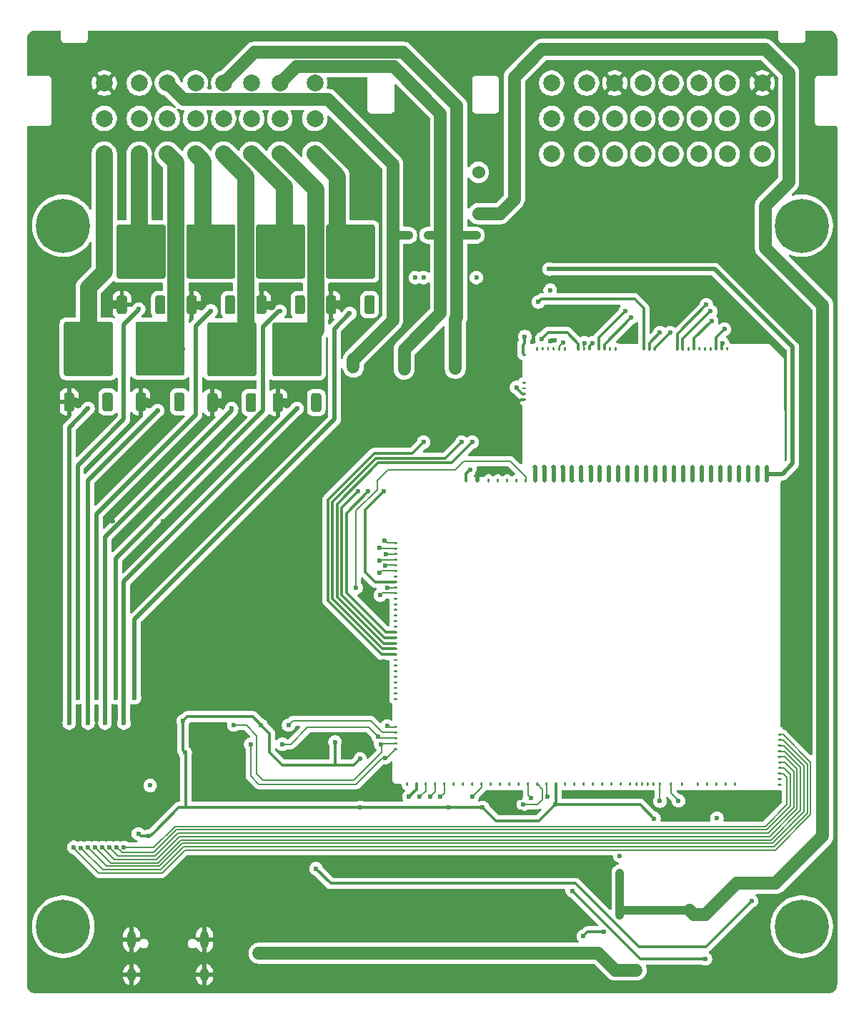
<source format=gbl>
G04 #@! TF.GenerationSoftware,KiCad,Pcbnew,9.0.4*
G04 #@! TF.CreationDate,2025-12-07T20:06:33+10:00*
G04 #@! TF.ProjectId,trove8,74726f76-6538-42e6-9b69-6361645f7063,rev?*
G04 #@! TF.SameCoordinates,Original*
G04 #@! TF.FileFunction,Copper,L4,Bot*
G04 #@! TF.FilePolarity,Positive*
%FSLAX46Y46*%
G04 Gerber Fmt 4.6, Leading zero omitted, Abs format (unit mm)*
G04 Created by KiCad (PCBNEW 9.0.4) date 2025-12-07 20:06:33*
%MOMM*%
%LPD*%
G01*
G04 APERTURE LIST*
G04 #@! TA.AperFunction,ComponentPad*
%ADD10C,0.800000*%
G04 #@! TD*
G04 #@! TA.AperFunction,ComponentPad*
%ADD11C,6.400000*%
G04 #@! TD*
G04 #@! TA.AperFunction,ComponentPad*
%ADD12C,0.599999*%
G04 #@! TD*
G04 #@! TA.AperFunction,ComponentPad*
%ADD13C,2.000000*%
G04 #@! TD*
G04 #@! TA.AperFunction,ComponentPad*
%ADD14O,1.000000X2.100000*%
G04 #@! TD*
G04 #@! TA.AperFunction,ComponentPad*
%ADD15O,1.000000X1.600000*%
G04 #@! TD*
G04 #@! TA.AperFunction,ComponentPad*
%ADD16C,1.524000*%
G04 #@! TD*
G04 #@! TA.AperFunction,ViaPad*
%ADD17C,0.600000*%
G04 #@! TD*
G04 #@! TA.AperFunction,Conductor*
%ADD18C,0.200000*%
G04 #@! TD*
G04 #@! TA.AperFunction,Conductor*
%ADD19C,0.500000*%
G04 #@! TD*
G04 #@! TA.AperFunction,Conductor*
%ADD20C,0.350000*%
G04 #@! TD*
G04 #@! TA.AperFunction,Conductor*
%ADD21C,1.000000*%
G04 #@! TD*
G04 #@! TA.AperFunction,Conductor*
%ADD22C,1.500000*%
G04 #@! TD*
G04 #@! TA.AperFunction,Conductor*
%ADD23C,2.000000*%
G04 #@! TD*
G04 APERTURE END LIST*
D10*
G04 #@! TO.P,H4,1*
G04 #@! TO.N,N/C*
X159393329Y-136124743D03*
X160096273Y-134427687D03*
X160096273Y-137821799D03*
X161793329Y-133724743D03*
D11*
X161793329Y-136124743D03*
D10*
X161793329Y-138524743D03*
X163490385Y-134427687D03*
X163490385Y-137821799D03*
X164193329Y-136124743D03*
G04 #@! TD*
G04 #@! TO.P,M1,E1,SPI1_SCK*
G04 #@! TO.N,/SPI1_SCK*
G04 #@! TA.AperFunction,SMDPad,CuDef*
G36*
G01*
X113548005Y-114977907D02*
X113798005Y-114977907D01*
G75*
G02*
X113923005Y-115102907I0J-125000D01*
G01*
X113923005Y-115102907D01*
G75*
G02*
X113798005Y-115227907I-125000J0D01*
G01*
X113548005Y-115227907D01*
G75*
G02*
X113423005Y-115102907I0J125000D01*
G01*
X113423005Y-115102907D01*
G75*
G02*
X113548005Y-114977907I125000J0D01*
G01*
G37*
G04 #@! TD.AperFunction*
G04 #@! TO.P,M1,E2,SPI1_MISO*
G04 #@! TO.N,/SPI1_MISO*
G04 #@! TA.AperFunction,SMDPad,CuDef*
G36*
G01*
X113798005Y-114567909D02*
X113548005Y-114567909D01*
G75*
G02*
X113423005Y-114442909I0J125000D01*
G01*
X113423005Y-114442909D01*
G75*
G02*
X113548005Y-114317909I125000J0D01*
G01*
X113798005Y-114317909D01*
G75*
G02*
X113923005Y-114442909I0J-125000D01*
G01*
X113923005Y-114442909D01*
G75*
G02*
X113798005Y-114567909I-125000J0D01*
G01*
G37*
G04 #@! TD.AperFunction*
G04 #@! TO.P,M1,E3,SPI1_MOSI*
G04 #@! TO.N,/SPI1_MOSI*
G04 #@! TA.AperFunction,SMDPad,CuDef*
G36*
G01*
X113798005Y-113907904D02*
X113548005Y-113907904D01*
G75*
G02*
X113423005Y-113782904I0J125000D01*
G01*
X113423005Y-113782904D01*
G75*
G02*
X113548005Y-113657904I125000J0D01*
G01*
X113798005Y-113657904D01*
G75*
G02*
X113923005Y-113782904I0J-125000D01*
G01*
X113923005Y-113782904D01*
G75*
G02*
X113798005Y-113907904I-125000J0D01*
G01*
G37*
G04 #@! TD.AperFunction*
G04 #@! TO.P,M1,E4,SPI1_CS1*
G04 #@! TO.N,/SD_CS*
G04 #@! TA.AperFunction,SMDPad,CuDef*
G36*
G01*
X113798005Y-113247909D02*
X113548005Y-113247909D01*
G75*
G02*
X113423005Y-113122909I0J125000D01*
G01*
X113423005Y-113122909D01*
G75*
G02*
X113548005Y-112997909I125000J0D01*
G01*
X113798005Y-112997909D01*
G75*
G02*
X113923005Y-113122909I0J-125000D01*
G01*
X113923005Y-113122909D01*
G75*
G02*
X113798005Y-113247909I-125000J0D01*
G01*
G37*
G04 #@! TD.AperFunction*
G04 #@! TO.P,M1,E5,SPI1_CS2*
G04 #@! TO.N,/ACC_CS*
G04 #@! TA.AperFunction,SMDPad,CuDef*
G36*
G01*
X113798005Y-112587907D02*
X113548005Y-112587907D01*
G75*
G02*
X113423005Y-112462907I0J125000D01*
G01*
X113423005Y-112462907D01*
G75*
G02*
X113548005Y-112337907I125000J0D01*
G01*
X113798005Y-112337907D01*
G75*
G02*
X113923005Y-112462907I0J-125000D01*
G01*
X113923005Y-112462907D01*
G75*
G02*
X113798005Y-112587907I-125000J0D01*
G01*
G37*
G04 #@! TD.AperFunction*
G04 #@! TO.P,M1,E6,OUT_IO3*
G04 #@! TO.N,unconnected-(M1B-OUT_IO3-PadE6)*
G04 #@! TA.AperFunction,SMDPad,CuDef*
G36*
G01*
X113798005Y-109287906D02*
X113548005Y-109287906D01*
G75*
G02*
X113423005Y-109162906I0J125000D01*
G01*
X113423005Y-109162906D01*
G75*
G02*
X113548005Y-109037906I125000J0D01*
G01*
X113798005Y-109037906D01*
G75*
G02*
X113923005Y-109162906I0J-125000D01*
G01*
X113923005Y-109162906D01*
G75*
G02*
X113798005Y-109287906I-125000J0D01*
G01*
G37*
G04 #@! TD.AperFunction*
G04 #@! TO.P,M1,E7,OUT_IO5*
G04 #@! TO.N,unconnected-(M1B-OUT_IO5-PadE7)*
G04 #@! TA.AperFunction,SMDPad,CuDef*
G36*
G01*
X113798005Y-108627905D02*
X113548005Y-108627905D01*
G75*
G02*
X113423005Y-108502905I0J125000D01*
G01*
X113423005Y-108502905D01*
G75*
G02*
X113548005Y-108377905I125000J0D01*
G01*
X113798005Y-108377905D01*
G75*
G02*
X113923005Y-108502905I0J-125000D01*
G01*
X113923005Y-108502905D01*
G75*
G02*
X113798005Y-108627905I-125000J0D01*
G01*
G37*
G04 #@! TD.AperFunction*
G04 #@! TO.P,M1,E8,OUT_IO1*
G04 #@! TO.N,unconnected-(M1B-OUT_IO1-PadE8)*
G04 #@! TA.AperFunction,SMDPad,CuDef*
G36*
G01*
X113798005Y-107967903D02*
X113548005Y-107967903D01*
G75*
G02*
X113423005Y-107842903I0J125000D01*
G01*
X113423005Y-107842903D01*
G75*
G02*
X113548005Y-107717903I125000J0D01*
G01*
X113798005Y-107717903D01*
G75*
G02*
X113923005Y-107842903I0J-125000D01*
G01*
X113923005Y-107842903D01*
G75*
G02*
X113798005Y-107967903I-125000J0D01*
G01*
G37*
G04 #@! TD.AperFunction*
G04 #@! TO.P,M1,E9,OUT_IO6*
G04 #@! TO.N,unconnected-(M1B-OUT_IO6-PadE9)*
G04 #@! TA.AperFunction,SMDPad,CuDef*
G36*
G01*
X113798005Y-107307905D02*
X113548005Y-107307905D01*
G75*
G02*
X113423005Y-107182905I0J125000D01*
G01*
X113423005Y-107182905D01*
G75*
G02*
X113548005Y-107057905I125000J0D01*
G01*
X113798005Y-107057905D01*
G75*
G02*
X113923005Y-107182905I0J-125000D01*
G01*
X113923005Y-107182905D01*
G75*
G02*
X113798005Y-107307905I-125000J0D01*
G01*
G37*
G04 #@! TD.AperFunction*
G04 #@! TO.P,M1,E10,OUT_IO10*
G04 #@! TO.N,unconnected-(M1B-OUT_IO10-PadE10)*
G04 #@! TA.AperFunction,SMDPad,CuDef*
G36*
G01*
X113798005Y-106647903D02*
X113548005Y-106647903D01*
G75*
G02*
X113423005Y-106522903I0J125000D01*
G01*
X113423005Y-106522903D01*
G75*
G02*
X113548005Y-106397903I125000J0D01*
G01*
X113798005Y-106397903D01*
G75*
G02*
X113923005Y-106522903I0J-125000D01*
G01*
X113923005Y-106522903D01*
G75*
G02*
X113798005Y-106647903I-125000J0D01*
G01*
G37*
G04 #@! TD.AperFunction*
G04 #@! TO.P,M1,E11,OUT_IO9*
G04 #@! TO.N,unconnected-(M1B-OUT_IO9-PadE11)*
G04 #@! TA.AperFunction,SMDPad,CuDef*
G36*
G01*
X113798005Y-105987905D02*
X113548005Y-105987905D01*
G75*
G02*
X113423005Y-105862905I0J125000D01*
G01*
X113423005Y-105862905D01*
G75*
G02*
X113548005Y-105737905I125000J0D01*
G01*
X113798005Y-105737905D01*
G75*
G02*
X113923005Y-105862905I0J-125000D01*
G01*
X113923005Y-105862905D01*
G75*
G02*
X113798005Y-105987905I-125000J0D01*
G01*
G37*
G04 #@! TD.AperFunction*
G04 #@! TO.P,M1,E12,OUT_IO2*
G04 #@! TO.N,unconnected-(M1B-OUT_IO2-PadE12)*
G04 #@! TA.AperFunction,SMDPad,CuDef*
G36*
G01*
X113798005Y-105327904D02*
X113548005Y-105327904D01*
G75*
G02*
X113423005Y-105202904I0J125000D01*
G01*
X113423005Y-105202904D01*
G75*
G02*
X113548005Y-105077904I125000J0D01*
G01*
X113798005Y-105077904D01*
G75*
G02*
X113923005Y-105202904I0J-125000D01*
G01*
X113923005Y-105202904D01*
G75*
G02*
X113798005Y-105327904I-125000J0D01*
G01*
G37*
G04 #@! TD.AperFunction*
G04 #@! TO.P,M1,E13,OUT_IO12*
G04 #@! TO.N,unconnected-(M1B-OUT_IO12-PadE13)*
G04 #@! TA.AperFunction,SMDPad,CuDef*
G36*
G01*
X113798005Y-104667905D02*
X113548005Y-104667905D01*
G75*
G02*
X113423005Y-104542905I0J125000D01*
G01*
X113423005Y-104542905D01*
G75*
G02*
X113548005Y-104417905I125000J0D01*
G01*
X113798005Y-104417905D01*
G75*
G02*
X113923005Y-104542905I0J-125000D01*
G01*
X113923005Y-104542905D01*
G75*
G02*
X113798005Y-104667905I-125000J0D01*
G01*
G37*
G04 #@! TD.AperFunction*
G04 #@! TO.P,M1,E14,OUT_PWM2*
G04 #@! TO.N,/LS6/IN2*
G04 #@! TA.AperFunction,SMDPad,CuDef*
G36*
G01*
X113798005Y-104007904D02*
X113548005Y-104007904D01*
G75*
G02*
X113423005Y-103882904I0J125000D01*
G01*
X113423005Y-103882904D01*
G75*
G02*
X113548005Y-103757904I125000J0D01*
G01*
X113798005Y-103757904D01*
G75*
G02*
X113923005Y-103882904I0J-125000D01*
G01*
X113923005Y-103882904D01*
G75*
G02*
X113798005Y-104007904I-125000J0D01*
G01*
G37*
G04 #@! TD.AperFunction*
G04 #@! TO.P,M1,E15,OUT_PWM3*
G04 #@! TO.N,/LS6/IN3*
G04 #@! TA.AperFunction,SMDPad,CuDef*
G36*
G01*
X113798005Y-103347905D02*
X113548005Y-103347905D01*
G75*
G02*
X113423005Y-103222905I0J125000D01*
G01*
X113423005Y-103222905D01*
G75*
G02*
X113548005Y-103097905I125000J0D01*
G01*
X113798005Y-103097905D01*
G75*
G02*
X113923005Y-103222905I0J-125000D01*
G01*
X113923005Y-103222905D01*
G75*
G02*
X113798005Y-103347905I-125000J0D01*
G01*
G37*
G04 #@! TD.AperFunction*
G04 #@! TO.P,M1,E16,OUT_PWM4*
G04 #@! TO.N,/LS6/IN4*
G04 #@! TA.AperFunction,SMDPad,CuDef*
G36*
G01*
X113798005Y-102687904D02*
X113548005Y-102687904D01*
G75*
G02*
X113423005Y-102562904I0J125000D01*
G01*
X113423005Y-102562904D01*
G75*
G02*
X113548005Y-102437904I125000J0D01*
G01*
X113798005Y-102437904D01*
G75*
G02*
X113923005Y-102562904I0J-125000D01*
G01*
X113923005Y-102562904D01*
G75*
G02*
X113798005Y-102687904I-125000J0D01*
G01*
G37*
G04 #@! TD.AperFunction*
G04 #@! TO.P,M1,E17,OUT_PWM5*
G04 #@! TO.N,/LS6/IN5*
G04 #@! TA.AperFunction,SMDPad,CuDef*
G36*
G01*
X113798005Y-102027905D02*
X113548005Y-102027905D01*
G75*
G02*
X113423005Y-101902905I0J125000D01*
G01*
X113423005Y-101902905D01*
G75*
G02*
X113548005Y-101777905I125000J0D01*
G01*
X113798005Y-101777905D01*
G75*
G02*
X113923005Y-101902905I0J-125000D01*
G01*
X113923005Y-101902905D01*
G75*
G02*
X113798005Y-102027905I-125000J0D01*
G01*
G37*
G04 #@! TD.AperFunction*
G04 #@! TO.P,M1,E18,OUT_PWM6*
G04 #@! TO.N,/LS6/IN6*
G04 #@! TA.AperFunction,SMDPad,CuDef*
G36*
G01*
X113798005Y-101367904D02*
X113548005Y-101367904D01*
G75*
G02*
X113423005Y-101242904I0J125000D01*
G01*
X113423005Y-101242904D01*
G75*
G02*
X113548005Y-101117904I125000J0D01*
G01*
X113798005Y-101117904D01*
G75*
G02*
X113923005Y-101242904I0J-125000D01*
G01*
X113923005Y-101242904D01*
G75*
G02*
X113798005Y-101367904I-125000J0D01*
G01*
G37*
G04 #@! TD.AperFunction*
G04 #@! TO.P,M1,E19,OUT_PWM7*
G04 #@! TO.N,unconnected-(M1B-OUT_PWM7-PadE19)*
G04 #@! TA.AperFunction,SMDPad,CuDef*
G36*
G01*
X113798005Y-100707905D02*
X113548005Y-100707905D01*
G75*
G02*
X113423005Y-100582905I0J125000D01*
G01*
X113423005Y-100582905D01*
G75*
G02*
X113548005Y-100457905I125000J0D01*
G01*
X113798005Y-100457905D01*
G75*
G02*
X113923005Y-100582905I0J-125000D01*
G01*
X113923005Y-100582905D01*
G75*
G02*
X113798005Y-100707905I-125000J0D01*
G01*
G37*
G04 #@! TD.AperFunction*
G04 #@! TO.P,M1,E20,OUT_IO11*
G04 #@! TO.N,unconnected-(M1B-OUT_IO11-PadE20)*
G04 #@! TA.AperFunction,SMDPad,CuDef*
G36*
G01*
X113798005Y-100047904D02*
X113548005Y-100047904D01*
G75*
G02*
X113423005Y-99922904I0J125000D01*
G01*
X113423005Y-99922904D01*
G75*
G02*
X113548005Y-99797904I125000J0D01*
G01*
X113798005Y-99797904D01*
G75*
G02*
X113923005Y-99922904I0J-125000D01*
G01*
X113923005Y-99922904D01*
G75*
G02*
X113798005Y-100047904I-125000J0D01*
G01*
G37*
G04 #@! TD.AperFunction*
G04 #@! TO.P,M1,E21,OUT_IO7*
G04 #@! TO.N,unconnected-(M1B-OUT_IO7-PadE21)*
G04 #@! TA.AperFunction,SMDPad,CuDef*
G36*
G01*
X113798005Y-99387905D02*
X113548005Y-99387905D01*
G75*
G02*
X113423005Y-99262905I0J125000D01*
G01*
X113423005Y-99262905D01*
G75*
G02*
X113548005Y-99137905I125000J0D01*
G01*
X113798005Y-99137905D01*
G75*
G02*
X113923005Y-99262905I0J-125000D01*
G01*
X113923005Y-99262905D01*
G75*
G02*
X113798005Y-99387905I-125000J0D01*
G01*
G37*
G04 #@! TD.AperFunction*
G04 #@! TO.P,M1,E22,OUT_IO8*
G04 #@! TO.N,unconnected-(M1B-OUT_IO8-PadE22)*
G04 #@! TA.AperFunction,SMDPad,CuDef*
G36*
G01*
X113798005Y-98727904D02*
X113548005Y-98727904D01*
G75*
G02*
X113423005Y-98602904I0J125000D01*
G01*
X113423005Y-98602904D01*
G75*
G02*
X113548005Y-98477904I125000J0D01*
G01*
X113798005Y-98477904D01*
G75*
G02*
X113923005Y-98602904I0J-125000D01*
G01*
X113923005Y-98602904D01*
G75*
G02*
X113798005Y-98727904I-125000J0D01*
G01*
G37*
G04 #@! TD.AperFunction*
G04 #@! TO.P,M1,E23,OUT_IO4*
G04 #@! TO.N,unconnected-(M1B-OUT_IO4-PadE23)*
G04 #@! TA.AperFunction,SMDPad,CuDef*
G36*
G01*
X113798005Y-98067905D02*
X113548005Y-98067905D01*
G75*
G02*
X113423005Y-97942905I0J125000D01*
G01*
X113423005Y-97942905D01*
G75*
G02*
X113548005Y-97817905I125000J0D01*
G01*
X113798005Y-97817905D01*
G75*
G02*
X113923005Y-97942905I0J-125000D01*
G01*
X113923005Y-97942905D01*
G75*
G02*
X113798005Y-98067905I-125000J0D01*
G01*
G37*
G04 #@! TD.AperFunction*
G04 #@! TO.P,M1,E24,OUT_IO13*
G04 #@! TO.N,unconnected-(M1B-OUT_IO13-PadE24)*
G04 #@! TA.AperFunction,SMDPad,CuDef*
G36*
G01*
X113798005Y-97407904D02*
X113548005Y-97407904D01*
G75*
G02*
X113423005Y-97282904I0J125000D01*
G01*
X113423005Y-97282904D01*
G75*
G02*
X113548005Y-97157904I125000J0D01*
G01*
X113798005Y-97157904D01*
G75*
G02*
X113923005Y-97282904I0J-125000D01*
G01*
X113923005Y-97282904D01*
G75*
G02*
X113798005Y-97407904I-125000J0D01*
G01*
G37*
G04 #@! TD.AperFunction*
G04 #@! TO.P,M1,E25,OUT_INJ1*
G04 #@! TO.N,/Injection/IN1*
G04 #@! TA.AperFunction,SMDPad,CuDef*
G36*
G01*
X113798005Y-96747905D02*
X113548005Y-96747905D01*
G75*
G02*
X113423005Y-96622905I0J125000D01*
G01*
X113423005Y-96622905D01*
G75*
G02*
X113548005Y-96497905I125000J0D01*
G01*
X113798005Y-96497905D01*
G75*
G02*
X113923005Y-96622905I0J-125000D01*
G01*
X113923005Y-96622905D01*
G75*
G02*
X113798005Y-96747905I-125000J0D01*
G01*
G37*
G04 #@! TD.AperFunction*
G04 #@! TO.P,M1,E26,OUT_INJ2*
G04 #@! TO.N,/Injection/IN2*
G04 #@! TA.AperFunction,SMDPad,CuDef*
G36*
G01*
X113798005Y-96087904D02*
X113548005Y-96087904D01*
G75*
G02*
X113423005Y-95962904I0J125000D01*
G01*
X113423005Y-95962904D01*
G75*
G02*
X113548005Y-95837904I125000J0D01*
G01*
X113798005Y-95837904D01*
G75*
G02*
X113923005Y-95962904I0J-125000D01*
G01*
X113923005Y-95962904D01*
G75*
G02*
X113798005Y-96087904I-125000J0D01*
G01*
G37*
G04 #@! TD.AperFunction*
G04 #@! TO.P,M1,E27,OUT_PWM1*
G04 #@! TO.N,/LS6/IN1*
G04 #@! TA.AperFunction,SMDPad,CuDef*
G36*
G01*
X113798005Y-95427906D02*
X113548005Y-95427906D01*
G75*
G02*
X113423005Y-95302906I0J125000D01*
G01*
X113423005Y-95302906D01*
G75*
G02*
X113548005Y-95177906I125000J0D01*
G01*
X113798005Y-95177906D01*
G75*
G02*
X113923005Y-95302906I0J-125000D01*
G01*
X113923005Y-95302906D01*
G75*
G02*
X113798005Y-95427906I-125000J0D01*
G01*
G37*
G04 #@! TD.AperFunction*
G04 #@! TO.P,M1,E28,OUT_PWM8*
G04 #@! TO.N,unconnected-(M1B-OUT_PWM8-PadE28)*
G04 #@! TA.AperFunction,SMDPad,CuDef*
G36*
G01*
X113798005Y-94767904D02*
X113548005Y-94767904D01*
G75*
G02*
X113423005Y-94642904I0J125000D01*
G01*
X113423005Y-94642904D01*
G75*
G02*
X113548005Y-94517904I125000J0D01*
G01*
X113798005Y-94517904D01*
G75*
G02*
X113923005Y-94642904I0J-125000D01*
G01*
X113923005Y-94642904D01*
G75*
G02*
X113798005Y-94767904I-125000J0D01*
G01*
G37*
G04 #@! TD.AperFunction*
G04 #@! TO.P,M1,E29,OUT_INJ3*
G04 #@! TO.N,/Injection/IN3*
G04 #@! TA.AperFunction,SMDPad,CuDef*
G36*
G01*
X113798005Y-94107906D02*
X113548005Y-94107906D01*
G75*
G02*
X113423005Y-93982906I0J125000D01*
G01*
X113423005Y-93982906D01*
G75*
G02*
X113548005Y-93857906I125000J0D01*
G01*
X113798005Y-93857906D01*
G75*
G02*
X113923005Y-93982906I0J-125000D01*
G01*
X113923005Y-93982906D01*
G75*
G02*
X113798005Y-94107906I-125000J0D01*
G01*
G37*
G04 #@! TD.AperFunction*
G04 #@! TO.P,M1,E30,OUT_INJ4*
G04 #@! TO.N,/Injection/IN4*
G04 #@! TA.AperFunction,SMDPad,CuDef*
G36*
G01*
X113798005Y-93447904D02*
X113548005Y-93447904D01*
G75*
G02*
X113423005Y-93322904I0J125000D01*
G01*
X113423005Y-93322904D01*
G75*
G02*
X113548005Y-93197904I125000J0D01*
G01*
X113798005Y-93197904D01*
G75*
G02*
X113923005Y-93322904I0J-125000D01*
G01*
X113923005Y-93322904D01*
G75*
G02*
X113798005Y-93447904I-125000J0D01*
G01*
G37*
G04 #@! TD.AperFunction*
G04 #@! TO.P,M1,E31,OUT_INJ5*
G04 #@! TO.N,/Injection/IN5*
G04 #@! TA.AperFunction,SMDPad,CuDef*
G36*
G01*
X113798005Y-92787906D02*
X113548005Y-92787906D01*
G75*
G02*
X113423005Y-92662906I0J125000D01*
G01*
X113423005Y-92662906D01*
G75*
G02*
X113548005Y-92537906I125000J0D01*
G01*
X113798005Y-92537906D01*
G75*
G02*
X113923005Y-92662906I0J-125000D01*
G01*
X113923005Y-92662906D01*
G75*
G02*
X113798005Y-92787906I-125000J0D01*
G01*
G37*
G04 #@! TD.AperFunction*
G04 #@! TO.P,M1,E32,OUT_INJ6*
G04 #@! TO.N,/Injection/IN6*
G04 #@! TA.AperFunction,SMDPad,CuDef*
G36*
G01*
X113798005Y-92127905D02*
X113548005Y-92127905D01*
G75*
G02*
X113423005Y-92002905I0J125000D01*
G01*
X113423005Y-92002905D01*
G75*
G02*
X113548005Y-91877905I125000J0D01*
G01*
X113798005Y-91877905D01*
G75*
G02*
X113923005Y-92002905I0J-125000D01*
G01*
X113923005Y-92002905D01*
G75*
G02*
X113798005Y-92127905I-125000J0D01*
G01*
G37*
G04 #@! TD.AperFunction*
G04 #@! TO.P,M1,E33,OUT_INJ7*
G04 #@! TO.N,/Injection/IN7*
G04 #@! TA.AperFunction,SMDPad,CuDef*
G36*
G01*
X113798005Y-91467906D02*
X113548005Y-91467906D01*
G75*
G02*
X113423005Y-91342906I0J125000D01*
G01*
X113423005Y-91342906D01*
G75*
G02*
X113548005Y-91217906I125000J0D01*
G01*
X113798005Y-91217906D01*
G75*
G02*
X113923005Y-91342906I0J-125000D01*
G01*
X113923005Y-91342906D01*
G75*
G02*
X113798005Y-91467906I-125000J0D01*
G01*
G37*
G04 #@! TD.AperFunction*
G04 #@! TO.P,M1,E34,OUT_INJ8*
G04 #@! TO.N,/Injection/IN8*
G04 #@! TA.AperFunction,SMDPad,CuDef*
G36*
G01*
X113798005Y-90807905D02*
X113548005Y-90807905D01*
G75*
G02*
X113423005Y-90682905I0J125000D01*
G01*
X113423005Y-90682905D01*
G75*
G02*
X113548005Y-90557905I125000J0D01*
G01*
X113798005Y-90557905D01*
G75*
G02*
X113923005Y-90682905I0J-125000D01*
G01*
X113923005Y-90682905D01*
G75*
G02*
X113798005Y-90807905I-125000J0D01*
G01*
G37*
G04 #@! TD.AperFunction*
G04 #@! TO.P,M1,N1,CAN_VIO*
G04 #@! TO.N,unconnected-(M1A-CAN_VIO-PadN1)*
G04 #@! TA.AperFunction,SMDPad,CuDef*
G36*
G01*
X147495003Y-119354909D02*
X147495003Y-119104909D01*
G75*
G02*
X147620003Y-118979909I125000J0D01*
G01*
X147620003Y-118979909D01*
G75*
G02*
X147745003Y-119104909I0J-125000D01*
G01*
X147745003Y-119354909D01*
G75*
G02*
X147620003Y-119479909I-125000J0D01*
G01*
X147620003Y-119479909D01*
G75*
G02*
X147495003Y-119354909I0J125000D01*
G01*
G37*
G04 #@! TD.AperFunction*
G04 #@! TO.P,M1,N2,CAN_RX*
G04 #@! TO.N,/CAN1_RX*
G04 #@! TA.AperFunction,SMDPad,CuDef*
G36*
G01*
X146425001Y-119104909D02*
X146425001Y-119354909D01*
G75*
G02*
X146300001Y-119479909I-125000J0D01*
G01*
X146300001Y-119479909D01*
G75*
G02*
X146175001Y-119354909I0J125000D01*
G01*
X146175001Y-119104909D01*
G75*
G02*
X146300001Y-118979909I125000J0D01*
G01*
X146300001Y-118979909D01*
G75*
G02*
X146425001Y-119104909I0J-125000D01*
G01*
G37*
G04 #@! TD.AperFunction*
G04 #@! TO.P,M1,N3,CAN_TX*
G04 #@! TO.N,/CAN1_TX*
G04 #@! TA.AperFunction,SMDPad,CuDef*
G36*
G01*
X145104998Y-119104909D02*
X145104998Y-119354909D01*
G75*
G02*
X144979998Y-119479909I-125000J0D01*
G01*
X144979998Y-119479909D01*
G75*
G02*
X144854998Y-119354909I0J125000D01*
G01*
X144854998Y-119104909D01*
G75*
G02*
X144979998Y-118979909I125000J0D01*
G01*
X144979998Y-118979909D01*
G75*
G02*
X145104998Y-119104909I0J-125000D01*
G01*
G37*
G04 #@! TD.AperFunction*
G04 #@! TO.P,M1,N4,UART8_TX*
G04 #@! TO.N,unconnected-(M1A-UART8_TX-PadN4)*
G04 #@! TA.AperFunction,SMDPad,CuDef*
G36*
G01*
X144345000Y-119104909D02*
X144345000Y-119354909D01*
G75*
G02*
X144220000Y-119479909I-125000J0D01*
G01*
X144220000Y-119479909D01*
G75*
G02*
X144095000Y-119354909I0J125000D01*
G01*
X144095000Y-119104909D01*
G75*
G02*
X144220000Y-118979909I125000J0D01*
G01*
X144220000Y-118979909D01*
G75*
G02*
X144345000Y-119104909I0J-125000D01*
G01*
G37*
G04 #@! TD.AperFunction*
G04 #@! TO.P,M1,N5,UART8_RX*
G04 #@! TO.N,unconnected-(M1A-UART8_RX-PadN5)*
G04 #@! TA.AperFunction,SMDPad,CuDef*
G36*
G01*
X143679997Y-119104909D02*
X143679997Y-119354909D01*
G75*
G02*
X143554997Y-119479909I-125000J0D01*
G01*
X143554997Y-119479909D01*
G75*
G02*
X143429997Y-119354909I0J125000D01*
G01*
X143429997Y-119104909D01*
G75*
G02*
X143554997Y-118979909I125000J0D01*
G01*
X143554997Y-118979909D01*
G75*
G02*
X143679997Y-119104909I0J-125000D01*
G01*
G37*
G04 #@! TD.AperFunction*
G04 #@! TO.P,M1,N6,UART2_TX*
G04 #@! TO.N,/BT_UART_TX*
G04 #@! TA.AperFunction,SMDPad,CuDef*
G36*
G01*
X143014995Y-119104909D02*
X143014995Y-119354909D01*
G75*
G02*
X142889995Y-119479909I-125000J0D01*
G01*
X142889995Y-119479909D01*
G75*
G02*
X142764995Y-119354909I0J125000D01*
G01*
X142764995Y-119104909D01*
G75*
G02*
X142889995Y-118979909I125000J0D01*
G01*
X142889995Y-118979909D01*
G75*
G02*
X143014995Y-119104909I0J-125000D01*
G01*
G37*
G04 #@! TD.AperFunction*
G04 #@! TO.P,M1,N7,UART2_RX*
G04 #@! TO.N,/BT_UART_RX*
G04 #@! TA.AperFunction,SMDPad,CuDef*
G36*
G01*
X142350005Y-119104909D02*
X142350005Y-119354909D01*
G75*
G02*
X142225005Y-119479909I-125000J0D01*
G01*
X142225005Y-119479909D01*
G75*
G02*
X142100005Y-119354909I0J125000D01*
G01*
X142100005Y-119104909D01*
G75*
G02*
X142225005Y-118979909I125000J0D01*
G01*
X142225005Y-118979909D01*
G75*
G02*
X142350005Y-119104909I0J-125000D01*
G01*
G37*
G04 #@! TD.AperFunction*
G04 #@! TO.P,M1,N8,SPI3_CS*
G04 #@! TO.N,unconnected-(M1A-SPI3_CS-PadN8)*
G04 #@! TA.AperFunction,SMDPad,CuDef*
G36*
G01*
X141575005Y-119104909D02*
X141575005Y-119354909D01*
G75*
G02*
X141450005Y-119479909I-125000J0D01*
G01*
X141450005Y-119479909D01*
G75*
G02*
X141325005Y-119354909I0J125000D01*
G01*
X141325005Y-119104909D01*
G75*
G02*
X141450005Y-118979909I125000J0D01*
G01*
X141450005Y-118979909D01*
G75*
G02*
X141575005Y-119104909I0J-125000D01*
G01*
G37*
G04 #@! TD.AperFunction*
G04 #@! TO.P,M1,N9,SPI3_SCK*
G04 #@! TO.N,unconnected-(M1A-SPI3_SCK-PadN9)*
G04 #@! TA.AperFunction,SMDPad,CuDef*
G36*
G01*
X140475007Y-119104909D02*
X140475007Y-119354909D01*
G75*
G02*
X140350007Y-119479909I-125000J0D01*
G01*
X140350007Y-119479909D01*
G75*
G02*
X140225007Y-119354909I0J125000D01*
G01*
X140225007Y-119104909D01*
G75*
G02*
X140350007Y-118979909I125000J0D01*
G01*
X140350007Y-118979909D01*
G75*
G02*
X140475007Y-119104909I0J-125000D01*
G01*
G37*
G04 #@! TD.AperFunction*
G04 #@! TO.P,M1,N10,SPI3_MISO*
G04 #@! TO.N,unconnected-(M1A-SPI3_MISO-PadN10)*
G04 #@! TA.AperFunction,SMDPad,CuDef*
G36*
G01*
X139375010Y-119104909D02*
X139375010Y-119354909D01*
G75*
G02*
X139250010Y-119479909I-125000J0D01*
G01*
X139250010Y-119479909D01*
G75*
G02*
X139125010Y-119354909I0J125000D01*
G01*
X139125010Y-119104909D01*
G75*
G02*
X139250010Y-118979909I125000J0D01*
G01*
X139250010Y-118979909D01*
G75*
G02*
X139375010Y-119104909I0J-125000D01*
G01*
G37*
G04 #@! TD.AperFunction*
G04 #@! TO.P,M1,N11,SPI3_MOSI*
G04 #@! TO.N,unconnected-(M1A-SPI3_MOSI-PadN11)*
G04 #@! TA.AperFunction,SMDPad,CuDef*
G36*
G01*
X138275012Y-119104909D02*
X138275012Y-119354909D01*
G75*
G02*
X138150012Y-119479909I-125000J0D01*
G01*
X138150012Y-119479909D01*
G75*
G02*
X138025012Y-119354909I0J125000D01*
G01*
X138025012Y-119104909D01*
G75*
G02*
X138150012Y-118979909I125000J0D01*
G01*
X138150012Y-118979909D01*
G75*
G02*
X138275012Y-119104909I0J-125000D01*
G01*
G37*
G04 #@! TD.AperFunction*
G04 #@! TO.P,M1,N12,IO1*
G04 #@! TO.N,unconnected-(M1D-IO1-PadN12)*
G04 #@! TA.AperFunction,SMDPad,CuDef*
G36*
G01*
X137175014Y-119104909D02*
X137175014Y-119354909D01*
G75*
G02*
X137050014Y-119479909I-125000J0D01*
G01*
X137050014Y-119479909D01*
G75*
G02*
X136925014Y-119354909I0J125000D01*
G01*
X136925014Y-119104909D01*
G75*
G02*
X137050014Y-118979909I125000J0D01*
G01*
X137050014Y-118979909D01*
G75*
G02*
X137175014Y-119104909I0J-125000D01*
G01*
G37*
G04 #@! TD.AperFunction*
G04 #@! TO.P,M1,N13,IO2*
G04 #@! TO.N,unconnected-(M1D-IO2-PadN13)*
G04 #@! TA.AperFunction,SMDPad,CuDef*
G36*
G01*
X136075016Y-119104909D02*
X136075016Y-119354909D01*
G75*
G02*
X135950016Y-119479909I-125000J0D01*
G01*
X135950016Y-119479909D01*
G75*
G02*
X135825016Y-119354909I0J125000D01*
G01*
X135825016Y-119104909D01*
G75*
G02*
X135950016Y-118979909I125000J0D01*
G01*
X135950016Y-118979909D01*
G75*
G02*
X136075016Y-119104909I0J-125000D01*
G01*
G37*
G04 #@! TD.AperFunction*
G04 #@! TO.P,M1,N14,IO3*
G04 #@! TO.N,unconnected-(M1D-IO3-PadN14)*
G04 #@! TA.AperFunction,SMDPad,CuDef*
G36*
G01*
X134975018Y-119104909D02*
X134975018Y-119354909D01*
G75*
G02*
X134850018Y-119479909I-125000J0D01*
G01*
X134850018Y-119479909D01*
G75*
G02*
X134725018Y-119354909I0J125000D01*
G01*
X134725018Y-119104909D01*
G75*
G02*
X134850018Y-118979909I125000J0D01*
G01*
X134850018Y-118979909D01*
G75*
G02*
X134975018Y-119104909I0J-125000D01*
G01*
G37*
G04 #@! TD.AperFunction*
G04 #@! TO.P,M1,N15,IO4*
G04 #@! TO.N,unconnected-(M1D-IO4-PadN15)*
G04 #@! TA.AperFunction,SMDPad,CuDef*
G36*
G01*
X133875021Y-119104909D02*
X133875021Y-119354909D01*
G75*
G02*
X133750021Y-119479909I-125000J0D01*
G01*
X133750021Y-119479909D01*
G75*
G02*
X133625021Y-119354909I0J125000D01*
G01*
X133625021Y-119104909D01*
G75*
G02*
X133750021Y-118979909I125000J0D01*
G01*
X133750021Y-118979909D01*
G75*
G02*
X133875021Y-119104909I0J-125000D01*
G01*
G37*
G04 #@! TD.AperFunction*
G04 #@! TO.P,M1,N16,V33*
G04 #@! TO.N,+3.3V*
G04 #@! TA.AperFunction,SMDPad,CuDef*
G36*
G01*
X132775023Y-119104909D02*
X132775023Y-119354909D01*
G75*
G02*
X132650023Y-119479909I-125000J0D01*
G01*
X132650023Y-119479909D01*
G75*
G02*
X132525023Y-119354909I0J125000D01*
G01*
X132525023Y-119104909D01*
G75*
G02*
X132650023Y-118979909I125000J0D01*
G01*
X132650023Y-118979909D01*
G75*
G02*
X132775023Y-119104909I0J-125000D01*
G01*
G37*
G04 #@! TD.AperFunction*
G04 #@! TO.P,M1,N17,VBAT*
G04 #@! TO.N,/VBAT*
G04 #@! TA.AperFunction,SMDPad,CuDef*
G36*
G01*
X131675025Y-119104909D02*
X131675025Y-119354909D01*
G75*
G02*
X131550025Y-119479909I-125000J0D01*
G01*
X131550025Y-119479909D01*
G75*
G02*
X131425025Y-119354909I0J125000D01*
G01*
X131425025Y-119104909D01*
G75*
G02*
X131550025Y-118979909I125000J0D01*
G01*
X131550025Y-118979909D01*
G75*
G02*
X131675025Y-119104909I0J-125000D01*
G01*
G37*
G04 #@! TD.AperFunction*
G04 #@! TO.P,M1,N18,I2C_SDA*
G04 #@! TO.N,/BARO_SDA*
G04 #@! TA.AperFunction,SMDPad,CuDef*
G36*
G01*
X130575027Y-119104909D02*
X130575027Y-119354909D01*
G75*
G02*
X130450027Y-119479909I-125000J0D01*
G01*
X130450027Y-119479909D01*
G75*
G02*
X130325027Y-119354909I0J125000D01*
G01*
X130325027Y-119104909D01*
G75*
G02*
X130450027Y-118979909I125000J0D01*
G01*
X130450027Y-118979909D01*
G75*
G02*
X130575027Y-119104909I0J-125000D01*
G01*
G37*
G04 #@! TD.AperFunction*
G04 #@! TO.P,M1,N19,I2C_SCL*
G04 #@! TO.N,/BARO_SCL*
G04 #@! TA.AperFunction,SMDPad,CuDef*
G36*
G01*
X129475029Y-119104909D02*
X129475029Y-119354909D01*
G75*
G02*
X129350029Y-119479909I-125000J0D01*
G01*
X129350029Y-119479909D01*
G75*
G02*
X129225029Y-119354909I0J125000D01*
G01*
X129225029Y-119104909D01*
G75*
G02*
X129350029Y-118979909I125000J0D01*
G01*
X129350029Y-118979909D01*
G75*
G02*
X129475029Y-119104909I0J-125000D01*
G01*
G37*
G04 #@! TD.AperFunction*
G04 #@! TO.P,M1,N20,SPI2_SCK*
G04 #@! TO.N,unconnected-(M1A-SPI2_SCK-PadN20)*
G04 #@! TA.AperFunction,SMDPad,CuDef*
G36*
G01*
X128375032Y-119104909D02*
X128375032Y-119354909D01*
G75*
G02*
X128250032Y-119479909I-125000J0D01*
G01*
X128250032Y-119479909D01*
G75*
G02*
X128125032Y-119354909I0J125000D01*
G01*
X128125032Y-119104909D01*
G75*
G02*
X128250032Y-118979909I125000J0D01*
G01*
X128250032Y-118979909D01*
G75*
G02*
X128375032Y-119104909I0J-125000D01*
G01*
G37*
G04 #@! TD.AperFunction*
G04 #@! TO.P,M1,N21,SPI2_MISO*
G04 #@! TO.N,unconnected-(M1A-SPI2_MISO-PadN21)*
G04 #@! TA.AperFunction,SMDPad,CuDef*
G36*
G01*
X127275034Y-119104909D02*
X127275034Y-119354909D01*
G75*
G02*
X127150034Y-119479909I-125000J0D01*
G01*
X127150034Y-119479909D01*
G75*
G02*
X127025034Y-119354909I0J125000D01*
G01*
X127025034Y-119104909D01*
G75*
G02*
X127150034Y-118979909I125000J0D01*
G01*
X127150034Y-118979909D01*
G75*
G02*
X127275034Y-119104909I0J-125000D01*
G01*
G37*
G04 #@! TD.AperFunction*
G04 #@! TO.P,M1,N22,SPI2_MOSI*
G04 #@! TO.N,unconnected-(M1A-SPI2_MOSI-PadN22)*
G04 #@! TA.AperFunction,SMDPad,CuDef*
G36*
G01*
X126175036Y-119104909D02*
X126175036Y-119354909D01*
G75*
G02*
X126050036Y-119479909I-125000J0D01*
G01*
X126050036Y-119479909D01*
G75*
G02*
X125925036Y-119354909I0J125000D01*
G01*
X125925036Y-119104909D01*
G75*
G02*
X126050036Y-118979909I125000J0D01*
G01*
X126050036Y-118979909D01*
G75*
G02*
X126175036Y-119104909I0J-125000D01*
G01*
G37*
G04 #@! TD.AperFunction*
G04 #@! TO.P,M1,N23,SPI2_CS*
G04 #@! TO.N,unconnected-(M1A-SPI2_CS-PadN23)*
G04 #@! TA.AperFunction,SMDPad,CuDef*
G36*
G01*
X125075038Y-119104909D02*
X125075038Y-119354909D01*
G75*
G02*
X124950038Y-119479909I-125000J0D01*
G01*
X124950038Y-119479909D01*
G75*
G02*
X124825038Y-119354909I0J125000D01*
G01*
X124825038Y-119104909D01*
G75*
G02*
X124950038Y-118979909I125000J0D01*
G01*
X124950038Y-118979909D01*
G75*
G02*
X125075038Y-119104909I0J-125000D01*
G01*
G37*
G04 #@! TD.AperFunction*
G04 #@! TO.P,M1,N24,nReset*
G04 #@! TO.N,Net-(M1D-nReset)*
G04 #@! TA.AperFunction,SMDPad,CuDef*
G36*
G01*
X123975040Y-119104909D02*
X123975040Y-119354909D01*
G75*
G02*
X123850040Y-119479909I-125000J0D01*
G01*
X123850040Y-119479909D01*
G75*
G02*
X123725040Y-119354909I0J125000D01*
G01*
X123725040Y-119104909D01*
G75*
G02*
X123850040Y-118979909I125000J0D01*
G01*
X123850040Y-118979909D01*
G75*
G02*
X123975040Y-119104909I0J-125000D01*
G01*
G37*
G04 #@! TD.AperFunction*
G04 #@! TO.P,M1,N25,SWCLK*
G04 #@! TO.N,unconnected-(M1A-SWCLK-PadN25)*
G04 #@! TA.AperFunction,SMDPad,CuDef*
G36*
G01*
X122875043Y-119104909D02*
X122875043Y-119354909D01*
G75*
G02*
X122750043Y-119479909I-125000J0D01*
G01*
X122750043Y-119479909D01*
G75*
G02*
X122625043Y-119354909I0J125000D01*
G01*
X122625043Y-119104909D01*
G75*
G02*
X122750043Y-118979909I125000J0D01*
G01*
X122750043Y-118979909D01*
G75*
G02*
X122875043Y-119104909I0J-125000D01*
G01*
G37*
G04 #@! TD.AperFunction*
G04 #@! TO.P,M1,N26,SWDIO*
G04 #@! TO.N,unconnected-(M1A-SWDIO-PadN26)*
G04 #@! TA.AperFunction,SMDPad,CuDef*
G36*
G01*
X121775045Y-119104909D02*
X121775045Y-119354909D01*
G75*
G02*
X121650045Y-119479909I-125000J0D01*
G01*
X121650045Y-119479909D01*
G75*
G02*
X121525045Y-119354909I0J125000D01*
G01*
X121525045Y-119104909D01*
G75*
G02*
X121650045Y-118979909I125000J0D01*
G01*
X121650045Y-118979909D01*
G75*
G02*
X121775045Y-119104909I0J-125000D01*
G01*
G37*
G04 #@! TD.AperFunction*
G04 #@! TO.P,M1,N27,SWO*
G04 #@! TO.N,unconnected-(M1A-SWO-PadN27)*
G04 #@! TA.AperFunction,SMDPad,CuDef*
G36*
G01*
X120675047Y-119104909D02*
X120675047Y-119354909D01*
G75*
G02*
X120550047Y-119479909I-125000J0D01*
G01*
X120550047Y-119479909D01*
G75*
G02*
X120425047Y-119354909I0J125000D01*
G01*
X120425047Y-119104909D01*
G75*
G02*
X120550047Y-118979909I125000J0D01*
G01*
X120550047Y-118979909D01*
G75*
G02*
X120675047Y-119104909I0J-125000D01*
G01*
G37*
G04 #@! TD.AperFunction*
G04 #@! TO.P,M1,N28,BOOT0*
G04 #@! TO.N,Net-(M1D-BOOT0)*
G04 #@! TA.AperFunction,SMDPad,CuDef*
G36*
G01*
X119575049Y-119104909D02*
X119575049Y-119354909D01*
G75*
G02*
X119450049Y-119479909I-125000J0D01*
G01*
X119450049Y-119479909D01*
G75*
G02*
X119325049Y-119354909I0J125000D01*
G01*
X119325049Y-119104909D01*
G75*
G02*
X119450049Y-118979909I125000J0D01*
G01*
X119450049Y-118979909D01*
G75*
G02*
X119575049Y-119104909I0J-125000D01*
G01*
G37*
G04 #@! TD.AperFunction*
G04 #@! TO.P,M1,N29,VBUS*
G04 #@! TO.N,/USB_VBUS*
G04 #@! TA.AperFunction,SMDPad,CuDef*
G36*
G01*
X118475051Y-119104909D02*
X118475051Y-119354909D01*
G75*
G02*
X118350051Y-119479909I-125000J0D01*
G01*
X118350051Y-119479909D01*
G75*
G02*
X118225051Y-119354909I0J125000D01*
G01*
X118225051Y-119104909D01*
G75*
G02*
X118350051Y-118979909I125000J0D01*
G01*
X118350051Y-118979909D01*
G75*
G02*
X118475051Y-119104909I0J-125000D01*
G01*
G37*
G04 #@! TD.AperFunction*
G04 #@! TO.P,M1,N30,USB1P*
G04 #@! TO.N,/USB+*
G04 #@! TA.AperFunction,SMDPad,CuDef*
G36*
G01*
X117375054Y-119104909D02*
X117375054Y-119354909D01*
G75*
G02*
X117250054Y-119479909I-125000J0D01*
G01*
X117250054Y-119479909D01*
G75*
G02*
X117125054Y-119354909I0J125000D01*
G01*
X117125054Y-119104909D01*
G75*
G02*
X117250054Y-118979909I125000J0D01*
G01*
X117250054Y-118979909D01*
G75*
G02*
X117375054Y-119104909I0J-125000D01*
G01*
G37*
G04 #@! TD.AperFunction*
G04 #@! TO.P,M1,N31,USB1M*
G04 #@! TO.N,/USB-*
G04 #@! TA.AperFunction,SMDPad,CuDef*
G36*
G01*
X116275056Y-119104909D02*
X116275056Y-119354909D01*
G75*
G02*
X116150056Y-119479909I-125000J0D01*
G01*
X116150056Y-119479909D01*
G75*
G02*
X116025056Y-119354909I0J125000D01*
G01*
X116025056Y-119104909D01*
G75*
G02*
X116150056Y-118979909I125000J0D01*
G01*
X116150056Y-118979909D01*
G75*
G02*
X116275056Y-119104909I0J-125000D01*
G01*
G37*
G04 #@! TD.AperFunction*
G04 #@! TO.P,M1,N32,USB1ID*
G04 #@! TO.N,unconnected-(M1A-USB1ID-PadN32)*
G04 #@! TA.AperFunction,SMDPad,CuDef*
G36*
G01*
X115175058Y-119104909D02*
X115175058Y-119354909D01*
G75*
G02*
X115050058Y-119479909I-125000J0D01*
G01*
X115050058Y-119479909D01*
G75*
G02*
X114925058Y-119354909I0J125000D01*
G01*
X114925058Y-119104909D01*
G75*
G02*
X115050058Y-118979909I125000J0D01*
G01*
X115050058Y-118979909D01*
G75*
G02*
X115175058Y-119104909I0J-125000D01*
G01*
G37*
G04 #@! TD.AperFunction*
G04 #@! TO.P,M1,N33,IO9*
G04 #@! TO.N,unconnected-(M1D-IO9-PadN33)*
G04 #@! TA.AperFunction,SMDPad,CuDef*
G36*
G01*
X154004990Y-119104909D02*
X154004990Y-119354909D01*
G75*
G02*
X153879990Y-119479909I-125000J0D01*
G01*
X153879990Y-119479909D01*
G75*
G02*
X153754990Y-119354909I0J125000D01*
G01*
X153754990Y-119104909D01*
G75*
G02*
X153879990Y-118979909I125000J0D01*
G01*
X153879990Y-118979909D01*
G75*
G02*
X154004990Y-119104909I0J-125000D01*
G01*
G37*
G04 #@! TD.AperFunction*
G04 #@! TO.P,M1,N34,IO6*
G04 #@! TO.N,unconnected-(M1D-IO6-PadN34)*
G04 #@! TA.AperFunction,SMDPad,CuDef*
G36*
G01*
X152904993Y-119104909D02*
X152904993Y-119354909D01*
G75*
G02*
X152779993Y-119479909I-125000J0D01*
G01*
X152779993Y-119479909D01*
G75*
G02*
X152654993Y-119354909I0J125000D01*
G01*
X152654993Y-119104909D01*
G75*
G02*
X152779993Y-118979909I125000J0D01*
G01*
X152779993Y-118979909D01*
G75*
G02*
X152904993Y-119104909I0J-125000D01*
G01*
G37*
G04 #@! TD.AperFunction*
G04 #@! TO.P,M1,N35,IO7*
G04 #@! TO.N,unconnected-(M1D-IO7-PadN35)*
G04 #@! TA.AperFunction,SMDPad,CuDef*
G36*
G01*
X151804995Y-119104909D02*
X151804995Y-119354909D01*
G75*
G02*
X151679995Y-119479909I-125000J0D01*
G01*
X151679995Y-119479909D01*
G75*
G02*
X151554995Y-119354909I0J125000D01*
G01*
X151554995Y-119104909D01*
G75*
G02*
X151679995Y-118979909I125000J0D01*
G01*
X151679995Y-118979909D01*
G75*
G02*
X151804995Y-119104909I0J-125000D01*
G01*
G37*
G04 #@! TD.AperFunction*
G04 #@! TO.P,M1,N36,IO8*
G04 #@! TO.N,unconnected-(M1D-IO8-PadN36)*
G04 #@! TA.AperFunction,SMDPad,CuDef*
G36*
G01*
X150704997Y-119104909D02*
X150704997Y-119354909D01*
G75*
G02*
X150579997Y-119479909I-125000J0D01*
G01*
X150579997Y-119479909D01*
G75*
G02*
X150454997Y-119354909I0J125000D01*
G01*
X150454997Y-119104909D01*
G75*
G02*
X150579997Y-118979909I125000J0D01*
G01*
X150579997Y-118979909D01*
G75*
G02*
X150704997Y-119104909I0J-125000D01*
G01*
G37*
G04 #@! TD.AperFunction*
G04 #@! TO.P,M1,N37,IO5*
G04 #@! TO.N,unconnected-(M1D-IO5-PadN37)*
G04 #@! TA.AperFunction,SMDPad,CuDef*
G36*
G01*
X149604999Y-119104909D02*
X149604999Y-119354909D01*
G75*
G02*
X149479999Y-119479909I-125000J0D01*
G01*
X149479999Y-119479909D01*
G75*
G02*
X149354999Y-119354909I0J125000D01*
G01*
X149354999Y-119104909D01*
G75*
G02*
X149479999Y-118979909I125000J0D01*
G01*
X149479999Y-118979909D01*
G75*
G02*
X149604999Y-119104909I0J-125000D01*
G01*
G37*
G04 #@! TD.AperFunction*
G04 #@! TO.P,M1,S1,V5*
G04 #@! TO.N,+5V*
G04 #@! TA.AperFunction,SMDPad,CuDef*
G36*
G01*
X122175001Y-83175909D02*
X122175001Y-83425909D01*
G75*
G02*
X122050001Y-83550909I-125000J0D01*
G01*
X122050001Y-83550909D01*
G75*
G02*
X121925001Y-83425909I0J125000D01*
G01*
X121925001Y-83175909D01*
G75*
G02*
X122050001Y-83050909I125000J0D01*
G01*
X122050001Y-83050909D01*
G75*
G02*
X122175001Y-83175909I0J-125000D01*
G01*
G37*
G04 #@! TD.AperFunction*
G04 #@! TO.P,M1,S2,GND*
G04 #@! TO.N,GND*
G04 #@! TA.AperFunction,SMDPad,CuDef*
G36*
G01*
X159235003Y-112417909D02*
X159235003Y-83617909D01*
G75*
G02*
X159335003Y-83517909I100000J0D01*
G01*
X159335003Y-83517909D01*
G75*
G02*
X159435003Y-83617909I0J-100000D01*
G01*
X159435003Y-112417909D01*
G75*
G02*
X159335003Y-112517909I-100000J0D01*
G01*
X159335003Y-112517909D01*
G75*
G02*
X159235003Y-112417909I0J100000D01*
G01*
G37*
G04 #@! TD.AperFunction*
G04 #@! TA.AperFunction,SMDPad,CuDef*
G36*
G01*
X123245003Y-83425909D02*
X123245003Y-83175909D01*
G75*
G02*
X123370003Y-83050909I125000J0D01*
G01*
X123370003Y-83050909D01*
G75*
G02*
X123495003Y-83175909I0J-125000D01*
G01*
X123495003Y-83425909D01*
G75*
G02*
X123370003Y-83550909I-125000J0D01*
G01*
X123370003Y-83550909D01*
G75*
G02*
X123245003Y-83425909I0J125000D01*
G01*
G37*
G04 #@! TD.AperFunction*
G04 #@! TO.P,M1,S3,IN_DIG8*
G04 #@! TO.N,unconnected-(M1C-IN_DIG8-PadS3)*
G04 #@! TA.AperFunction,SMDPad,CuDef*
G36*
G01*
X124565006Y-83425909D02*
X124565006Y-83175909D01*
G75*
G02*
X124690006Y-83050909I125000J0D01*
G01*
X124690006Y-83050909D01*
G75*
G02*
X124815006Y-83175909I0J-125000D01*
G01*
X124815006Y-83425909D01*
G75*
G02*
X124690006Y-83550909I-125000J0D01*
G01*
X124690006Y-83550909D01*
G75*
G02*
X124565006Y-83425909I0J125000D01*
G01*
G37*
G04 #@! TD.AperFunction*
G04 #@! TO.P,M1,S4,IN_DIG9*
G04 #@! TO.N,unconnected-(M1C-IN_DIG9-PadS4)*
G04 #@! TA.AperFunction,SMDPad,CuDef*
G36*
G01*
X125665003Y-83425909D02*
X125665003Y-83175909D01*
G75*
G02*
X125790003Y-83050909I125000J0D01*
G01*
X125790003Y-83050909D01*
G75*
G02*
X125915003Y-83175909I0J-125000D01*
G01*
X125915003Y-83425909D01*
G75*
G02*
X125790003Y-83550909I-125000J0D01*
G01*
X125790003Y-83550909D01*
G75*
G02*
X125665003Y-83425909I0J125000D01*
G01*
G37*
G04 #@! TD.AperFunction*
G04 #@! TO.P,M1,S5,IN_DIG10*
G04 #@! TO.N,unconnected-(M1C-IN_DIG10-PadS5)*
G04 #@! TA.AperFunction,SMDPad,CuDef*
G36*
G01*
X126765001Y-83425909D02*
X126765001Y-83175909D01*
G75*
G02*
X126890001Y-83050909I125000J0D01*
G01*
X126890001Y-83050909D01*
G75*
G02*
X127015001Y-83175909I0J-125000D01*
G01*
X127015001Y-83425909D01*
G75*
G02*
X126890001Y-83550909I-125000J0D01*
G01*
X126890001Y-83550909D01*
G75*
G02*
X126765001Y-83425909I0J125000D01*
G01*
G37*
G04 #@! TD.AperFunction*
G04 #@! TO.P,M1,S6,IN_DIG11*
G04 #@! TO.N,unconnected-(M1C-IN_DIG11-PadS6)*
G04 #@! TA.AperFunction,SMDPad,CuDef*
G36*
G01*
X127864999Y-83425909D02*
X127864999Y-83175909D01*
G75*
G02*
X127989999Y-83050909I125000J0D01*
G01*
X127989999Y-83050909D01*
G75*
G02*
X128114999Y-83175909I0J-125000D01*
G01*
X128114999Y-83425909D01*
G75*
G02*
X127989999Y-83550909I-125000J0D01*
G01*
X127989999Y-83550909D01*
G75*
G02*
X127864999Y-83425909I0J125000D01*
G01*
G37*
G04 #@! TD.AperFunction*
G04 #@! TO.P,M1,S7,VIGN*
G04 #@! TO.N,/VIGN*
G04 #@! TA.AperFunction,SMDPad,CuDef*
G36*
G01*
X128964997Y-83425909D02*
X128964997Y-83175909D01*
G75*
G02*
X129089997Y-83050909I125000J0D01*
G01*
X129089997Y-83050909D01*
G75*
G02*
X129214997Y-83175909I0J-125000D01*
G01*
X129214997Y-83425909D01*
G75*
G02*
X129089997Y-83550909I-125000J0D01*
G01*
X129089997Y-83550909D01*
G75*
G02*
X128964997Y-83425909I0J125000D01*
G01*
G37*
G04 #@! TD.AperFunction*
G04 #@! TO.P,M1,S8,IN_DIG4*
G04 #@! TO.N,Net-(M1C-IN_DIG4)*
G04 #@! TA.AperFunction,SMDPad,CuDef*
G36*
G01*
X130064995Y-83425909D02*
X130064995Y-83175909D01*
G75*
G02*
X130189995Y-83050909I125000J0D01*
G01*
X130189995Y-83050909D01*
G75*
G02*
X130314995Y-83175909I0J-125000D01*
G01*
X130314995Y-83425909D01*
G75*
G02*
X130189995Y-83550909I-125000J0D01*
G01*
X130189995Y-83550909D01*
G75*
G02*
X130064995Y-83425909I0J125000D01*
G01*
G37*
G04 #@! TD.AperFunction*
G04 #@! TO.P,M1,S9,IN_DIG5*
G04 #@! TO.N,Net-(M1C-IN_DIG5)*
G04 #@! TA.AperFunction,SMDPad,CuDef*
G36*
G01*
X131164992Y-83425909D02*
X131164992Y-83175909D01*
G75*
G02*
X131289992Y-83050909I125000J0D01*
G01*
X131289992Y-83050909D01*
G75*
G02*
X131414992Y-83175909I0J-125000D01*
G01*
X131414992Y-83425909D01*
G75*
G02*
X131289992Y-83550909I-125000J0D01*
G01*
X131289992Y-83550909D01*
G75*
G02*
X131164992Y-83425909I0J125000D01*
G01*
G37*
G04 #@! TD.AperFunction*
G04 #@! TO.P,M1,S10,IN_DIG6*
G04 #@! TO.N,Net-(M1C-IN_DIG6)*
G04 #@! TA.AperFunction,SMDPad,CuDef*
G36*
G01*
X132264990Y-83425909D02*
X132264990Y-83175909D01*
G75*
G02*
X132389990Y-83050909I125000J0D01*
G01*
X132389990Y-83050909D01*
G75*
G02*
X132514990Y-83175909I0J-125000D01*
G01*
X132514990Y-83425909D01*
G75*
G02*
X132389990Y-83550909I-125000J0D01*
G01*
X132389990Y-83550909D01*
G75*
G02*
X132264990Y-83425909I0J125000D01*
G01*
G37*
G04 #@! TD.AperFunction*
G04 #@! TO.P,M1,S11,IN_DIG7*
G04 #@! TO.N,Net-(M1C-IN_DIG7)*
G04 #@! TA.AperFunction,SMDPad,CuDef*
G36*
G01*
X133364988Y-83425909D02*
X133364988Y-83175909D01*
G75*
G02*
X133489988Y-83050909I125000J0D01*
G01*
X133489988Y-83050909D01*
G75*
G02*
X133614988Y-83175909I0J-125000D01*
G01*
X133614988Y-83425909D01*
G75*
G02*
X133489988Y-83550909I-125000J0D01*
G01*
X133489988Y-83550909D01*
G75*
G02*
X133364988Y-83425909I0J125000D01*
G01*
G37*
G04 #@! TD.AperFunction*
G04 #@! TO.P,M1,S12,IN_KNOCK*
G04 #@! TO.N,Net-(M1C-IN_KNOCK)*
G04 #@! TA.AperFunction,SMDPad,CuDef*
G36*
G01*
X134464986Y-83425909D02*
X134464986Y-83175909D01*
G75*
G02*
X134589986Y-83050909I125000J0D01*
G01*
X134589986Y-83050909D01*
G75*
G02*
X134714986Y-83175909I0J-125000D01*
G01*
X134714986Y-83425909D01*
G75*
G02*
X134589986Y-83550909I-125000J0D01*
G01*
X134589986Y-83550909D01*
G75*
G02*
X134464986Y-83425909I0J125000D01*
G01*
G37*
G04 #@! TD.AperFunction*
G04 #@! TO.P,M1,S13,IN_AN_DIG1*
G04 #@! TO.N,Net-(M1C-IN_AN_DIG1)*
G04 #@! TA.AperFunction,SMDPad,CuDef*
G36*
G01*
X135564984Y-83425909D02*
X135564984Y-83175909D01*
G75*
G02*
X135689984Y-83050909I125000J0D01*
G01*
X135689984Y-83050909D01*
G75*
G02*
X135814984Y-83175909I0J-125000D01*
G01*
X135814984Y-83425909D01*
G75*
G02*
X135689984Y-83550909I-125000J0D01*
G01*
X135689984Y-83550909D01*
G75*
G02*
X135564984Y-83425909I0J125000D01*
G01*
G37*
G04 #@! TD.AperFunction*
G04 #@! TO.P,M1,S14,IN_AN_DIG3*
G04 #@! TO.N,Net-(M1C-IN_AN_DIG3)*
G04 #@! TA.AperFunction,SMDPad,CuDef*
G36*
G01*
X136664981Y-83425909D02*
X136664981Y-83175909D01*
G75*
G02*
X136789981Y-83050909I125000J0D01*
G01*
X136789981Y-83050909D01*
G75*
G02*
X136914981Y-83175909I0J-125000D01*
G01*
X136914981Y-83425909D01*
G75*
G02*
X136789981Y-83550909I-125000J0D01*
G01*
X136789981Y-83550909D01*
G75*
G02*
X136664981Y-83425909I0J125000D01*
G01*
G37*
G04 #@! TD.AperFunction*
G04 #@! TO.P,M1,S15,IN_AN_DIG2*
G04 #@! TO.N,Net-(M1C-IN_AN_DIG2)*
G04 #@! TA.AperFunction,SMDPad,CuDef*
G36*
G01*
X137764979Y-83425909D02*
X137764979Y-83175909D01*
G75*
G02*
X137889979Y-83050909I125000J0D01*
G01*
X137889979Y-83050909D01*
G75*
G02*
X138014979Y-83175909I0J-125000D01*
G01*
X138014979Y-83425909D01*
G75*
G02*
X137889979Y-83550909I-125000J0D01*
G01*
X137889979Y-83550909D01*
G75*
G02*
X137764979Y-83425909I0J125000D01*
G01*
G37*
G04 #@! TD.AperFunction*
G04 #@! TO.P,M1,S16,IN_O2S*
G04 #@! TO.N,Net-(M1C-IN_O2S)*
G04 #@! TA.AperFunction,SMDPad,CuDef*
G36*
G01*
X138864977Y-83425909D02*
X138864977Y-83175909D01*
G75*
G02*
X138989977Y-83050909I125000J0D01*
G01*
X138989977Y-83050909D01*
G75*
G02*
X139114977Y-83175909I0J-125000D01*
G01*
X139114977Y-83425909D01*
G75*
G02*
X138989977Y-83550909I-125000J0D01*
G01*
X138989977Y-83550909D01*
G75*
G02*
X138864977Y-83425909I0J125000D01*
G01*
G37*
G04 #@! TD.AperFunction*
G04 #@! TO.P,M1,S17,IN_TPS*
G04 #@! TO.N,Net-(M1C-IN_TPS)*
G04 #@! TA.AperFunction,SMDPad,CuDef*
G36*
G01*
X139964975Y-83425909D02*
X139964975Y-83175909D01*
G75*
G02*
X140089975Y-83050909I125000J0D01*
G01*
X140089975Y-83050909D01*
G75*
G02*
X140214975Y-83175909I0J-125000D01*
G01*
X140214975Y-83425909D01*
G75*
G02*
X140089975Y-83550909I-125000J0D01*
G01*
X140089975Y-83550909D01*
G75*
G02*
X139964975Y-83425909I0J125000D01*
G01*
G37*
G04 #@! TD.AperFunction*
G04 #@! TO.P,M1,S18,IN_CLT*
G04 #@! TO.N,Net-(M1C-IN_CLT)*
G04 #@! TA.AperFunction,SMDPad,CuDef*
G36*
G01*
X141064973Y-83425909D02*
X141064973Y-83175909D01*
G75*
G02*
X141189973Y-83050909I125000J0D01*
G01*
X141189973Y-83050909D01*
G75*
G02*
X141314973Y-83175909I0J-125000D01*
G01*
X141314973Y-83425909D01*
G75*
G02*
X141189973Y-83550909I-125000J0D01*
G01*
X141189973Y-83550909D01*
G75*
G02*
X141064973Y-83425909I0J125000D01*
G01*
G37*
G04 #@! TD.AperFunction*
G04 #@! TO.P,M1,S19,IN_IAT*
G04 #@! TO.N,Net-(M1C-IN_IAT)*
G04 #@! TA.AperFunction,SMDPad,CuDef*
G36*
G01*
X142164970Y-83425909D02*
X142164970Y-83175909D01*
G75*
G02*
X142289970Y-83050909I125000J0D01*
G01*
X142289970Y-83050909D01*
G75*
G02*
X142414970Y-83175909I0J-125000D01*
G01*
X142414970Y-83425909D01*
G75*
G02*
X142289970Y-83550909I-125000J0D01*
G01*
X142289970Y-83550909D01*
G75*
G02*
X142164970Y-83425909I0J125000D01*
G01*
G37*
G04 #@! TD.AperFunction*
G04 #@! TO.P,M1,S20,IN_MAP1*
G04 #@! TO.N,Net-(M1C-IN_MAP1)*
G04 #@! TA.AperFunction,SMDPad,CuDef*
G36*
G01*
X143264968Y-83425909D02*
X143264968Y-83175909D01*
G75*
G02*
X143389968Y-83050909I125000J0D01*
G01*
X143389968Y-83050909D01*
G75*
G02*
X143514968Y-83175909I0J-125000D01*
G01*
X143514968Y-83425909D01*
G75*
G02*
X143389968Y-83550909I-125000J0D01*
G01*
X143389968Y-83550909D01*
G75*
G02*
X143264968Y-83425909I0J125000D01*
G01*
G37*
G04 #@! TD.AperFunction*
G04 #@! TO.P,M1,S21,IN_MAP2*
G04 #@! TO.N,Net-(M1C-IN_MAP2)*
G04 #@! TA.AperFunction,SMDPad,CuDef*
G36*
G01*
X144364966Y-83425909D02*
X144364966Y-83175909D01*
G75*
G02*
X144489966Y-83050909I125000J0D01*
G01*
X144489966Y-83050909D01*
G75*
G02*
X144614966Y-83175909I0J-125000D01*
G01*
X144614966Y-83425909D01*
G75*
G02*
X144489966Y-83550909I-125000J0D01*
G01*
X144489966Y-83550909D01*
G75*
G02*
X144364966Y-83425909I0J125000D01*
G01*
G37*
G04 #@! TD.AperFunction*
G04 #@! TO.P,M1,S22,IN_MAP3*
G04 #@! TO.N,Net-(M1C-IN_MAP3)*
G04 #@! TA.AperFunction,SMDPad,CuDef*
G36*
G01*
X145464964Y-83425909D02*
X145464964Y-83175909D01*
G75*
G02*
X145589964Y-83050909I125000J0D01*
G01*
X145589964Y-83050909D01*
G75*
G02*
X145714964Y-83175909I0J-125000D01*
G01*
X145714964Y-83425909D01*
G75*
G02*
X145589964Y-83550909I-125000J0D01*
G01*
X145589964Y-83550909D01*
G75*
G02*
X145464964Y-83425909I0J125000D01*
G01*
G37*
G04 #@! TD.AperFunction*
G04 #@! TO.P,M1,S23,IN_DIG3*
G04 #@! TO.N,Net-(M1C-IN_DIG3)*
G04 #@! TA.AperFunction,SMDPad,CuDef*
G36*
G01*
X146564962Y-83425909D02*
X146564962Y-83175909D01*
G75*
G02*
X146689962Y-83050909I125000J0D01*
G01*
X146689962Y-83050909D01*
G75*
G02*
X146814962Y-83175909I0J-125000D01*
G01*
X146814962Y-83425909D01*
G75*
G02*
X146689962Y-83550909I-125000J0D01*
G01*
X146689962Y-83550909D01*
G75*
G02*
X146564962Y-83425909I0J125000D01*
G01*
G37*
G04 #@! TD.AperFunction*
G04 #@! TO.P,M1,S24,IN_AUX1*
G04 #@! TO.N,Net-(M1C-IN_AUX1)*
G04 #@! TA.AperFunction,SMDPad,CuDef*
G36*
G01*
X147664959Y-83425909D02*
X147664959Y-83175909D01*
G75*
G02*
X147789959Y-83050909I125000J0D01*
G01*
X147789959Y-83050909D01*
G75*
G02*
X147914959Y-83175909I0J-125000D01*
G01*
X147914959Y-83425909D01*
G75*
G02*
X147789959Y-83550909I-125000J0D01*
G01*
X147789959Y-83550909D01*
G75*
G02*
X147664959Y-83425909I0J125000D01*
G01*
G37*
G04 #@! TD.AperFunction*
G04 #@! TO.P,M1,S25,IN_AUX2*
G04 #@! TO.N,Net-(M1C-IN_AUX2)*
G04 #@! TA.AperFunction,SMDPad,CuDef*
G36*
G01*
X148764957Y-83425909D02*
X148764957Y-83175909D01*
G75*
G02*
X148889957Y-83050909I125000J0D01*
G01*
X148889957Y-83050909D01*
G75*
G02*
X149014957Y-83175909I0J-125000D01*
G01*
X149014957Y-83425909D01*
G75*
G02*
X148889957Y-83550909I-125000J0D01*
G01*
X148889957Y-83550909D01*
G75*
G02*
X148764957Y-83425909I0J125000D01*
G01*
G37*
G04 #@! TD.AperFunction*
G04 #@! TO.P,M1,S26,IN_AUX3*
G04 #@! TO.N,Net-(M1C-IN_AUX3)*
G04 #@! TA.AperFunction,SMDPad,CuDef*
G36*
G01*
X149864955Y-83425909D02*
X149864955Y-83175909D01*
G75*
G02*
X149989955Y-83050909I125000J0D01*
G01*
X149989955Y-83050909D01*
G75*
G02*
X150114955Y-83175909I0J-125000D01*
G01*
X150114955Y-83425909D01*
G75*
G02*
X149989955Y-83550909I-125000J0D01*
G01*
X149989955Y-83550909D01*
G75*
G02*
X149864955Y-83425909I0J125000D01*
G01*
G37*
G04 #@! TD.AperFunction*
G04 #@! TO.P,M1,S27,IN_AUX4*
G04 #@! TO.N,Net-(M1C-IN_AUX4)*
G04 #@! TA.AperFunction,SMDPad,CuDef*
G36*
G01*
X150964953Y-83425909D02*
X150964953Y-83175909D01*
G75*
G02*
X151089953Y-83050909I125000J0D01*
G01*
X151089953Y-83050909D01*
G75*
G02*
X151214953Y-83175909I0J-125000D01*
G01*
X151214953Y-83425909D01*
G75*
G02*
X151089953Y-83550909I-125000J0D01*
G01*
X151089953Y-83550909D01*
G75*
G02*
X150964953Y-83425909I0J125000D01*
G01*
G37*
G04 #@! TD.AperFunction*
G04 #@! TO.P,M1,S28,IN_DIG1*
G04 #@! TO.N,Net-(M1C-IN_DIG1)*
G04 #@! TA.AperFunction,SMDPad,CuDef*
G36*
G01*
X152064951Y-83425909D02*
X152064951Y-83175909D01*
G75*
G02*
X152189951Y-83050909I125000J0D01*
G01*
X152189951Y-83050909D01*
G75*
G02*
X152314951Y-83175909I0J-125000D01*
G01*
X152314951Y-83425909D01*
G75*
G02*
X152189951Y-83550909I-125000J0D01*
G01*
X152189951Y-83550909D01*
G75*
G02*
X152064951Y-83425909I0J125000D01*
G01*
G37*
G04 #@! TD.AperFunction*
G04 #@! TO.P,M1,S29,IN_PPS*
G04 #@! TO.N,Net-(M1C-IN_PPS)*
G04 #@! TA.AperFunction,SMDPad,CuDef*
G36*
G01*
X153164948Y-83425909D02*
X153164948Y-83175909D01*
G75*
G02*
X153289948Y-83050909I125000J0D01*
G01*
X153289948Y-83050909D01*
G75*
G02*
X153414948Y-83175909I0J-125000D01*
G01*
X153414948Y-83425909D01*
G75*
G02*
X153289948Y-83550909I-125000J0D01*
G01*
X153289948Y-83550909D01*
G75*
G02*
X153164948Y-83425909I0J125000D01*
G01*
G37*
G04 #@! TD.AperFunction*
G04 #@! TO.P,M1,S30,IN_O2S2*
G04 #@! TO.N,Net-(M1C-IN_O2S2)*
G04 #@! TA.AperFunction,SMDPad,CuDef*
G36*
G01*
X154264946Y-83425909D02*
X154264946Y-83175909D01*
G75*
G02*
X154389946Y-83050909I125000J0D01*
G01*
X154389946Y-83050909D01*
G75*
G02*
X154514946Y-83175909I0J-125000D01*
G01*
X154514946Y-83425909D01*
G75*
G02*
X154389946Y-83550909I-125000J0D01*
G01*
X154389946Y-83550909D01*
G75*
G02*
X154264946Y-83425909I0J125000D01*
G01*
G37*
G04 #@! TD.AperFunction*
G04 #@! TO.P,M1,S31,IN_DIG2*
G04 #@! TO.N,Net-(M1C-IN_DIG2)*
G04 #@! TA.AperFunction,SMDPad,CuDef*
G36*
G01*
X155364944Y-83425909D02*
X155364944Y-83175909D01*
G75*
G02*
X155489944Y-83050909I125000J0D01*
G01*
X155489944Y-83050909D01*
G75*
G02*
X155614944Y-83175909I0J-125000D01*
G01*
X155614944Y-83425909D01*
G75*
G02*
X155489944Y-83550909I-125000J0D01*
G01*
X155489944Y-83550909D01*
G75*
G02*
X155364944Y-83425909I0J125000D01*
G01*
G37*
G04 #@! TD.AperFunction*
G04 #@! TO.P,M1,S32,GNDA*
G04 #@! TO.N,GNDA*
G04 #@! TA.AperFunction,SMDPad,CuDef*
G36*
G01*
X156464942Y-83425909D02*
X156464942Y-83175909D01*
G75*
G02*
X156589942Y-83050909I125000J0D01*
G01*
X156589942Y-83050909D01*
G75*
G02*
X156714942Y-83175909I0J-125000D01*
G01*
X156714942Y-83425909D01*
G75*
G02*
X156589942Y-83550909I-125000J0D01*
G01*
X156589942Y-83550909D01*
G75*
G02*
X156464942Y-83425909I0J125000D01*
G01*
G37*
G04 #@! TD.AperFunction*
G04 #@! TO.P,M1,S33,V5A*
G04 #@! TO.N,+5VA*
G04 #@! TA.AperFunction,SMDPad,CuDef*
G36*
G01*
X157564940Y-83425909D02*
X157564940Y-83175909D01*
G75*
G02*
X157689940Y-83050909I125000J0D01*
G01*
X157689940Y-83050909D01*
G75*
G02*
X157814940Y-83175909I0J-125000D01*
G01*
X157814940Y-83425909D01*
G75*
G02*
X157689940Y-83550909I-125000J0D01*
G01*
X157689940Y-83550909D01*
G75*
G02*
X157564940Y-83425909I0J125000D01*
G01*
G37*
G04 #@! TD.AperFunction*
G04 #@! TO.P,M1,W1,OUT_IGN1*
G04 #@! TO.N,/Ignition/IN8*
G04 #@! TA.AperFunction,SMDPad,CuDef*
G36*
G01*
X159075003Y-113232909D02*
X159325003Y-113232909D01*
G75*
G02*
X159450003Y-113357909I0J-125000D01*
G01*
X159450003Y-113357909D01*
G75*
G02*
X159325003Y-113482909I-125000J0D01*
G01*
X159075003Y-113482909D01*
G75*
G02*
X158950003Y-113357909I0J125000D01*
G01*
X158950003Y-113357909D01*
G75*
G02*
X159075003Y-113232909I125000J0D01*
G01*
G37*
G04 #@! TD.AperFunction*
G04 #@! TO.P,M1,W2,OUT_IGN2*
G04 #@! TO.N,/Ignition/IN7*
G04 #@! TA.AperFunction,SMDPad,CuDef*
G36*
G01*
X159075003Y-113892909D02*
X159325003Y-113892909D01*
G75*
G02*
X159450003Y-114017909I0J-125000D01*
G01*
X159450003Y-114017909D01*
G75*
G02*
X159325003Y-114142909I-125000J0D01*
G01*
X159075003Y-114142909D01*
G75*
G02*
X158950003Y-114017909I0J125000D01*
G01*
X158950003Y-114017909D01*
G75*
G02*
X159075003Y-113892909I125000J0D01*
G01*
G37*
G04 #@! TD.AperFunction*
G04 #@! TO.P,M1,W3,OUT_IGN3*
G04 #@! TO.N,/Ignition/IN6*
G04 #@! TA.AperFunction,SMDPad,CuDef*
G36*
G01*
X159075003Y-114552911D02*
X159325003Y-114552911D01*
G75*
G02*
X159450003Y-114677911I0J-125000D01*
G01*
X159450003Y-114677911D01*
G75*
G02*
X159325003Y-114802911I-125000J0D01*
G01*
X159075003Y-114802911D01*
G75*
G02*
X158950003Y-114677911I0J125000D01*
G01*
X158950003Y-114677911D01*
G75*
G02*
X159075003Y-114552911I125000J0D01*
G01*
G37*
G04 #@! TD.AperFunction*
G04 #@! TO.P,M1,W4,OUT_IGN4*
G04 #@! TO.N,/Ignition/IN5*
G04 #@! TA.AperFunction,SMDPad,CuDef*
G36*
G01*
X159075003Y-115212912D02*
X159325003Y-115212912D01*
G75*
G02*
X159450003Y-115337912I0J-125000D01*
G01*
X159450003Y-115337912D01*
G75*
G02*
X159325003Y-115462912I-125000J0D01*
G01*
X159075003Y-115462912D01*
G75*
G02*
X158950003Y-115337912I0J125000D01*
G01*
X158950003Y-115337912D01*
G75*
G02*
X159075003Y-115212912I125000J0D01*
G01*
G37*
G04 #@! TD.AperFunction*
G04 #@! TO.P,M1,W5,OUT_IGN5*
G04 #@! TO.N,/Ignition/IN4*
G04 #@! TA.AperFunction,SMDPad,CuDef*
G36*
G01*
X159075003Y-115872914D02*
X159325003Y-115872914D01*
G75*
G02*
X159450003Y-115997914I0J-125000D01*
G01*
X159450003Y-115997914D01*
G75*
G02*
X159325003Y-116122914I-125000J0D01*
G01*
X159075003Y-116122914D01*
G75*
G02*
X158950003Y-115997914I0J125000D01*
G01*
X158950003Y-115997914D01*
G75*
G02*
X159075003Y-115872914I125000J0D01*
G01*
G37*
G04 #@! TD.AperFunction*
G04 #@! TO.P,M1,W6,OUT_IGN6*
G04 #@! TO.N,/Ignition/IN3*
G04 #@! TA.AperFunction,SMDPad,CuDef*
G36*
G01*
X159075003Y-116532915D02*
X159325003Y-116532915D01*
G75*
G02*
X159450003Y-116657915I0J-125000D01*
G01*
X159450003Y-116657915D01*
G75*
G02*
X159325003Y-116782915I-125000J0D01*
G01*
X159075003Y-116782915D01*
G75*
G02*
X158950003Y-116657915I0J125000D01*
G01*
X158950003Y-116657915D01*
G75*
G02*
X159075003Y-116532915I125000J0D01*
G01*
G37*
G04 #@! TD.AperFunction*
G04 #@! TO.P,M1,W7,OUT_IGN7*
G04 #@! TO.N,/Ignition/IN2*
G04 #@! TA.AperFunction,SMDPad,CuDef*
G36*
G01*
X159075003Y-117192916D02*
X159325003Y-117192916D01*
G75*
G02*
X159450003Y-117317916I0J-125000D01*
G01*
X159450003Y-117317916D01*
G75*
G02*
X159325003Y-117442916I-125000J0D01*
G01*
X159075003Y-117442916D01*
G75*
G02*
X158950003Y-117317916I0J125000D01*
G01*
X158950003Y-117317916D01*
G75*
G02*
X159075003Y-117192916I125000J0D01*
G01*
G37*
G04 #@! TD.AperFunction*
G04 #@! TO.P,M1,W8,OUT_IGN8*
G04 #@! TO.N,/Ignition/IN1*
G04 #@! TA.AperFunction,SMDPad,CuDef*
G36*
G01*
X159075003Y-117852917D02*
X159325003Y-117852917D01*
G75*
G02*
X159450003Y-117977917I0J-125000D01*
G01*
X159450003Y-117977917D01*
G75*
G02*
X159325003Y-118102917I-125000J0D01*
G01*
X159075003Y-118102917D01*
G75*
G02*
X158950003Y-117977917I0J125000D01*
G01*
X158950003Y-117977917D01*
G75*
G02*
X159075003Y-117852917I125000J0D01*
G01*
G37*
G04 #@! TD.AperFunction*
G04 #@! TO.P,M1,W9,IGN_V5*
G04 #@! TO.N,+5V_IGN*
G04 #@! TA.AperFunction,SMDPad,CuDef*
G36*
G01*
X159075003Y-118512919D02*
X159325003Y-118512919D01*
G75*
G02*
X159450003Y-118637919I0J-125000D01*
G01*
X159450003Y-118637919D01*
G75*
G02*
X159325003Y-118762919I-125000J0D01*
G01*
X159075003Y-118762919D01*
G75*
G02*
X158950003Y-118637919I0J125000D01*
G01*
X158950003Y-118637919D01*
G75*
G02*
X159075003Y-118512919I125000J0D01*
G01*
G37*
G04 #@! TD.AperFunction*
G04 #@! TO.P,M1,W10,IGN_V33*
G04 #@! TO.N,+3V3_IGN*
G04 #@! TA.AperFunction,SMDPad,CuDef*
G36*
G01*
X159075003Y-119172920D02*
X159325003Y-119172920D01*
G75*
G02*
X159450003Y-119297920I0J-125000D01*
G01*
X159450003Y-119297920D01*
G75*
G02*
X159325003Y-119422920I-125000J0D01*
G01*
X159075003Y-119422920D01*
G75*
G02*
X158950003Y-119297920I0J125000D01*
G01*
X158950003Y-119297920D01*
G75*
G02*
X159075003Y-119172920I125000J0D01*
G01*
G37*
G04 #@! TD.AperFunction*
G04 #@! TD*
D12*
G04 #@! TO.P,M5,G,GND*
G04 #@! TO.N,GND*
X137325769Y-141037520D03*
X125062501Y-141037520D03*
X110862502Y-141037520D03*
X99962503Y-141037520D03*
G04 #@! TO.P,M5,V2,V5*
G04 #@! TO.N,+5V*
X135937496Y-137237508D03*
G04 #@! TD*
G04 #@! TO.P,M2,V1,V12*
G04 #@! TO.N,+12V_PROT*
X142175001Y-141249999D03*
G04 #@! TO.P,M2,V2,VBAT*
G04 #@! TO.N,/VBAT*
X150400001Y-139924995D03*
G04 #@! TO.P,M2,V3,IN_VIGN*
G04 #@! TO.N,+12V_RAW*
X150382496Y-134692501D03*
G04 #@! TO.P,M2,V4,V12_PERM*
X148500000Y-134199995D03*
G04 #@! TO.P,M2,V5,VIGN*
G04 #@! TO.N,/VIGN*
X155849993Y-133075009D03*
G04 #@! TD*
G04 #@! TO.P,M6,E1,GND*
G04 #@! TO.N,GND*
G04 #@! TA.AperFunction,SMDPad,CuDef*
G36*
G01*
X128787500Y-73564736D02*
X129037500Y-73564736D01*
G75*
G02*
X129162500Y-73689736I0J-125000D01*
G01*
X129162500Y-73689736D01*
G75*
G02*
X129037500Y-73814736I-125000J0D01*
G01*
X128787500Y-73814736D01*
G75*
G02*
X128662500Y-73689736I0J125000D01*
G01*
X128662500Y-73689736D01*
G75*
G02*
X128787500Y-73564736I125000J0D01*
G01*
G37*
G04 #@! TD.AperFunction*
G04 #@! TO.P,M6,E2,V5*
G04 #@! TO.N,+5V*
G04 #@! TA.AperFunction,SMDPad,CuDef*
G36*
G01*
X128787500Y-72904735D02*
X129037500Y-72904735D01*
G75*
G02*
X129162500Y-73029735I0J-125000D01*
G01*
X129162500Y-73029735D01*
G75*
G02*
X129037500Y-73154735I-125000J0D01*
G01*
X128787500Y-73154735D01*
G75*
G02*
X128662500Y-73029735I0J125000D01*
G01*
X128662500Y-73029735D01*
G75*
G02*
X128787500Y-72904735I125000J0D01*
G01*
G37*
G04 #@! TD.AperFunction*
G04 #@! TO.P,M6,E3,WBO_O2S2*
G04 #@! TO.N,unconnected-(M6B-WBO_O2S2-PadE3)*
G04 #@! TA.AperFunction,SMDPad,CuDef*
G36*
G01*
X128787500Y-72244734D02*
X129037500Y-72244734D01*
G75*
G02*
X129162500Y-72369734I0J-125000D01*
G01*
X129162500Y-72369734D01*
G75*
G02*
X129037500Y-72494734I-125000J0D01*
G01*
X128787500Y-72494734D01*
G75*
G02*
X128662500Y-72369734I0J125000D01*
G01*
X128662500Y-72369734D01*
G75*
G02*
X128787500Y-72244734I125000J0D01*
G01*
G37*
G04 #@! TD.AperFunction*
G04 #@! TO.P,M6,E4,WBO_O2S*
G04 #@! TO.N,unconnected-(M6B-WBO_O2S-PadE4)*
G04 #@! TA.AperFunction,SMDPad,CuDef*
G36*
G01*
X128787500Y-71584733D02*
X129037500Y-71584733D01*
G75*
G02*
X129162500Y-71709733I0J-125000D01*
G01*
X129162500Y-71709733D01*
G75*
G02*
X129037500Y-71834733I-125000J0D01*
G01*
X128787500Y-71834733D01*
G75*
G02*
X128662500Y-71709733I0J125000D01*
G01*
X128662500Y-71709733D01*
G75*
G02*
X128787500Y-71584733I125000J0D01*
G01*
G37*
G04 #@! TD.AperFunction*
G04 #@! TO.P,M6,E5,V5A*
G04 #@! TO.N,+5VA*
G04 #@! TA.AperFunction,SMDPad,CuDef*
G36*
G01*
X128787500Y-68284726D02*
X129037500Y-68284726D01*
G75*
G02*
X129162500Y-68409726I0J-125000D01*
G01*
X129162500Y-68409726D01*
G75*
G02*
X129037500Y-68534726I-125000J0D01*
G01*
X128787500Y-68534726D01*
G75*
G02*
X128662500Y-68409726I0J125000D01*
G01*
X128662500Y-68409726D01*
G75*
G02*
X128787500Y-68284726I125000J0D01*
G01*
G37*
G04 #@! TD.AperFunction*
G04 #@! TO.P,M6,N1,V5A*
G04 #@! TA.AperFunction,SMDPad,CuDef*
G36*
G01*
X157557502Y-81783529D02*
X157557502Y-81533529D01*
G75*
G02*
X157682502Y-81408529I125000J0D01*
G01*
X157682502Y-81408529D01*
G75*
G02*
X157807502Y-81533529I0J-125000D01*
G01*
X157807502Y-81783529D01*
G75*
G02*
X157682502Y-81908529I-125000J0D01*
G01*
X157682502Y-81908529D01*
G75*
G02*
X157557502Y-81783529I0J125000D01*
G01*
G37*
G04 #@! TD.AperFunction*
G04 #@! TO.P,M6,N2,GNDA*
G04 #@! TO.N,GNDA*
G04 #@! TA.AperFunction,SMDPad,CuDef*
G36*
G01*
X156707498Y-81533529D02*
X156707498Y-81783529D01*
G75*
G02*
X156582498Y-81908529I-125000J0D01*
G01*
X156582498Y-81908529D01*
G75*
G02*
X156457498Y-81783529I0J125000D01*
G01*
X156457498Y-81533529D01*
G75*
G02*
X156582498Y-81408529I125000J0D01*
G01*
X156582498Y-81408529D01*
G75*
G02*
X156707498Y-81533529I0J-125000D01*
G01*
G37*
G04 #@! TD.AperFunction*
G04 #@! TO.P,M6,N3,RES2*
G04 #@! TO.N,Net-(M1C-IN_DIG2)*
G04 #@! TA.AperFunction,SMDPad,CuDef*
G36*
G01*
X155607497Y-81533529D02*
X155607497Y-81783529D01*
G75*
G02*
X155482497Y-81908529I-125000J0D01*
G01*
X155482497Y-81908529D01*
G75*
G02*
X155357497Y-81783529I0J125000D01*
G01*
X155357497Y-81533529D01*
G75*
G02*
X155482497Y-81408529I125000J0D01*
G01*
X155482497Y-81408529D01*
G75*
G02*
X155607497Y-81533529I0J-125000D01*
G01*
G37*
G04 #@! TD.AperFunction*
G04 #@! TO.P,M6,N4,O2S2*
G04 #@! TO.N,Net-(M1C-IN_O2S2)*
G04 #@! TA.AperFunction,SMDPad,CuDef*
G36*
G01*
X154507500Y-81533529D02*
X154507500Y-81783529D01*
G75*
G02*
X154382500Y-81908529I-125000J0D01*
G01*
X154382500Y-81908529D01*
G75*
G02*
X154257500Y-81783529I0J125000D01*
G01*
X154257500Y-81533529D01*
G75*
G02*
X154382500Y-81408529I125000J0D01*
G01*
X154382500Y-81408529D01*
G75*
G02*
X154507500Y-81533529I0J-125000D01*
G01*
G37*
G04 #@! TD.AperFunction*
G04 #@! TO.P,M6,N5,PPS*
G04 #@! TO.N,Net-(M1C-IN_PPS)*
G04 #@! TA.AperFunction,SMDPad,CuDef*
G36*
G01*
X153407502Y-81533529D02*
X153407502Y-81783529D01*
G75*
G02*
X153282502Y-81908529I-125000J0D01*
G01*
X153282502Y-81908529D01*
G75*
G02*
X153157502Y-81783529I0J125000D01*
G01*
X153157502Y-81533529D01*
G75*
G02*
X153282502Y-81408529I125000J0D01*
G01*
X153282502Y-81408529D01*
G75*
G02*
X153407502Y-81533529I0J-125000D01*
G01*
G37*
G04 #@! TD.AperFunction*
G04 #@! TO.P,M6,N6,RES1*
G04 #@! TO.N,Net-(M1C-IN_DIG1)*
G04 #@! TA.AperFunction,SMDPad,CuDef*
G36*
G01*
X152307504Y-81533529D02*
X152307504Y-81783529D01*
G75*
G02*
X152182504Y-81908529I-125000J0D01*
G01*
X152182504Y-81908529D01*
G75*
G02*
X152057504Y-81783529I0J125000D01*
G01*
X152057504Y-81533529D01*
G75*
G02*
X152182504Y-81408529I125000J0D01*
G01*
X152182504Y-81408529D01*
G75*
G02*
X152307504Y-81533529I0J-125000D01*
G01*
G37*
G04 #@! TD.AperFunction*
G04 #@! TO.P,M6,N7,AUX4*
G04 #@! TO.N,Net-(M1C-IN_AUX4)*
G04 #@! TA.AperFunction,SMDPad,CuDef*
G36*
G01*
X151207506Y-81533529D02*
X151207506Y-81783529D01*
G75*
G02*
X151082506Y-81908529I-125000J0D01*
G01*
X151082506Y-81908529D01*
G75*
G02*
X150957506Y-81783529I0J125000D01*
G01*
X150957506Y-81533529D01*
G75*
G02*
X151082506Y-81408529I125000J0D01*
G01*
X151082506Y-81408529D01*
G75*
G02*
X151207506Y-81533529I0J-125000D01*
G01*
G37*
G04 #@! TD.AperFunction*
G04 #@! TO.P,M6,N8,AUX3*
G04 #@! TO.N,Net-(M1C-IN_AUX3)*
G04 #@! TA.AperFunction,SMDPad,CuDef*
G36*
G01*
X150107508Y-81533529D02*
X150107508Y-81783529D01*
G75*
G02*
X149982508Y-81908529I-125000J0D01*
G01*
X149982508Y-81908529D01*
G75*
G02*
X149857508Y-81783529I0J125000D01*
G01*
X149857508Y-81533529D01*
G75*
G02*
X149982508Y-81408529I125000J0D01*
G01*
X149982508Y-81408529D01*
G75*
G02*
X150107508Y-81533529I0J-125000D01*
G01*
G37*
G04 #@! TD.AperFunction*
G04 #@! TO.P,M6,N9,AUX2*
G04 #@! TO.N,Net-(M1C-IN_AUX2)*
G04 #@! TA.AperFunction,SMDPad,CuDef*
G36*
G01*
X149007511Y-81533529D02*
X149007511Y-81783529D01*
G75*
G02*
X148882511Y-81908529I-125000J0D01*
G01*
X148882511Y-81908529D01*
G75*
G02*
X148757511Y-81783529I0J125000D01*
G01*
X148757511Y-81533529D01*
G75*
G02*
X148882511Y-81408529I125000J0D01*
G01*
X148882511Y-81408529D01*
G75*
G02*
X149007511Y-81533529I0J-125000D01*
G01*
G37*
G04 #@! TD.AperFunction*
G04 #@! TO.P,M6,N10,AUX1*
G04 #@! TO.N,Net-(M1C-IN_AUX1)*
G04 #@! TA.AperFunction,SMDPad,CuDef*
G36*
G01*
X147907513Y-81533529D02*
X147907513Y-81783529D01*
G75*
G02*
X147782513Y-81908529I-125000J0D01*
G01*
X147782513Y-81908529D01*
G75*
G02*
X147657513Y-81783529I0J125000D01*
G01*
X147657513Y-81533529D01*
G75*
G02*
X147782513Y-81408529I125000J0D01*
G01*
X147782513Y-81408529D01*
G75*
G02*
X147907513Y-81533529I0J-125000D01*
G01*
G37*
G04 #@! TD.AperFunction*
G04 #@! TO.P,M6,N11,RES3*
G04 #@! TO.N,Net-(M1C-IN_DIG3)*
G04 #@! TA.AperFunction,SMDPad,CuDef*
G36*
G01*
X146807515Y-81533529D02*
X146807515Y-81783529D01*
G75*
G02*
X146682515Y-81908529I-125000J0D01*
G01*
X146682515Y-81908529D01*
G75*
G02*
X146557515Y-81783529I0J125000D01*
G01*
X146557515Y-81533529D01*
G75*
G02*
X146682515Y-81408529I125000J0D01*
G01*
X146682515Y-81408529D01*
G75*
G02*
X146807515Y-81533529I0J-125000D01*
G01*
G37*
G04 #@! TD.AperFunction*
G04 #@! TO.P,M6,N12,MAP3*
G04 #@! TO.N,Net-(M1C-IN_MAP3)*
G04 #@! TA.AperFunction,SMDPad,CuDef*
G36*
G01*
X145707517Y-81533529D02*
X145707517Y-81783529D01*
G75*
G02*
X145582517Y-81908529I-125000J0D01*
G01*
X145582517Y-81908529D01*
G75*
G02*
X145457517Y-81783529I0J125000D01*
G01*
X145457517Y-81533529D01*
G75*
G02*
X145582517Y-81408529I125000J0D01*
G01*
X145582517Y-81408529D01*
G75*
G02*
X145707517Y-81533529I0J-125000D01*
G01*
G37*
G04 #@! TD.AperFunction*
G04 #@! TO.P,M6,N13,MAP2*
G04 #@! TO.N,Net-(M1C-IN_MAP2)*
G04 #@! TA.AperFunction,SMDPad,CuDef*
G36*
G01*
X144607519Y-81533529D02*
X144607519Y-81783529D01*
G75*
G02*
X144482519Y-81908529I-125000J0D01*
G01*
X144482519Y-81908529D01*
G75*
G02*
X144357519Y-81783529I0J125000D01*
G01*
X144357519Y-81533529D01*
G75*
G02*
X144482519Y-81408529I125000J0D01*
G01*
X144482519Y-81408529D01*
G75*
G02*
X144607519Y-81533529I0J-125000D01*
G01*
G37*
G04 #@! TD.AperFunction*
G04 #@! TO.P,M6,N14,MAP1*
G04 #@! TO.N,Net-(M1C-IN_MAP1)*
G04 #@! TA.AperFunction,SMDPad,CuDef*
G36*
G01*
X143507522Y-81533529D02*
X143507522Y-81783529D01*
G75*
G02*
X143382522Y-81908529I-125000J0D01*
G01*
X143382522Y-81908529D01*
G75*
G02*
X143257522Y-81783529I0J125000D01*
G01*
X143257522Y-81533529D01*
G75*
G02*
X143382522Y-81408529I125000J0D01*
G01*
X143382522Y-81408529D01*
G75*
G02*
X143507522Y-81533529I0J-125000D01*
G01*
G37*
G04 #@! TD.AperFunction*
G04 #@! TO.P,M6,N15,IAT*
G04 #@! TO.N,Net-(M1C-IN_IAT)*
G04 #@! TA.AperFunction,SMDPad,CuDef*
G36*
G01*
X142407524Y-81533529D02*
X142407524Y-81783529D01*
G75*
G02*
X142282524Y-81908529I-125000J0D01*
G01*
X142282524Y-81908529D01*
G75*
G02*
X142157524Y-81783529I0J125000D01*
G01*
X142157524Y-81533529D01*
G75*
G02*
X142282524Y-81408529I125000J0D01*
G01*
X142282524Y-81408529D01*
G75*
G02*
X142407524Y-81533529I0J-125000D01*
G01*
G37*
G04 #@! TD.AperFunction*
G04 #@! TO.P,M6,N16,CLT*
G04 #@! TO.N,Net-(M1C-IN_CLT)*
G04 #@! TA.AperFunction,SMDPad,CuDef*
G36*
G01*
X141307526Y-81533529D02*
X141307526Y-81783529D01*
G75*
G02*
X141182526Y-81908529I-125000J0D01*
G01*
X141182526Y-81908529D01*
G75*
G02*
X141057526Y-81783529I0J125000D01*
G01*
X141057526Y-81533529D01*
G75*
G02*
X141182526Y-81408529I125000J0D01*
G01*
X141182526Y-81408529D01*
G75*
G02*
X141307526Y-81533529I0J-125000D01*
G01*
G37*
G04 #@! TD.AperFunction*
G04 #@! TO.P,M6,N17,TPS*
G04 #@! TO.N,Net-(M1C-IN_TPS)*
G04 #@! TA.AperFunction,SMDPad,CuDef*
G36*
G01*
X140207528Y-81533529D02*
X140207528Y-81783529D01*
G75*
G02*
X140082528Y-81908529I-125000J0D01*
G01*
X140082528Y-81908529D01*
G75*
G02*
X139957528Y-81783529I0J125000D01*
G01*
X139957528Y-81533529D01*
G75*
G02*
X140082528Y-81408529I125000J0D01*
G01*
X140082528Y-81408529D01*
G75*
G02*
X140207528Y-81533529I0J-125000D01*
G01*
G37*
G04 #@! TD.AperFunction*
G04 #@! TO.P,M6,N18,O2S*
G04 #@! TO.N,Net-(M1C-IN_O2S)*
G04 #@! TA.AperFunction,SMDPad,CuDef*
G36*
G01*
X139107530Y-81533529D02*
X139107530Y-81783529D01*
G75*
G02*
X138982530Y-81908529I-125000J0D01*
G01*
X138982530Y-81908529D01*
G75*
G02*
X138857530Y-81783529I0J125000D01*
G01*
X138857530Y-81533529D01*
G75*
G02*
X138982530Y-81408529I125000J0D01*
G01*
X138982530Y-81408529D01*
G75*
G02*
X139107530Y-81533529I0J-125000D01*
G01*
G37*
G04 #@! TD.AperFunction*
G04 #@! TO.P,M6,N19,CAM*
G04 #@! TO.N,Net-(M1C-IN_AN_DIG2)*
G04 #@! TA.AperFunction,SMDPad,CuDef*
G36*
G01*
X138007533Y-81533529D02*
X138007533Y-81783529D01*
G75*
G02*
X137882533Y-81908529I-125000J0D01*
G01*
X137882533Y-81908529D01*
G75*
G02*
X137757533Y-81783529I0J125000D01*
G01*
X137757533Y-81533529D01*
G75*
G02*
X137882533Y-81408529I125000J0D01*
G01*
X137882533Y-81408529D01*
G75*
G02*
X138007533Y-81533529I0J-125000D01*
G01*
G37*
G04 #@! TD.AperFunction*
G04 #@! TO.P,M6,N20,VSS*
G04 #@! TO.N,Net-(M1C-IN_AN_DIG3)*
G04 #@! TA.AperFunction,SMDPad,CuDef*
G36*
G01*
X136907535Y-81533529D02*
X136907535Y-81783529D01*
G75*
G02*
X136782535Y-81908529I-125000J0D01*
G01*
X136782535Y-81908529D01*
G75*
G02*
X136657535Y-81783529I0J125000D01*
G01*
X136657535Y-81533529D01*
G75*
G02*
X136782535Y-81408529I125000J0D01*
G01*
X136782535Y-81408529D01*
G75*
G02*
X136907535Y-81533529I0J-125000D01*
G01*
G37*
G04 #@! TD.AperFunction*
G04 #@! TO.P,M6,N21,CRANK*
G04 #@! TO.N,Net-(M1C-IN_AN_DIG1)*
G04 #@! TA.AperFunction,SMDPad,CuDef*
G36*
G01*
X135807537Y-81533529D02*
X135807537Y-81783529D01*
G75*
G02*
X135682537Y-81908529I-125000J0D01*
G01*
X135682537Y-81908529D01*
G75*
G02*
X135557537Y-81783529I0J125000D01*
G01*
X135557537Y-81533529D01*
G75*
G02*
X135682537Y-81408529I125000J0D01*
G01*
X135682537Y-81408529D01*
G75*
G02*
X135807537Y-81533529I0J-125000D01*
G01*
G37*
G04 #@! TD.AperFunction*
G04 #@! TO.P,M6,N22,KNOCK*
G04 #@! TO.N,Net-(M1C-IN_KNOCK)*
G04 #@! TA.AperFunction,SMDPad,CuDef*
G36*
G01*
X134707539Y-81533529D02*
X134707539Y-81783529D01*
G75*
G02*
X134582539Y-81908529I-125000J0D01*
G01*
X134582539Y-81908529D01*
G75*
G02*
X134457539Y-81783529I0J125000D01*
G01*
X134457539Y-81533529D01*
G75*
G02*
X134582539Y-81408529I125000J0D01*
G01*
X134582539Y-81408529D01*
G75*
G02*
X134707539Y-81533529I0J-125000D01*
G01*
G37*
G04 #@! TD.AperFunction*
G04 #@! TO.P,M6,N23,SENS4*
G04 #@! TO.N,Net-(M1C-IN_DIG7)*
G04 #@! TA.AperFunction,SMDPad,CuDef*
G36*
G01*
X133607541Y-81533529D02*
X133607541Y-81783529D01*
G75*
G02*
X133482541Y-81908529I-125000J0D01*
G01*
X133482541Y-81908529D01*
G75*
G02*
X133357541Y-81783529I0J125000D01*
G01*
X133357541Y-81533529D01*
G75*
G02*
X133482541Y-81408529I125000J0D01*
G01*
X133482541Y-81408529D01*
G75*
G02*
X133607541Y-81533529I0J-125000D01*
G01*
G37*
G04 #@! TD.AperFunction*
G04 #@! TO.P,M6,N24,SENS3*
G04 #@! TO.N,Net-(M1C-IN_DIG6)*
G04 #@! TA.AperFunction,SMDPad,CuDef*
G36*
G01*
X132507544Y-81533529D02*
X132507544Y-81783529D01*
G75*
G02*
X132382544Y-81908529I-125000J0D01*
G01*
X132382544Y-81908529D01*
G75*
G02*
X132257544Y-81783529I0J125000D01*
G01*
X132257544Y-81533529D01*
G75*
G02*
X132382544Y-81408529I125000J0D01*
G01*
X132382544Y-81408529D01*
G75*
G02*
X132507544Y-81533529I0J-125000D01*
G01*
G37*
G04 #@! TD.AperFunction*
G04 #@! TO.P,M6,N25,SENS2*
G04 #@! TO.N,Net-(M1C-IN_DIG5)*
G04 #@! TA.AperFunction,SMDPad,CuDef*
G36*
G01*
X131407546Y-81533529D02*
X131407546Y-81783529D01*
G75*
G02*
X131282546Y-81908529I-125000J0D01*
G01*
X131282546Y-81908529D01*
G75*
G02*
X131157546Y-81783529I0J125000D01*
G01*
X131157546Y-81533529D01*
G75*
G02*
X131282546Y-81408529I125000J0D01*
G01*
X131282546Y-81408529D01*
G75*
G02*
X131407546Y-81533529I0J-125000D01*
G01*
G37*
G04 #@! TD.AperFunction*
G04 #@! TO.P,M6,N26,SENS1*
G04 #@! TO.N,Net-(M1C-IN_DIG4)*
G04 #@! TA.AperFunction,SMDPad,CuDef*
G36*
G01*
X130307548Y-81533529D02*
X130307548Y-81783529D01*
G75*
G02*
X130182548Y-81908529I-125000J0D01*
G01*
X130182548Y-81908529D01*
G75*
G02*
X130057548Y-81783529I0J125000D01*
G01*
X130057548Y-81533529D01*
G75*
G02*
X130182548Y-81408529I125000J0D01*
G01*
X130182548Y-81408529D01*
G75*
G02*
X130307548Y-81533529I0J-125000D01*
G01*
G37*
G04 #@! TD.AperFunction*
G04 #@! TO.P,M6,S1,IN_SENS1*
G04 #@! TO.N,unconnected-(M6C-IN_SENS1-PadS1)*
G04 #@! TA.AperFunction,SMDPad,CuDef*
G36*
G01*
X130558492Y-67571530D02*
X130558492Y-67821530D01*
G75*
G02*
X130433492Y-67946530I-125000J0D01*
G01*
X130433492Y-67946530D01*
G75*
G02*
X130308492Y-67821530I0J125000D01*
G01*
X130308492Y-67571530D01*
G75*
G02*
X130433492Y-67446530I125000J0D01*
G01*
X130433492Y-67446530D01*
G75*
G02*
X130558492Y-67571530I0J-125000D01*
G01*
G37*
G04 #@! TD.AperFunction*
G04 #@! TO.P,M6,S2,IN_SENS2*
G04 #@! TO.N,unconnected-(M6C-IN_SENS2-PadS2)*
G04 #@! TA.AperFunction,SMDPad,CuDef*
G36*
G01*
X131218494Y-67571530D02*
X131218494Y-67821530D01*
G75*
G02*
X131093494Y-67946530I-125000J0D01*
G01*
X131093494Y-67946530D01*
G75*
G02*
X130968494Y-67821530I0J125000D01*
G01*
X130968494Y-67571530D01*
G75*
G02*
X131093494Y-67446530I125000J0D01*
G01*
X131093494Y-67446530D01*
G75*
G02*
X131218494Y-67571530I0J-125000D01*
G01*
G37*
G04 #@! TD.AperFunction*
G04 #@! TO.P,M6,S3,IN_SENS3*
G04 #@! TO.N,unconnected-(M6C-IN_SENS3-PadS3)*
G04 #@! TA.AperFunction,SMDPad,CuDef*
G36*
G01*
X131878495Y-67571530D02*
X131878495Y-67821530D01*
G75*
G02*
X131753495Y-67946530I-125000J0D01*
G01*
X131753495Y-67946530D01*
G75*
G02*
X131628495Y-67821530I0J125000D01*
G01*
X131628495Y-67571530D01*
G75*
G02*
X131753495Y-67446530I125000J0D01*
G01*
X131753495Y-67446530D01*
G75*
G02*
X131878495Y-67571530I0J-125000D01*
G01*
G37*
G04 #@! TD.AperFunction*
G04 #@! TO.P,M6,S4,IN_SENS4*
G04 #@! TO.N,unconnected-(M6C-IN_SENS4-PadS4)*
G04 #@! TA.AperFunction,SMDPad,CuDef*
G36*
G01*
X132538496Y-67571530D02*
X132538496Y-67821530D01*
G75*
G02*
X132413496Y-67946530I-125000J0D01*
G01*
X132413496Y-67946530D01*
G75*
G02*
X132288496Y-67821530I0J125000D01*
G01*
X132288496Y-67571530D01*
G75*
G02*
X132413496Y-67446530I125000J0D01*
G01*
X132413496Y-67446530D01*
G75*
G02*
X132538496Y-67571530I0J-125000D01*
G01*
G37*
G04 #@! TD.AperFunction*
G04 #@! TO.P,M6,S5,IN_CAM*
G04 #@! TO.N,Net-(M3-OUT_VR1)*
G04 #@! TA.AperFunction,SMDPad,CuDef*
G36*
G01*
X133198497Y-67571530D02*
X133198497Y-67821530D01*
G75*
G02*
X133073497Y-67946530I-125000J0D01*
G01*
X133073497Y-67946530D01*
G75*
G02*
X132948497Y-67821530I0J125000D01*
G01*
X132948497Y-67571530D01*
G75*
G02*
X133073497Y-67446530I125000J0D01*
G01*
X133073497Y-67446530D01*
G75*
G02*
X133198497Y-67571530I0J-125000D01*
G01*
G37*
G04 #@! TD.AperFunction*
G04 #@! TO.P,M6,S6,IN_VSS*
G04 #@! TO.N,unconnected-(M6C-IN_VSS-PadS6)*
G04 #@! TA.AperFunction,SMDPad,CuDef*
G36*
G01*
X133858499Y-67571530D02*
X133858499Y-67821530D01*
G75*
G02*
X133733499Y-67946530I-125000J0D01*
G01*
X133733499Y-67946530D01*
G75*
G02*
X133608499Y-67821530I0J125000D01*
G01*
X133608499Y-67571530D01*
G75*
G02*
X133733499Y-67446530I125000J0D01*
G01*
X133733499Y-67446530D01*
G75*
G02*
X133858499Y-67571530I0J-125000D01*
G01*
G37*
G04 #@! TD.AperFunction*
G04 #@! TO.P,M6,S7,IN_KNOCK*
G04 #@! TO.N,Net-(M4-OUT_KNOCK)*
G04 #@! TA.AperFunction,SMDPad,CuDef*
G36*
G01*
X135459496Y-67571530D02*
X135459496Y-67821530D01*
G75*
G02*
X135334496Y-67946530I-125000J0D01*
G01*
X135334496Y-67946530D01*
G75*
G02*
X135209496Y-67821530I0J125000D01*
G01*
X135209496Y-67571530D01*
G75*
G02*
X135334496Y-67446530I125000J0D01*
G01*
X135334496Y-67446530D01*
G75*
G02*
X135459496Y-67571530I0J-125000D01*
G01*
G37*
G04 #@! TD.AperFunction*
G04 #@! TO.P,M6,S8,IN_CRANK*
G04 #@! TO.N,Net-(M3-OUT_VR2)*
G04 #@! TA.AperFunction,SMDPad,CuDef*
G36*
G01*
X136119497Y-67571530D02*
X136119497Y-67821530D01*
G75*
G02*
X135994497Y-67946530I-125000J0D01*
G01*
X135994497Y-67946530D01*
G75*
G02*
X135869497Y-67821530I0J125000D01*
G01*
X135869497Y-67571530D01*
G75*
G02*
X135994497Y-67446530I125000J0D01*
G01*
X135994497Y-67446530D01*
G75*
G02*
X136119497Y-67571530I0J-125000D01*
G01*
G37*
G04 #@! TD.AperFunction*
G04 #@! TO.P,M6,S9,IN_O2S*
G04 #@! TO.N,/IN_O2S*
G04 #@! TA.AperFunction,SMDPad,CuDef*
G36*
G01*
X136779499Y-67571530D02*
X136779499Y-67821530D01*
G75*
G02*
X136654499Y-67946530I-125000J0D01*
G01*
X136654499Y-67946530D01*
G75*
G02*
X136529499Y-67821530I0J125000D01*
G01*
X136529499Y-67571530D01*
G75*
G02*
X136654499Y-67446530I125000J0D01*
G01*
X136654499Y-67446530D01*
G75*
G02*
X136779499Y-67571530I0J-125000D01*
G01*
G37*
G04 #@! TD.AperFunction*
G04 #@! TO.P,M6,S10,IN_TPS*
G04 #@! TO.N,/IN_TPS_1*
G04 #@! TA.AperFunction,SMDPad,CuDef*
G36*
G01*
X137900398Y-67571530D02*
X137900398Y-67821530D01*
G75*
G02*
X137775398Y-67946530I-125000J0D01*
G01*
X137775398Y-67946530D01*
G75*
G02*
X137650398Y-67821530I0J125000D01*
G01*
X137650398Y-67571530D01*
G75*
G02*
X137775398Y-67446530I125000J0D01*
G01*
X137775398Y-67446530D01*
G75*
G02*
X137900398Y-67571530I0J-125000D01*
G01*
G37*
G04 #@! TD.AperFunction*
G04 #@! TO.P,M6,S11,IN_MAP1*
G04 #@! TO.N,/IN_MAP*
G04 #@! TA.AperFunction,SMDPad,CuDef*
G36*
G01*
X138560399Y-67571530D02*
X138560399Y-67821530D01*
G75*
G02*
X138435399Y-67946530I-125000J0D01*
G01*
X138435399Y-67946530D01*
G75*
G02*
X138310399Y-67821530I0J125000D01*
G01*
X138310399Y-67571530D01*
G75*
G02*
X138435399Y-67446530I125000J0D01*
G01*
X138435399Y-67446530D01*
G75*
G02*
X138560399Y-67571530I0J-125000D01*
G01*
G37*
G04 #@! TD.AperFunction*
G04 #@! TO.P,M6,S12,IN_MAP2*
G04 #@! TO.N,unconnected-(M6C-IN_MAP2-PadS12)*
G04 #@! TA.AperFunction,SMDPad,CuDef*
G36*
G01*
X139220400Y-67571530D02*
X139220400Y-67821530D01*
G75*
G02*
X139095400Y-67946530I-125000J0D01*
G01*
X139095400Y-67946530D01*
G75*
G02*
X138970400Y-67821530I0J125000D01*
G01*
X138970400Y-67571530D01*
G75*
G02*
X139095400Y-67446530I125000J0D01*
G01*
X139095400Y-67446530D01*
G75*
G02*
X139220400Y-67571530I0J-125000D01*
G01*
G37*
G04 #@! TD.AperFunction*
G04 #@! TO.P,M6,S13,VREF2*
G04 #@! TO.N,unconnected-(M6B-VREF2-PadS13)*
G04 #@! TA.AperFunction,SMDPad,CuDef*
G36*
G01*
X139880402Y-67571530D02*
X139880402Y-67821530D01*
G75*
G02*
X139755402Y-67946530I-125000J0D01*
G01*
X139755402Y-67946530D01*
G75*
G02*
X139630402Y-67821530I0J125000D01*
G01*
X139630402Y-67571530D01*
G75*
G02*
X139755402Y-67446530I125000J0D01*
G01*
X139755402Y-67446530D01*
G75*
G02*
X139880402Y-67571530I0J-125000D01*
G01*
G37*
G04 #@! TD.AperFunction*
G04 #@! TO.P,M6,S14,VREF1*
G04 #@! TO.N,/VREF1*
G04 #@! TA.AperFunction,SMDPad,CuDef*
G36*
G01*
X143206496Y-67571530D02*
X143206496Y-67821530D01*
G75*
G02*
X143081496Y-67946530I-125000J0D01*
G01*
X143081496Y-67946530D01*
G75*
G02*
X142956496Y-67821530I0J125000D01*
G01*
X142956496Y-67571530D01*
G75*
G02*
X143081496Y-67446530I125000J0D01*
G01*
X143081496Y-67446530D01*
G75*
G02*
X143206496Y-67571530I0J-125000D01*
G01*
G37*
G04 #@! TD.AperFunction*
G04 #@! TO.P,M6,S15,IN_CLT*
G04 #@! TO.N,/IN_CLT*
G04 #@! TA.AperFunction,SMDPad,CuDef*
G36*
G01*
X143866497Y-67571530D02*
X143866497Y-67821530D01*
G75*
G02*
X143741497Y-67946530I-125000J0D01*
G01*
X143741497Y-67946530D01*
G75*
G02*
X143616497Y-67821530I0J125000D01*
G01*
X143616497Y-67571530D01*
G75*
G02*
X143741497Y-67446530I125000J0D01*
G01*
X143741497Y-67446530D01*
G75*
G02*
X143866497Y-67571530I0J-125000D01*
G01*
G37*
G04 #@! TD.AperFunction*
G04 #@! TO.P,M6,S16,IN_IAT*
G04 #@! TO.N,/IN_IAT*
G04 #@! TA.AperFunction,SMDPad,CuDef*
G36*
G01*
X144526499Y-67571530D02*
X144526499Y-67821530D01*
G75*
G02*
X144401499Y-67946530I-125000J0D01*
G01*
X144401499Y-67946530D01*
G75*
G02*
X144276499Y-67821530I0J125000D01*
G01*
X144276499Y-67571530D01*
G75*
G02*
X144401499Y-67446530I125000J0D01*
G01*
X144401499Y-67446530D01*
G75*
G02*
X144526499Y-67571530I0J-125000D01*
G01*
G37*
G04 #@! TD.AperFunction*
G04 #@! TO.P,M6,S17,IN_AUX1*
G04 #@! TO.N,/IN_TPS_2*
G04 #@! TA.AperFunction,SMDPad,CuDef*
G36*
G01*
X147172490Y-67571530D02*
X147172490Y-67821530D01*
G75*
G02*
X147047490Y-67946530I-125000J0D01*
G01*
X147047490Y-67946530D01*
G75*
G02*
X146922490Y-67821530I0J125000D01*
G01*
X146922490Y-67571530D01*
G75*
G02*
X147047490Y-67446530I125000J0D01*
G01*
X147047490Y-67446530D01*
G75*
G02*
X147172490Y-67571530I0J-125000D01*
G01*
G37*
G04 #@! TD.AperFunction*
G04 #@! TO.P,M6,S18,IN_AUX2*
G04 #@! TO.N,/IN_AC_CLUTCH*
G04 #@! TA.AperFunction,SMDPad,CuDef*
G36*
G01*
X147832491Y-67571530D02*
X147832491Y-67821530D01*
G75*
G02*
X147707491Y-67946530I-125000J0D01*
G01*
X147707491Y-67946530D01*
G75*
G02*
X147582491Y-67821530I0J125000D01*
G01*
X147582491Y-67571530D01*
G75*
G02*
X147707491Y-67446530I125000J0D01*
G01*
X147707491Y-67446530D01*
G75*
G02*
X147832491Y-67571530I0J-125000D01*
G01*
G37*
G04 #@! TD.AperFunction*
G04 #@! TO.P,M6,S19,IN_MAP3*
G04 #@! TO.N,unconnected-(M6C-IN_MAP3-PadS19)*
G04 #@! TA.AperFunction,SMDPad,CuDef*
G36*
G01*
X148492493Y-67571530D02*
X148492493Y-67821530D01*
G75*
G02*
X148367493Y-67946530I-125000J0D01*
G01*
X148367493Y-67946530D01*
G75*
G02*
X148242493Y-67821530I0J125000D01*
G01*
X148242493Y-67571530D01*
G75*
G02*
X148367493Y-67446530I125000J0D01*
G01*
X148367493Y-67446530D01*
G75*
G02*
X148492493Y-67571530I0J-125000D01*
G01*
G37*
G04 #@! TD.AperFunction*
G04 #@! TO.P,M6,S20,IN_AUX3*
G04 #@! TO.N,/IN_PPS2*
G04 #@! TA.AperFunction,SMDPad,CuDef*
G36*
G01*
X149152494Y-67571530D02*
X149152494Y-67821530D01*
G75*
G02*
X149027494Y-67946530I-125000J0D01*
G01*
X149027494Y-67946530D01*
G75*
G02*
X148902494Y-67821530I0J125000D01*
G01*
X148902494Y-67571530D01*
G75*
G02*
X149027494Y-67446530I125000J0D01*
G01*
X149027494Y-67446530D01*
G75*
G02*
X149152494Y-67571530I0J-125000D01*
G01*
G37*
G04 #@! TD.AperFunction*
G04 #@! TO.P,M6,S21,IN_AUX4*
G04 #@! TO.N,unconnected-(M6C-IN_AUX4-PadS21)*
G04 #@! TA.AperFunction,SMDPad,CuDef*
G36*
G01*
X149812495Y-67571530D02*
X149812495Y-67821530D01*
G75*
G02*
X149687495Y-67946530I-125000J0D01*
G01*
X149687495Y-67946530D01*
G75*
G02*
X149562495Y-67821530I0J125000D01*
G01*
X149562495Y-67571530D01*
G75*
G02*
X149687495Y-67446530I125000J0D01*
G01*
X149687495Y-67446530D01*
G75*
G02*
X149812495Y-67571530I0J-125000D01*
G01*
G37*
G04 #@! TD.AperFunction*
G04 #@! TO.P,M6,S22,IN_RES3*
G04 #@! TO.N,unconnected-(M6C-IN_RES3-PadS22)*
G04 #@! TA.AperFunction,SMDPad,CuDef*
G36*
G01*
X150472496Y-67571530D02*
X150472496Y-67821530D01*
G75*
G02*
X150347496Y-67946530I-125000J0D01*
G01*
X150347496Y-67946530D01*
G75*
G02*
X150222496Y-67821530I0J125000D01*
G01*
X150222496Y-67571530D01*
G75*
G02*
X150347496Y-67446530I125000J0D01*
G01*
X150347496Y-67446530D01*
G75*
G02*
X150472496Y-67571530I0J-125000D01*
G01*
G37*
G04 #@! TD.AperFunction*
G04 #@! TO.P,M6,S23,IN_RES1*
G04 #@! TO.N,unconnected-(M6C-IN_RES1-PadS23)*
G04 #@! TA.AperFunction,SMDPad,CuDef*
G36*
G01*
X151132498Y-67571530D02*
X151132498Y-67821530D01*
G75*
G02*
X151007498Y-67946530I-125000J0D01*
G01*
X151007498Y-67946530D01*
G75*
G02*
X150882498Y-67821530I0J125000D01*
G01*
X150882498Y-67571530D01*
G75*
G02*
X151007498Y-67446530I125000J0D01*
G01*
X151007498Y-67446530D01*
G75*
G02*
X151132498Y-67571530I0J-125000D01*
G01*
G37*
G04 #@! TD.AperFunction*
G04 #@! TO.P,M6,S24,IN_PPS*
G04 #@! TO.N,/IN_PPS1*
G04 #@! TA.AperFunction,SMDPad,CuDef*
G36*
G01*
X151792499Y-67571530D02*
X151792499Y-67821530D01*
G75*
G02*
X151667499Y-67946530I-125000J0D01*
G01*
X151667499Y-67946530D01*
G75*
G02*
X151542499Y-67821530I0J125000D01*
G01*
X151542499Y-67571530D01*
G75*
G02*
X151667499Y-67446530I125000J0D01*
G01*
X151667499Y-67446530D01*
G75*
G02*
X151792499Y-67571530I0J-125000D01*
G01*
G37*
G04 #@! TD.AperFunction*
G04 #@! TO.P,M6,S25,IN_O2S2*
G04 #@! TO.N,/IN_O2S2*
G04 #@! TA.AperFunction,SMDPad,CuDef*
G36*
G01*
X152452500Y-67571530D02*
X152452500Y-67821530D01*
G75*
G02*
X152327500Y-67946530I-125000J0D01*
G01*
X152327500Y-67946530D01*
G75*
G02*
X152202500Y-67821530I0J125000D01*
G01*
X152202500Y-67571530D01*
G75*
G02*
X152327500Y-67446530I125000J0D01*
G01*
X152327500Y-67446530D01*
G75*
G02*
X152452500Y-67571530I0J-125000D01*
G01*
G37*
G04 #@! TD.AperFunction*
G04 #@! TO.P,M6,S26,IN_RES2*
G04 #@! TO.N,unconnected-(M6C-IN_RES2-PadS26)*
G04 #@! TA.AperFunction,SMDPad,CuDef*
G36*
G01*
X153112502Y-67571530D02*
X153112502Y-67821530D01*
G75*
G02*
X152987502Y-67946530I-125000J0D01*
G01*
X152987502Y-67946530D01*
G75*
G02*
X152862502Y-67821530I0J125000D01*
G01*
X152862502Y-67571530D01*
G75*
G02*
X152987502Y-67446530I125000J0D01*
G01*
X152987502Y-67446530D01*
G75*
G02*
X153112502Y-67571530I0J-125000D01*
G01*
G37*
G04 #@! TD.AperFunction*
G04 #@! TD*
D10*
G04 #@! TO.P,H2,1*
G04 #@! TO.N,N/C*
X159393329Y-53124743D03*
X160096273Y-51427687D03*
X160096273Y-54821799D03*
X161793329Y-50724743D03*
D11*
X161793329Y-53124743D03*
D10*
X161793329Y-55524743D03*
X163490385Y-51427687D03*
X163490385Y-54821799D03*
X164193329Y-53124743D03*
G04 #@! TD*
D13*
G04 #@! TO.P,J1,A1*
G04 #@! TO.N,/IN_CRANK_NEGATIVE*
X132167170Y-44628302D03*
G04 #@! TO.P,J1,A2*
G04 #@! TO.N,/IN_CRANK_PRIMARY*
X136317170Y-44628302D03*
G04 #@! TO.P,J1,A3*
G04 #@! TO.N,/IN_CAM_NEGATIVE*
X139647170Y-44628302D03*
G04 #@! TO.P,J1,A4*
G04 #@! TO.N,/IN_CAM_PRIMARY*
X142977170Y-44628302D03*
G04 #@! TO.P,J1,A5*
G04 #@! TO.N,/IN_O2S*
X146307170Y-44628302D03*
G04 #@! TO.P,J1,A6*
G04 #@! TO.N,/IN_O2S2*
X149637170Y-44628302D03*
G04 #@! TO.P,J1,A7*
G04 #@! TO.N,/IN_PPS2*
X152967170Y-44628302D03*
G04 #@! TO.P,J1,A8*
G04 #@! TO.N,/IN_PPS1*
X157117170Y-44628302D03*
G04 #@! TO.P,J1,B1*
G04 #@! TO.N,/IN_KNOCK*
X132167170Y-40428302D03*
G04 #@! TO.P,J1,B2*
G04 #@! TO.N,/IN_TPS_1*
X136317170Y-40428302D03*
G04 #@! TO.P,J1,B3*
G04 #@! TO.N,/IN_TPS_2*
X139647170Y-40428302D03*
G04 #@! TO.P,J1,B4*
G04 #@! TO.N,/IN_MAP*
X142977170Y-40428302D03*
G04 #@! TO.P,J1,B5*
G04 #@! TO.N,/IN_CLT*
X146307170Y-40428302D03*
G04 #@! TO.P,J1,B6*
G04 #@! TO.N,/IN_IAT*
X149637170Y-40428302D03*
G04 #@! TO.P,J1,B7*
G04 #@! TO.N,/IN_AC_CLUTCH*
X152967170Y-40428302D03*
G04 #@! TO.P,J1,B8*
G04 #@! TO.N,GNDA*
X157117170Y-40428302D03*
G04 #@! TO.P,J1,C1*
G04 #@! TO.N,+12V_IN*
X132167170Y-36228302D03*
G04 #@! TO.P,J1,C2*
G04 #@! TO.N,+12V_KEY*
X136317170Y-36228302D03*
G04 #@! TO.P,J1,C3*
G04 #@! TO.N,GND*
X139647170Y-36228302D03*
G04 #@! TO.P,J1,C4*
G04 #@! TO.N,+5VA*
X142977170Y-36228302D03*
G04 #@! TO.P,J1,C5*
G04 #@! TO.N,unconnected-(J1-PadC5)*
X146307170Y-36228302D03*
G04 #@! TO.P,J1,C6*
G04 #@! TO.N,/CAN_N*
X149637170Y-36228302D03*
G04 #@! TO.P,J1,C7*
G04 #@! TO.N,/CAN_P*
X152967170Y-36228302D03*
G04 #@! TO.P,J1,C8*
G04 #@! TO.N,GND*
X157117170Y-36228302D03*
G04 #@! TD*
D14*
G04 #@! TO.P,J3,S1,SHIELD*
G04 #@! TO.N,GND*
X82410954Y-137620000D03*
D15*
X82410954Y-141800000D03*
D14*
X91050954Y-137620000D03*
D15*
X91050954Y-141800000D03*
G04 #@! TD*
D13*
G04 #@! TO.P,J2,A1*
G04 #@! TO.N,/IGN_1*
X79161578Y-44628302D03*
G04 #@! TO.P,J2,A2*
G04 #@! TO.N,/IGN_2*
X83311578Y-44628302D03*
G04 #@! TO.P,J2,A3*
G04 #@! TO.N,/IGN_3*
X86641578Y-44628302D03*
G04 #@! TO.P,J2,A4*
G04 #@! TO.N,/IGN_4*
X89971578Y-44628302D03*
G04 #@! TO.P,J2,A5*
G04 #@! TO.N,/IGN_5*
X93301578Y-44628302D03*
G04 #@! TO.P,J2,A6*
G04 #@! TO.N,/IGN_6*
X96631578Y-44628302D03*
G04 #@! TO.P,J2,A7*
G04 #@! TO.N,/IGN_7*
X99961578Y-44628302D03*
G04 #@! TO.P,J2,A8*
G04 #@! TO.N,/IGN_8*
X104111578Y-44628302D03*
G04 #@! TO.P,J2,B1*
G04 #@! TO.N,/INJ_1*
X79161578Y-40428302D03*
G04 #@! TO.P,J2,B2*
G04 #@! TO.N,/INJ_2*
X83311578Y-40428302D03*
G04 #@! TO.P,J2,B3*
G04 #@! TO.N,/INJ_3*
X86641578Y-40428302D03*
G04 #@! TO.P,J2,B4*
G04 #@! TO.N,/INJ_4*
X89971578Y-40428302D03*
G04 #@! TO.P,J2,B5*
G04 #@! TO.N,/INJ_5*
X93301578Y-40428302D03*
G04 #@! TO.P,J2,B6*
G04 #@! TO.N,/INJ_6*
X96631578Y-40428302D03*
G04 #@! TO.P,J2,B7*
G04 #@! TO.N,/INJ_7*
X99961578Y-40428302D03*
G04 #@! TO.P,J2,B8*
G04 #@! TO.N,/INJ_8*
X104111578Y-40428302D03*
G04 #@! TO.P,J2,C1*
G04 #@! TO.N,GND*
X79161578Y-36228302D03*
G04 #@! TO.P,J2,C2*
G04 #@! TO.N,/OUT_LS6*
X83311578Y-36228302D03*
G04 #@! TO.P,J2,C3*
G04 #@! TO.N,/OUT_LS5*
X86641578Y-36228302D03*
G04 #@! TO.P,J2,C4*
G04 #@! TO.N,/OUT_LS4*
X89971578Y-36228302D03*
G04 #@! TO.P,J2,C5*
G04 #@! TO.N,/OUT_LS3*
X93301578Y-36228302D03*
G04 #@! TO.P,J2,C6*
G04 #@! TO.N,/OUT_LS2*
X96631578Y-36228302D03*
G04 #@! TO.P,J2,C7*
G04 #@! TO.N,/OUT_LS1*
X99961578Y-36228302D03*
G04 #@! TO.P,J2,C8*
G04 #@! TO.N,GND*
X104111578Y-36228302D03*
G04 #@! TD*
D10*
G04 #@! TO.P,H1,1*
G04 #@! TO.N,N/C*
X71893329Y-53124743D03*
X72596273Y-51427687D03*
X72596273Y-54821799D03*
X74293329Y-50724743D03*
D11*
X74293329Y-53124743D03*
D10*
X74293329Y-55524743D03*
X75990385Y-51427687D03*
X75990385Y-54821799D03*
X76693329Y-53124743D03*
G04 #@! TD*
D16*
G04 #@! TO.P,F2,1,1*
G04 #@! TO.N,+12V_IN*
X123500000Y-46800000D03*
G04 #@! TO.P,F2,2,2*
G04 #@! TO.N,+12V_RAW*
X123500000Y-51700000D03*
G04 #@! TD*
D10*
G04 #@! TO.P,H3,1*
G04 #@! TO.N,N/C*
X71893329Y-136124743D03*
X72596273Y-134427687D03*
X72596273Y-137821799D03*
X74293329Y-133724743D03*
D11*
X74293329Y-136124743D03*
D10*
X74293329Y-138524743D03*
X75990385Y-134427687D03*
X75990385Y-137821799D03*
X76693329Y-136124743D03*
G04 #@! TD*
G04 #@! TO.P,Q8,1,G*
G04 #@! TO.N,Net-(Q8-G)*
G04 #@! TA.AperFunction,SMDPad,CuDef*
G36*
G01*
X79910000Y-75100000D02*
X79210000Y-75100000D01*
G75*
G02*
X78960000Y-74850000I0J250000D01*
G01*
X78960000Y-73150000D01*
G75*
G02*
X79210000Y-72900000I250000J0D01*
G01*
X79910000Y-72900000D01*
G75*
G02*
X80160000Y-73150000I0J-250000D01*
G01*
X80160000Y-74850000D01*
G75*
G02*
X79910000Y-75100000I-250000J0D01*
G01*
G37*
G04 #@! TD.AperFunction*
G04 #@! TO.P,Q8,2,C*
G04 #@! TO.N,/IGN_1*
G04 #@! TA.AperFunction,SMDPad,CuDef*
G36*
G01*
X79930003Y-70900000D02*
X74629997Y-70900000D01*
G75*
G02*
X74380000Y-70650003I0J249997D01*
G01*
X74380000Y-64749997D01*
G75*
G02*
X74629997Y-64500000I249997J0D01*
G01*
X79930003Y-64500000D01*
G75*
G02*
X80180000Y-64749997I0J-249997D01*
G01*
X80180000Y-70650003D01*
G75*
G02*
X79930003Y-70900000I-249997J0D01*
G01*
G37*
G04 #@! TD.AperFunction*
G04 #@! TO.P,Q8,3,E*
G04 #@! TO.N,GND*
G04 #@! TA.AperFunction,SMDPad,CuDef*
G36*
G01*
X75350000Y-75100000D02*
X74650000Y-75100000D01*
G75*
G02*
X74400000Y-74850000I0J250000D01*
G01*
X74400000Y-73150000D01*
G75*
G02*
X74650000Y-72900000I250000J0D01*
G01*
X75350000Y-72900000D01*
G75*
G02*
X75600000Y-73150000I0J-250000D01*
G01*
X75600000Y-74850000D01*
G75*
G02*
X75350000Y-75100000I-250000J0D01*
G01*
G37*
G04 #@! TD.AperFunction*
G04 #@! TD*
G04 #@! TO.P,Q4,1,G*
G04 #@! TO.N,Net-(Q4-G)*
G04 #@! TA.AperFunction,SMDPad,CuDef*
G36*
G01*
X86160000Y-63575000D02*
X85460000Y-63575000D01*
G75*
G02*
X85210000Y-63325000I0J250000D01*
G01*
X85210000Y-61625000D01*
G75*
G02*
X85460000Y-61375000I250000J0D01*
G01*
X86160000Y-61375000D01*
G75*
G02*
X86410000Y-61625000I0J-250000D01*
G01*
X86410000Y-63325000D01*
G75*
G02*
X86160000Y-63575000I-250000J0D01*
G01*
G37*
G04 #@! TD.AperFunction*
G04 #@! TO.P,Q4,2,C*
G04 #@! TO.N,/IGN_2*
G04 #@! TA.AperFunction,SMDPad,CuDef*
G36*
G01*
X86180003Y-59375000D02*
X80879997Y-59375000D01*
G75*
G02*
X80630000Y-59125003I0J249997D01*
G01*
X80630000Y-53224997D01*
G75*
G02*
X80879997Y-52975000I249997J0D01*
G01*
X86180003Y-52975000D01*
G75*
G02*
X86430000Y-53224997I0J-249997D01*
G01*
X86430000Y-59125003D01*
G75*
G02*
X86180003Y-59375000I-249997J0D01*
G01*
G37*
G04 #@! TD.AperFunction*
G04 #@! TO.P,Q4,3,E*
G04 #@! TO.N,GND*
G04 #@! TA.AperFunction,SMDPad,CuDef*
G36*
G01*
X81600000Y-63575000D02*
X80900000Y-63575000D01*
G75*
G02*
X80650000Y-63325000I0J250000D01*
G01*
X80650000Y-61625000D01*
G75*
G02*
X80900000Y-61375000I250000J0D01*
G01*
X81600000Y-61375000D01*
G75*
G02*
X81850000Y-61625000I0J-250000D01*
G01*
X81850000Y-63325000D01*
G75*
G02*
X81600000Y-63575000I-250000J0D01*
G01*
G37*
G04 #@! TD.AperFunction*
G04 #@! TD*
G04 #@! TO.P,Q2,1,G*
G04 #@! TO.N,Net-(Q2-G)*
G04 #@! TA.AperFunction,SMDPad,CuDef*
G36*
G01*
X102690000Y-63575000D02*
X101990000Y-63575000D01*
G75*
G02*
X101740000Y-63325000I0J250000D01*
G01*
X101740000Y-61625000D01*
G75*
G02*
X101990000Y-61375000I250000J0D01*
G01*
X102690000Y-61375000D01*
G75*
G02*
X102940000Y-61625000I0J-250000D01*
G01*
X102940000Y-63325000D01*
G75*
G02*
X102690000Y-63575000I-250000J0D01*
G01*
G37*
G04 #@! TD.AperFunction*
G04 #@! TO.P,Q2,2,C*
G04 #@! TO.N,/IGN_6*
G04 #@! TA.AperFunction,SMDPad,CuDef*
G36*
G01*
X102710003Y-59375000D02*
X97409997Y-59375000D01*
G75*
G02*
X97160000Y-59125003I0J249997D01*
G01*
X97160000Y-53224997D01*
G75*
G02*
X97409997Y-52975000I249997J0D01*
G01*
X102710003Y-52975000D01*
G75*
G02*
X102960000Y-53224997I0J-249997D01*
G01*
X102960000Y-59125003D01*
G75*
G02*
X102710003Y-59375000I-249997J0D01*
G01*
G37*
G04 #@! TD.AperFunction*
G04 #@! TO.P,Q2,3,E*
G04 #@! TO.N,GND*
G04 #@! TA.AperFunction,SMDPad,CuDef*
G36*
G01*
X98130000Y-63575000D02*
X97430000Y-63575000D01*
G75*
G02*
X97180000Y-63325000I0J250000D01*
G01*
X97180000Y-61625000D01*
G75*
G02*
X97430000Y-61375000I250000J0D01*
G01*
X98130000Y-61375000D01*
G75*
G02*
X98380000Y-61625000I0J-250000D01*
G01*
X98380000Y-63325000D01*
G75*
G02*
X98130000Y-63575000I-250000J0D01*
G01*
G37*
G04 #@! TD.AperFunction*
G04 #@! TD*
G04 #@! TO.P,Q5,1,G*
G04 #@! TO.N,Net-(Q5-G)*
G04 #@! TA.AperFunction,SMDPad,CuDef*
G36*
G01*
X104630000Y-75150000D02*
X103930000Y-75150000D01*
G75*
G02*
X103680000Y-74900000I0J250000D01*
G01*
X103680000Y-73200000D01*
G75*
G02*
X103930000Y-72950000I250000J0D01*
G01*
X104630000Y-72950000D01*
G75*
G02*
X104880000Y-73200000I0J-250000D01*
G01*
X104880000Y-74900000D01*
G75*
G02*
X104630000Y-75150000I-250000J0D01*
G01*
G37*
G04 #@! TD.AperFunction*
G04 #@! TO.P,Q5,2,C*
G04 #@! TO.N,/IGN_7*
G04 #@! TA.AperFunction,SMDPad,CuDef*
G36*
G01*
X104650003Y-70950000D02*
X99349997Y-70950000D01*
G75*
G02*
X99100000Y-70700003I0J249997D01*
G01*
X99100000Y-64799997D01*
G75*
G02*
X99349997Y-64550000I249997J0D01*
G01*
X104650003Y-64550000D01*
G75*
G02*
X104900000Y-64799997I0J-249997D01*
G01*
X104900000Y-70700003D01*
G75*
G02*
X104650003Y-70950000I-249997J0D01*
G01*
G37*
G04 #@! TD.AperFunction*
G04 #@! TO.P,Q5,3,E*
G04 #@! TO.N,GND*
G04 #@! TA.AperFunction,SMDPad,CuDef*
G36*
G01*
X100070000Y-75150000D02*
X99370000Y-75150000D01*
G75*
G02*
X99120000Y-74900000I0J250000D01*
G01*
X99120000Y-73200000D01*
G75*
G02*
X99370000Y-72950000I250000J0D01*
G01*
X100070000Y-72950000D01*
G75*
G02*
X100320000Y-73200000I0J-250000D01*
G01*
X100320000Y-74900000D01*
G75*
G02*
X100070000Y-75150000I-250000J0D01*
G01*
G37*
G04 #@! TD.AperFunction*
G04 #@! TD*
G04 #@! TO.P,Q6,1,G*
G04 #@! TO.N,Net-(Q6-G)*
G04 #@! TA.AperFunction,SMDPad,CuDef*
G36*
G01*
X96905000Y-75150000D02*
X96205000Y-75150000D01*
G75*
G02*
X95955000Y-74900000I0J250000D01*
G01*
X95955000Y-73200000D01*
G75*
G02*
X96205000Y-72950000I250000J0D01*
G01*
X96905000Y-72950000D01*
G75*
G02*
X97155000Y-73200000I0J-250000D01*
G01*
X97155000Y-74900000D01*
G75*
G02*
X96905000Y-75150000I-250000J0D01*
G01*
G37*
G04 #@! TD.AperFunction*
G04 #@! TO.P,Q6,2,C*
G04 #@! TO.N,/IGN_5*
G04 #@! TA.AperFunction,SMDPad,CuDef*
G36*
G01*
X96925003Y-70950000D02*
X91624997Y-70950000D01*
G75*
G02*
X91375000Y-70700003I0J249997D01*
G01*
X91375000Y-64799997D01*
G75*
G02*
X91624997Y-64550000I249997J0D01*
G01*
X96925003Y-64550000D01*
G75*
G02*
X97175000Y-64799997I0J-249997D01*
G01*
X97175000Y-70700003D01*
G75*
G02*
X96925003Y-70950000I-249997J0D01*
G01*
G37*
G04 #@! TD.AperFunction*
G04 #@! TO.P,Q6,3,E*
G04 #@! TO.N,GND*
G04 #@! TA.AperFunction,SMDPad,CuDef*
G36*
G01*
X92345000Y-75150000D02*
X91645000Y-75150000D01*
G75*
G02*
X91395000Y-74900000I0J250000D01*
G01*
X91395000Y-73200000D01*
G75*
G02*
X91645000Y-72950000I250000J0D01*
G01*
X92345000Y-72950000D01*
G75*
G02*
X92595000Y-73200000I0J-250000D01*
G01*
X92595000Y-74900000D01*
G75*
G02*
X92345000Y-75150000I-250000J0D01*
G01*
G37*
G04 #@! TD.AperFunction*
G04 #@! TD*
G04 #@! TO.P,Q1,1,G*
G04 #@! TO.N,Net-(Q1-G)*
G04 #@! TA.AperFunction,SMDPad,CuDef*
G36*
G01*
X110955000Y-63575000D02*
X110255000Y-63575000D01*
G75*
G02*
X110005000Y-63325000I0J250000D01*
G01*
X110005000Y-61625000D01*
G75*
G02*
X110255000Y-61375000I250000J0D01*
G01*
X110955000Y-61375000D01*
G75*
G02*
X111205000Y-61625000I0J-250000D01*
G01*
X111205000Y-63325000D01*
G75*
G02*
X110955000Y-63575000I-250000J0D01*
G01*
G37*
G04 #@! TD.AperFunction*
G04 #@! TO.P,Q1,2,C*
G04 #@! TO.N,/IGN_8*
G04 #@! TA.AperFunction,SMDPad,CuDef*
G36*
G01*
X110975003Y-59375000D02*
X105674997Y-59375000D01*
G75*
G02*
X105425000Y-59125003I0J249997D01*
G01*
X105425000Y-53224997D01*
G75*
G02*
X105674997Y-52975000I249997J0D01*
G01*
X110975003Y-52975000D01*
G75*
G02*
X111225000Y-53224997I0J-249997D01*
G01*
X111225000Y-59125003D01*
G75*
G02*
X110975003Y-59375000I-249997J0D01*
G01*
G37*
G04 #@! TD.AperFunction*
G04 #@! TO.P,Q1,3,E*
G04 #@! TO.N,GND*
G04 #@! TA.AperFunction,SMDPad,CuDef*
G36*
G01*
X106395000Y-63575000D02*
X105695000Y-63575000D01*
G75*
G02*
X105445000Y-63325000I0J250000D01*
G01*
X105445000Y-61625000D01*
G75*
G02*
X105695000Y-61375000I250000J0D01*
G01*
X106395000Y-61375000D01*
G75*
G02*
X106645000Y-61625000I0J-250000D01*
G01*
X106645000Y-63325000D01*
G75*
G02*
X106395000Y-63575000I-250000J0D01*
G01*
G37*
G04 #@! TD.AperFunction*
G04 #@! TD*
G04 #@! TO.P,Q7,1,G*
G04 #@! TO.N,Net-(Q7-G)*
G04 #@! TA.AperFunction,SMDPad,CuDef*
G36*
G01*
X88405000Y-75075000D02*
X87705000Y-75075000D01*
G75*
G02*
X87455000Y-74825000I0J250000D01*
G01*
X87455000Y-73125000D01*
G75*
G02*
X87705000Y-72875000I250000J0D01*
G01*
X88405000Y-72875000D01*
G75*
G02*
X88655000Y-73125000I0J-250000D01*
G01*
X88655000Y-74825000D01*
G75*
G02*
X88405000Y-75075000I-250000J0D01*
G01*
G37*
G04 #@! TD.AperFunction*
G04 #@! TO.P,Q7,2,C*
G04 #@! TO.N,/IGN_3*
G04 #@! TA.AperFunction,SMDPad,CuDef*
G36*
G01*
X88425003Y-70875000D02*
X83124997Y-70875000D01*
G75*
G02*
X82875000Y-70625003I0J249997D01*
G01*
X82875000Y-64724997D01*
G75*
G02*
X83124997Y-64475000I249997J0D01*
G01*
X88425003Y-64475000D01*
G75*
G02*
X88675000Y-64724997I0J-249997D01*
G01*
X88675000Y-70625003D01*
G75*
G02*
X88425003Y-70875000I-249997J0D01*
G01*
G37*
G04 #@! TD.AperFunction*
G04 #@! TO.P,Q7,3,E*
G04 #@! TO.N,GND*
G04 #@! TA.AperFunction,SMDPad,CuDef*
G36*
G01*
X83845000Y-75075000D02*
X83145000Y-75075000D01*
G75*
G02*
X82895000Y-74825000I0J250000D01*
G01*
X82895000Y-73125000D01*
G75*
G02*
X83145000Y-72875000I250000J0D01*
G01*
X83845000Y-72875000D01*
G75*
G02*
X84095000Y-73125000I0J-250000D01*
G01*
X84095000Y-74825000D01*
G75*
G02*
X83845000Y-75075000I-250000J0D01*
G01*
G37*
G04 #@! TD.AperFunction*
G04 #@! TD*
G04 #@! TO.P,Q3,1,G*
G04 #@! TO.N,Net-(Q3-G)*
G04 #@! TA.AperFunction,SMDPad,CuDef*
G36*
G01*
X94425000Y-63575000D02*
X93725000Y-63575000D01*
G75*
G02*
X93475000Y-63325000I0J250000D01*
G01*
X93475000Y-61625000D01*
G75*
G02*
X93725000Y-61375000I250000J0D01*
G01*
X94425000Y-61375000D01*
G75*
G02*
X94675000Y-61625000I0J-250000D01*
G01*
X94675000Y-63325000D01*
G75*
G02*
X94425000Y-63575000I-250000J0D01*
G01*
G37*
G04 #@! TD.AperFunction*
G04 #@! TO.P,Q3,2,C*
G04 #@! TO.N,/IGN_4*
G04 #@! TA.AperFunction,SMDPad,CuDef*
G36*
G01*
X94445003Y-59375000D02*
X89144997Y-59375000D01*
G75*
G02*
X88895000Y-59125003I0J249997D01*
G01*
X88895000Y-53224997D01*
G75*
G02*
X89144997Y-52975000I249997J0D01*
G01*
X94445003Y-52975000D01*
G75*
G02*
X94695000Y-53224997I0J-249997D01*
G01*
X94695000Y-59125003D01*
G75*
G02*
X94445003Y-59375000I-249997J0D01*
G01*
G37*
G04 #@! TD.AperFunction*
G04 #@! TO.P,Q3,3,E*
G04 #@! TO.N,GND*
G04 #@! TA.AperFunction,SMDPad,CuDef*
G36*
G01*
X89865000Y-63575000D02*
X89165000Y-63575000D01*
G75*
G02*
X88915000Y-63325000I0J250000D01*
G01*
X88915000Y-61625000D01*
G75*
G02*
X89165000Y-61375000I250000J0D01*
G01*
X89865000Y-61375000D01*
G75*
G02*
X90115000Y-61625000I0J-250000D01*
G01*
X90115000Y-63325000D01*
G75*
G02*
X89865000Y-63575000I-250000J0D01*
G01*
G37*
G04 #@! TD.AperFunction*
G04 #@! TD*
D17*
G04 #@! TO.N,/Ignition/IN1*
X81500000Y-126750000D03*
G04 #@! TO.N,/Ignition/IN2*
X80649997Y-126750000D03*
G04 #@! TO.N,/Ignition/IN3*
X79799994Y-126750000D03*
G04 #@! TO.N,Net-(F3-Pad1)*
X82750000Y-109000000D03*
X108250000Y-63500000D03*
G04 #@! TO.N,/Ignition/IN4*
X78949991Y-126750000D03*
G04 #@! TO.N,Net-(F4-Pad1)*
X80500000Y-109000000D03*
X100000000Y-63250000D03*
G04 #@! TO.N,/Ignition/IN5*
X78099988Y-126750000D03*
G04 #@! TO.N,Net-(F5-Pad1)*
X78250000Y-109000000D03*
X91800000Y-63200000D03*
G04 #@! TO.N,Net-(F6-Pad1)*
X83250000Y-63000000D03*
X76000000Y-109000000D03*
G04 #@! TO.N,/Ignition/IN6*
X77249985Y-126750000D03*
G04 #@! TO.N,/Ignition/IN7*
X76400789Y-126787019D03*
G04 #@! TO.N,Net-(F7-Pad1)*
X102000000Y-74750000D03*
X81500000Y-112000000D03*
G04 #@! TO.N,Net-(F8-Pad1)*
X79250000Y-112000000D03*
X94250000Y-74750000D03*
G04 #@! TO.N,/Ignition/IN8*
X75553412Y-126720273D03*
G04 #@! TO.N,/IN_IAT*
X146200000Y-65800000D03*
G04 #@! TO.N,/IN_CLT*
X145000000Y-65800000D03*
G04 #@! TO.N,Net-(Q1-G)*
X110505000Y-62475000D03*
G04 #@! TO.N,GND*
X118500000Y-73750000D03*
X93000000Y-74200000D03*
X148100000Y-122100000D03*
X90600000Y-62600000D03*
X125250000Y-64250000D03*
X125250000Y-57000000D03*
X75200000Y-120400000D03*
X132500000Y-46500000D03*
X125250000Y-58750000D03*
X128000000Y-74250000D03*
X125250000Y-53500000D03*
X128500000Y-122500000D03*
X110000000Y-72500000D03*
X100800000Y-74200000D03*
X122000000Y-72500000D03*
X108250000Y-113750000D03*
X160250000Y-95000000D03*
X92089340Y-88089340D03*
X160250000Y-106000000D03*
X125250000Y-69500000D03*
X112500000Y-72500000D03*
X128437173Y-120847272D03*
X130250000Y-41250000D03*
X101250000Y-106500000D03*
X92250000Y-107500000D03*
X83750000Y-100250000D03*
X83750000Y-108000000D03*
X126000000Y-128250000D03*
X119500000Y-78000000D03*
X83600000Y-123600000D03*
X113500000Y-78000000D03*
X80200000Y-88100000D03*
X124750000Y-120500000D03*
X160250000Y-108500000D03*
X118500000Y-72500000D03*
X92250000Y-115500000D03*
X83800000Y-117800000D03*
X132475000Y-53824230D03*
X107500000Y-78000000D03*
X124500000Y-73750000D03*
X107000000Y-100250000D03*
X123750000Y-82000000D03*
X110000000Y-73750000D03*
X79600000Y-62400000D03*
X151750000Y-121500000D03*
X125250000Y-50000000D03*
X76000000Y-120400000D03*
X160250000Y-103500000D03*
X73750000Y-100250000D03*
X87600000Y-83900000D03*
X125250000Y-48250000D03*
X86150000Y-88150000D03*
X97250000Y-137250000D03*
X125250000Y-62250000D03*
X75600000Y-124000000D03*
X110250000Y-97000000D03*
X160250000Y-98000000D03*
X103250000Y-115500000D03*
X127899999Y-66239627D03*
X107200000Y-62600000D03*
X160250000Y-92000000D03*
X103700000Y-88150000D03*
X125250000Y-78000000D03*
X112500000Y-73750000D03*
X125250000Y-46500000D03*
X81000000Y-123800000D03*
X96000000Y-83900000D03*
X103500000Y-95750000D03*
X82000000Y-120600000D03*
X125250000Y-66250000D03*
X124500000Y-72500000D03*
X103250000Y-107500000D03*
X160250000Y-89000000D03*
X141000000Y-66250000D03*
X112250000Y-104750000D03*
X160250000Y-110500000D03*
X132000000Y-66750000D03*
X122000000Y-73750000D03*
X112500000Y-99750000D03*
X98150000Y-88150000D03*
X73750000Y-108000000D03*
X116000000Y-72500000D03*
X76000000Y-74200000D03*
X101250000Y-110750000D03*
X160250000Y-85500000D03*
X103000000Y-83900000D03*
X132250000Y-63500000D03*
X91000000Y-83900000D03*
X108500000Y-102000000D03*
X99000000Y-62600000D03*
X160250000Y-112500000D03*
X116000000Y-73750000D03*
X125250000Y-68000000D03*
X125250000Y-55250000D03*
X157300000Y-123000000D03*
X125250000Y-60500000D03*
X84400000Y-74200000D03*
X83750000Y-83900000D03*
X160250000Y-100500000D03*
G04 #@! TO.N,Net-(Q2-G)*
X102530000Y-62540000D03*
G04 #@! TO.N,Net-(Q3-G)*
X94075000Y-62475000D03*
G04 #@! TO.N,Net-(Q4-G)*
X85810000Y-62500000D03*
G04 #@! TO.N,Net-(Q5-G)*
X104165749Y-73935749D03*
G04 #@! TO.N,Net-(Q6-G)*
X96555000Y-74050000D03*
G04 #@! TO.N,Net-(Q7-G)*
X88055000Y-73975000D03*
G04 #@! TO.N,Net-(Q8-G)*
X79560000Y-74000000D03*
G04 #@! TO.N,/Injection/IN1*
X111859620Y-96859620D03*
G04 #@! TO.N,/Injection/IN2*
X112725003Y-96000000D03*
G04 #@! TO.N,/Injection/IN3*
X111750000Y-94250000D03*
G04 #@! TO.N,/Injection/IN4*
X112452495Y-93332906D03*
G04 #@! TO.N,/Injection/IN6*
X112500000Y-92000000D03*
G04 #@! TO.N,/Injection/IN5*
X111750000Y-92750000D03*
G04 #@! TO.N,/Injection/IN8*
X112399996Y-90399998D03*
G04 #@! TO.N,/Injection/IN7*
X111750000Y-91250000D03*
G04 #@! TO.N,/USB-*
X115250000Y-120750000D03*
G04 #@! TO.N,/USB+*
X116500000Y-120750000D03*
G04 #@! TO.N,/OUT_LS1*
X117500000Y-54250000D03*
X114700000Y-69250000D03*
X114700000Y-68500000D03*
X114700000Y-70000000D03*
G04 #@! TO.N,+12V_RAW*
X117000000Y-59250000D03*
X140250000Y-127750000D03*
X116000000Y-59250000D03*
X140250000Y-131250000D03*
X140250000Y-134750000D03*
X123250000Y-59250000D03*
X140250000Y-129750000D03*
X140250000Y-133000000D03*
G04 #@! TO.N,/OUT_LS3*
X120750000Y-70000000D03*
X120750000Y-69250000D03*
X123250000Y-54250000D03*
X120750000Y-68500000D03*
G04 #@! TO.N,/VIGN*
X104250000Y-129250000D03*
X109000000Y-96000000D03*
G04 #@! TO.N,/VBAT*
X134625000Y-131875000D03*
X131700000Y-120700000D03*
G04 #@! TO.N,+5VA*
X131874000Y-58250000D03*
X129000000Y-66250000D03*
G04 #@! TO.N,+3.3V*
X132556643Y-121656643D03*
X109475000Y-116250000D03*
X88750000Y-115500000D03*
X97750000Y-112250000D03*
X124000000Y-122000000D03*
X144300000Y-123300000D03*
X88500000Y-111750000D03*
X106500000Y-114250000D03*
X83200000Y-125112500D03*
X109500000Y-122000000D03*
X120000000Y-122000000D03*
X84400000Y-125400000D03*
G04 #@! TO.N,+5V*
X84600000Y-119400000D03*
X128000000Y-72250000D03*
X132000000Y-60750000D03*
X122500000Y-82000000D03*
X138387503Y-136750000D03*
X151750000Y-123250000D03*
G04 #@! TO.N,GNDA*
X156589942Y-82400000D03*
G04 #@! TO.N,Net-(F9-Pad1)*
X77250000Y-112000000D03*
X85500000Y-75000000D03*
G04 #@! TO.N,Net-(F10-Pad1)*
X75000000Y-112000000D03*
X77250000Y-74750000D03*
G04 #@! TO.N,/OUT_LS5*
X115250000Y-54250000D03*
X108750000Y-69250000D03*
X108750000Y-70000000D03*
X108750000Y-68500000D03*
G04 #@! TO.N,/USB_VBUS*
X117750000Y-120750000D03*
G04 #@! TO.N,/LS6/IN2*
X117000000Y-78750000D03*
G04 #@! TO.N,/LS6/IN6*
X110400000Y-84600000D03*
G04 #@! TO.N,/BARO_SDA*
X128800000Y-121632174D03*
G04 #@! TO.N,/SPI1_MOSI*
X100250000Y-114500000D03*
X111600000Y-113607164D03*
G04 #@! TO.N,/CAN1_RX*
X147200000Y-121200000D03*
G04 #@! TO.N,/BARO_SCL*
X129700000Y-120900000D03*
G04 #@! TO.N,/SPI1_MISO*
X94500000Y-112250000D03*
X111918115Y-114502325D03*
G04 #@! TO.N,/CAN1_TX*
X145000000Y-121250000D03*
G04 #@! TO.N,/SD_CS*
X101000000Y-112250000D03*
G04 #@! TO.N,/IN_MAP*
X141600000Y-64000000D03*
G04 #@! TO.N,/IN_TPS_1*
X140906766Y-63200000D03*
G04 #@! TO.N,/VREF1*
X130599000Y-62158482D03*
G04 #@! TO.N,/IN_TPS_2*
X150500000Y-62500000D03*
G04 #@! TO.N,/IN_AC_CLUTCH*
X151006955Y-63256955D03*
G04 #@! TO.N,/IGN_1*
X77400000Y-66725000D03*
X77400000Y-67875000D03*
X77400000Y-67275000D03*
G04 #@! TO.N,/IGN_3*
X85800000Y-67875000D03*
X85800000Y-67275000D03*
X85800000Y-66725000D03*
G04 #@! TO.N,/IGN_2*
X83600000Y-56275000D03*
X83600000Y-55725000D03*
X83600000Y-56875000D03*
G04 #@! TO.N,/IGN_8*
X108400000Y-56875000D03*
X108400000Y-55725000D03*
X108400000Y-56275000D03*
G04 #@! TO.N,/IGN_6*
X100400000Y-56475000D03*
X100400000Y-57075000D03*
X100400000Y-55925000D03*
G04 #@! TO.N,/IGN_5*
X94250000Y-67400000D03*
X94250000Y-66850000D03*
X94250000Y-68000000D03*
G04 #@! TO.N,/IGN_7*
X102000000Y-66725000D03*
X102000000Y-67875000D03*
X102000000Y-67275000D03*
G04 #@! TO.N,/IGN_4*
X91800000Y-55725000D03*
X91800000Y-56875000D03*
X91800000Y-56275000D03*
G04 #@! TO.N,/ACC_CS*
X112675003Y-112350000D03*
G04 #@! TO.N,/SPI1_SCK*
X112415258Y-116131462D03*
X96500000Y-114500000D03*
G04 #@! TO.N,/IN_PPS1*
X152625000Y-65375000D03*
G04 #@! TO.N,/IN_PPS2*
X151125000Y-64375000D03*
G04 #@! TO.N,/IN_O2S*
X137000000Y-67000000D03*
G04 #@! TO.N,/IN_O2S2*
X152392499Y-67000000D03*
G04 #@! TO.N,/LS6/IN4*
X122750000Y-78750000D03*
G04 #@! TO.N,/LS6/IN1*
X112250000Y-84600000D03*
G04 #@! TO.N,/LS6/IN3*
X121500000Y-78750000D03*
G04 #@! TO.N,/LS6/IN5*
X109200000Y-84600000D03*
G04 #@! TO.N,Net-(M1D-nReset)*
X122750000Y-120750000D03*
G04 #@! TO.N,Net-(M1D-BOOT0)*
X119000000Y-120750000D03*
G04 #@! TO.N,Net-(M3-OUT_VR1)*
X133496207Y-66990683D03*
G04 #@! TO.N,Net-(M3-OUT_VR2)*
X136059496Y-67000000D03*
G04 #@! TO.N,Net-(M4-OUT_KNOCK)*
X131000000Y-66500000D03*
G04 #@! TO.N,+12V_PROT*
X97500000Y-139250000D03*
G04 #@! TD*
D18*
G04 #@! TO.N,/Ignition/IN1*
X160050000Y-121683026D02*
X157483026Y-124250000D01*
X159577917Y-117977917D02*
X160050000Y-118450000D01*
X87540198Y-124250000D02*
X85040198Y-126750000D01*
X85040198Y-126750000D02*
X81500000Y-126750000D01*
X157483026Y-124250000D02*
X87540198Y-124250000D01*
X160050000Y-118450000D02*
X160050000Y-121683026D01*
X159200003Y-117977917D02*
X159577917Y-117977917D01*
G04 #@! TO.N,/Ignition/IN2*
X81249997Y-127350000D02*
X80649997Y-126750000D01*
X85005884Y-127350000D02*
X81249997Y-127350000D01*
X87705884Y-124650000D02*
X85005884Y-127350000D01*
X157648711Y-124650000D02*
X87705884Y-124650000D01*
X160450000Y-118050000D02*
X160450000Y-121848712D01*
X159717916Y-117317916D02*
X160450000Y-118050000D01*
X159200003Y-117317916D02*
X159717916Y-117317916D01*
X160450000Y-121848712D02*
X157648711Y-124650000D01*
G04 #@! TO.N,/Ignition/IN3*
X160850000Y-117750000D02*
X159757915Y-116657915D01*
X87871571Y-125050000D02*
X157814396Y-125050001D01*
X79799994Y-126750000D02*
X80799994Y-127750000D01*
X157814396Y-125050001D02*
X160850000Y-122014397D01*
X160850000Y-122014397D02*
X160850000Y-117750000D01*
X80799994Y-127750000D02*
X85171570Y-127750000D01*
X159757915Y-116657915D02*
X159200003Y-116657915D01*
X85171570Y-127750000D02*
X87871571Y-125050000D01*
D19*
G04 #@! TO.N,Net-(F3-Pad1)*
X106450000Y-65300000D02*
X108250000Y-63500000D01*
X82750000Y-99750000D02*
X106450000Y-76050000D01*
X106450000Y-76050000D02*
X106450000Y-65300000D01*
X82750000Y-109000000D02*
X82750000Y-99750000D01*
D18*
G04 #@! TO.N,/Ignition/IN4*
X161250000Y-117450000D02*
X161250000Y-122180082D01*
X157980081Y-125450001D02*
X88037256Y-125450000D01*
X159200003Y-115997914D02*
X159797914Y-115997914D01*
X85337255Y-128150000D02*
X80349991Y-128150000D01*
X161250000Y-122180082D02*
X157980081Y-125450001D01*
X80349991Y-128150000D02*
X78949991Y-126750000D01*
X88037256Y-125450000D02*
X85337255Y-128150000D01*
X159797914Y-115997914D02*
X161250000Y-117450000D01*
D19*
G04 #@! TO.N,Net-(F4-Pad1)*
X80500000Y-109000000D02*
X80500000Y-92500000D01*
X98000000Y-65075000D02*
X99825000Y-63250000D01*
X80500000Y-92500000D02*
X98000000Y-75000000D01*
X99825000Y-63250000D02*
X100000000Y-63250000D01*
X98000000Y-75000000D02*
X98000000Y-65075000D01*
D18*
G04 #@! TO.N,/Ignition/IN5*
X85502942Y-128550000D02*
X88202943Y-125850000D01*
X79899988Y-128550000D02*
X85502942Y-128550000D01*
X158145766Y-125850002D02*
X161650000Y-122345768D01*
X78099988Y-126750000D02*
X79899988Y-128550000D01*
X88202943Y-125850000D02*
X158145766Y-125850002D01*
X161650000Y-122345768D02*
X161650000Y-117250000D01*
X159737912Y-115337912D02*
X159200003Y-115337912D01*
X161650000Y-117250000D02*
X159737912Y-115337912D01*
D19*
G04 #@! TO.N,Net-(F5-Pad1)*
X90000000Y-65000000D02*
X91800000Y-63200000D01*
X78250000Y-87250000D02*
X90000000Y-75500000D01*
X78250000Y-109000000D02*
X78250000Y-87250000D01*
X90000000Y-75500000D02*
X90000000Y-65000000D01*
G04 #@! TO.N,Net-(F6-Pad1)*
X76000000Y-81500000D02*
X76000000Y-109000000D01*
X81500000Y-64800000D02*
X81500000Y-76000000D01*
X83250000Y-63050000D02*
X81500000Y-64800000D01*
X81500000Y-76000000D02*
X76000000Y-81500000D01*
X83250000Y-63000000D02*
X83250000Y-63050000D01*
D18*
G04 #@! TO.N,/Ignition/IN6*
X159666417Y-114677911D02*
X162050000Y-117061494D01*
X162050000Y-122511453D02*
X158311451Y-126250002D01*
X162050000Y-117061494D02*
X162050000Y-122511453D01*
X88368628Y-126250000D02*
X85668627Y-128950000D01*
X159200003Y-114677911D02*
X159666417Y-114677911D01*
X85668627Y-128950000D02*
X79449985Y-128950000D01*
X79449985Y-128950000D02*
X77249985Y-126750000D01*
X158311451Y-126250002D02*
X88368628Y-126250000D01*
G04 #@! TO.N,/Ignition/IN7*
X88534314Y-126650000D02*
X85834312Y-129350000D01*
X162450000Y-116877237D02*
X162450000Y-122677138D01*
X158477136Y-126650002D02*
X88534314Y-126650000D01*
X78963770Y-129350000D02*
X76400789Y-126787019D01*
X159590672Y-114017909D02*
X162450000Y-116877237D01*
X162450000Y-122677138D02*
X158477136Y-126650002D01*
X159200003Y-114017909D02*
X159590672Y-114017909D01*
X85834312Y-129350000D02*
X78963770Y-129350000D01*
D19*
G04 #@! TO.N,Net-(F7-Pad1)*
X81500000Y-95250000D02*
X100500000Y-76250000D01*
X81500000Y-112000000D02*
X81500000Y-95250000D01*
X100500000Y-76250000D02*
X102000000Y-74750000D01*
G04 #@! TO.N,Net-(F8-Pad1)*
X94250000Y-75000000D02*
X94250000Y-74750000D01*
X79250000Y-90000000D02*
X93250000Y-76000000D01*
X79250000Y-112000000D02*
X79250000Y-90000000D01*
X93250000Y-76000000D02*
X94250000Y-75000000D01*
D18*
G04 #@! TO.N,/Ignition/IN8*
X158642821Y-127050002D02*
X88700000Y-127050000D01*
X159200003Y-113357909D02*
X159570536Y-113357909D01*
X75553412Y-126803412D02*
X75553412Y-126720273D01*
X78500000Y-129750000D02*
X75553412Y-126803412D01*
X88700000Y-127050000D02*
X85999997Y-129750000D01*
X162850000Y-122842823D02*
X158642821Y-127050002D01*
X85999997Y-129750000D02*
X78500000Y-129750000D01*
X159570536Y-113357909D02*
X162850000Y-116637375D01*
X162850000Y-116637375D02*
X162850000Y-122842823D01*
D20*
G04 #@! TO.N,/IN_IAT*
X144401499Y-67696530D02*
X144401499Y-67598501D01*
X144401499Y-67598501D02*
X146200000Y-65800000D01*
G04 #@! TO.N,/IN_CLT*
X143741497Y-67058503D02*
X145000000Y-65800000D01*
X143741497Y-67696530D02*
X143741497Y-67058503D01*
D21*
G04 #@! TO.N,GND*
X89470000Y-62540000D02*
X90540000Y-62540000D01*
X79700000Y-62500000D02*
X79600000Y-62400000D01*
D20*
X128560264Y-73689736D02*
X128000000Y-74250000D01*
D21*
X75800000Y-74000000D02*
X76000000Y-74200000D01*
X84175000Y-73975000D02*
X84400000Y-74200000D01*
D19*
X123370003Y-82379997D02*
X123750000Y-82000000D01*
D21*
X99720000Y-74050000D02*
X100650000Y-74050000D01*
X91995000Y-74050000D02*
X92850000Y-74050000D01*
X92850000Y-74050000D02*
X93000000Y-74200000D01*
X100650000Y-74050000D02*
X100800000Y-74200000D01*
X98940000Y-62540000D02*
X99000000Y-62600000D01*
D20*
X128912500Y-73689736D02*
X128560264Y-73689736D01*
D21*
X97970000Y-62540000D02*
X98940000Y-62540000D01*
X81250000Y-62500000D02*
X79700000Y-62500000D01*
D19*
X123370003Y-83300909D02*
X123370003Y-82379997D01*
D21*
X90540000Y-62540000D02*
X90600000Y-62600000D01*
X75000000Y-74000000D02*
X75800000Y-74000000D01*
X83495000Y-73975000D02*
X84175000Y-73975000D01*
X107075000Y-62475000D02*
X107200000Y-62600000D01*
X105945000Y-62475000D02*
X107075000Y-62475000D01*
D18*
G04 #@! TO.N,/Injection/IN1*
X113673005Y-96622905D02*
X112096335Y-96622905D01*
X112096335Y-96622905D02*
X111859620Y-96859620D01*
G04 #@! TO.N,/Injection/IN2*
X113673005Y-95962904D02*
X112762099Y-95962904D01*
X112762099Y-95962904D02*
X112725003Y-96000000D01*
G04 #@! TO.N,/Injection/IN3*
X113673005Y-93982906D02*
X112017094Y-93982906D01*
X112017094Y-93982906D02*
X111750000Y-94250000D01*
G04 #@! TO.N,/Injection/IN4*
X112462497Y-93322904D02*
X112452495Y-93332906D01*
X113673005Y-93322904D02*
X112462497Y-93322904D01*
G04 #@! TO.N,/Injection/IN6*
X112502905Y-92002905D02*
X112500000Y-92000000D01*
X113673005Y-92002905D02*
X112502905Y-92002905D01*
G04 #@! TO.N,/Injection/IN5*
X111837094Y-92662906D02*
X111750000Y-92750000D01*
X113673005Y-92662906D02*
X111837094Y-92662906D01*
G04 #@! TO.N,/Injection/IN8*
X112682903Y-90682905D02*
X112399996Y-90399998D01*
X113673005Y-90682905D02*
X112682903Y-90682905D01*
G04 #@! TO.N,/Injection/IN7*
X113673005Y-91342906D02*
X111842906Y-91342906D01*
X111842906Y-91342906D02*
X111750000Y-91250000D01*
D20*
G04 #@! TO.N,/USB-*
X116150056Y-119229909D02*
X116150056Y-119849944D01*
X116150056Y-119849944D02*
X115250000Y-120750000D01*
D18*
G04 #@! TO.N,/USB+*
X117250054Y-119999946D02*
X117250054Y-119229909D01*
X116500000Y-120750000D02*
X117250054Y-119999946D01*
D22*
G04 #@! TO.N,/OUT_LS1*
X119000000Y-54250000D02*
X119000000Y-63500000D01*
X119000000Y-39850000D02*
X119000000Y-45000000D01*
X119000000Y-63500000D02*
X114700000Y-67800000D01*
D21*
X117500000Y-54250000D02*
X119000000Y-54250000D01*
D22*
X114700000Y-69250000D02*
X114700000Y-70000000D01*
X101912578Y-34277302D02*
X113427302Y-34277302D01*
X113427302Y-34277302D02*
X119000000Y-39850000D01*
X119000000Y-45000000D02*
X119000000Y-54250000D01*
X99961578Y-36228302D02*
X101912578Y-34277302D01*
X114700000Y-68500000D02*
X114700000Y-69250000D01*
X114700000Y-67800000D02*
X114700000Y-68500000D01*
X114700000Y-70000000D02*
X114700000Y-70100000D01*
G04 #@! TO.N,+12V_RAW*
X150382496Y-134692501D02*
X148992506Y-134692501D01*
X127750000Y-35500000D02*
X131000000Y-32250000D01*
X157500000Y-55750000D02*
X164300000Y-62550000D01*
X160250000Y-48000000D02*
X157500000Y-50750000D01*
D21*
X140250000Y-134200000D02*
X140250000Y-129750000D01*
D22*
X148992506Y-134692501D02*
X148500000Y-134199995D01*
X160250000Y-35000000D02*
X160250000Y-48000000D01*
D21*
X140250000Y-134750000D02*
X140250000Y-134200000D01*
D22*
X123500000Y-51700000D02*
X126050000Y-51700000D01*
D21*
X148500000Y-134199995D02*
X140250005Y-134199995D01*
D22*
X157500000Y-50750000D02*
X157500000Y-55750000D01*
D21*
X140250005Y-134199995D02*
X140250000Y-134200000D01*
D22*
X154074997Y-131000000D02*
X150382496Y-134692501D01*
X158700000Y-131000000D02*
X154074997Y-131000000D01*
X127750000Y-50000000D02*
X127750000Y-35500000D01*
X157500000Y-32250000D02*
X160250000Y-35000000D01*
X164300000Y-125400000D02*
X158700000Y-131000000D01*
X126050000Y-51700000D02*
X127750000Y-50000000D01*
X164300000Y-62550000D02*
X164300000Y-125400000D01*
X131000000Y-32250000D02*
X157500000Y-32250000D01*
D21*
G04 #@! TO.N,/OUT_LS3*
X123250000Y-54250000D02*
X120950000Y-54250000D01*
D22*
X120950000Y-63954164D02*
X120950000Y-54250000D01*
X120950000Y-54250000D02*
X120950000Y-38950000D01*
X120750000Y-70000000D02*
X120750000Y-64154163D01*
X114577302Y-32577302D02*
X96952578Y-32577302D01*
X96952578Y-32577302D02*
X93301578Y-36228302D01*
X120950000Y-38950000D02*
X114577302Y-32577302D01*
X120750000Y-64154163D02*
X120950000Y-63954164D01*
D20*
G04 #@! TO.N,/VIGN*
X143500000Y-138500000D02*
X143000000Y-138500000D01*
D18*
X127250000Y-81000000D02*
X121750000Y-81000000D01*
X111500000Y-84349943D02*
X109000000Y-86849943D01*
D20*
X135250000Y-131250000D02*
X135000000Y-131000000D01*
X143000000Y-138500000D02*
X142500000Y-138500000D01*
D18*
X111500000Y-83250000D02*
X111500000Y-84349943D01*
D20*
X155849993Y-133075009D02*
X150425002Y-138500000D01*
X150425002Y-138500000D02*
X143500000Y-138500000D01*
X131250000Y-131000000D02*
X106000000Y-131000000D01*
D18*
X129089997Y-82839997D02*
X127250000Y-81000000D01*
D20*
X135000000Y-131000000D02*
X131250000Y-131000000D01*
D18*
X112750000Y-82000000D02*
X111500000Y-83250000D01*
X109000000Y-86849943D02*
X109000000Y-96000000D01*
D20*
X138250000Y-134250000D02*
X135250000Y-131250000D01*
D18*
X120750000Y-82000000D02*
X112750000Y-82000000D01*
D20*
X106000000Y-131000000D02*
X104250000Y-129250000D01*
D18*
X121750000Y-81000000D02*
X120750000Y-82000000D01*
D20*
X142500000Y-138500000D02*
X138250000Y-134250000D01*
D18*
X129089997Y-83300909D02*
X129089997Y-82839997D01*
D20*
G04 #@! TO.N,/VBAT*
X150400001Y-139924995D02*
X142674995Y-139924995D01*
X142674995Y-139924995D02*
X134625000Y-131875000D01*
D18*
X131550025Y-119229909D02*
X131550025Y-120550025D01*
X131550025Y-120550025D02*
X131700000Y-120700000D01*
D20*
G04 #@! TO.N,+5VA*
X128750000Y-68247226D02*
X128750000Y-67250000D01*
X128750000Y-67250000D02*
X129000000Y-67000000D01*
D19*
X157689940Y-83300909D02*
X157689940Y-82500000D01*
D20*
X129000000Y-67000000D02*
X129000000Y-66250000D01*
D19*
X157689940Y-82500000D02*
X157689940Y-81665967D01*
X151516170Y-58266170D02*
X160750000Y-67500000D01*
X159500000Y-82500000D02*
X157689940Y-82500000D01*
D20*
X128912500Y-68409726D02*
X128750000Y-68247226D01*
D19*
X151516170Y-58266170D02*
X131890170Y-58266170D01*
X160750000Y-67500000D02*
X160750000Y-81250000D01*
X160750000Y-81250000D02*
X159500000Y-82500000D01*
X131890170Y-58266170D02*
X131874000Y-58250000D01*
X157689940Y-81665967D02*
X157682502Y-81658529D01*
D20*
G04 #@! TO.N,+3.3V*
X132556643Y-121656643D02*
X142656643Y-121656643D01*
X97750000Y-112250000D02*
X96750000Y-111250000D01*
X88800000Y-122000000D02*
X88800000Y-120900000D01*
X97750000Y-112250000D02*
X98750000Y-113250000D01*
X84400000Y-125400000D02*
X83487500Y-125400000D01*
X106500000Y-117000000D02*
X108725000Y-117000000D01*
X132650023Y-119229909D02*
X132650023Y-121563263D01*
X88750000Y-115500000D02*
X88800000Y-115550000D01*
X89000000Y-111250000D02*
X88500000Y-111750000D01*
X94250000Y-122000000D02*
X109500000Y-122000000D01*
X120000000Y-122000000D02*
X121750000Y-122000000D01*
X142656643Y-121656643D02*
X144300000Y-123300000D01*
X132650023Y-121563263D02*
X132556643Y-121656643D01*
X124000000Y-122000000D02*
X121750000Y-122000000D01*
X106500000Y-114250000D02*
X106500000Y-117000000D01*
X88500000Y-115250000D02*
X88750000Y-115500000D01*
X109500000Y-122000000D02*
X120000000Y-122000000D01*
X94250000Y-122000000D02*
X88800000Y-122000000D01*
X124000000Y-122000000D02*
X125600000Y-123600000D01*
X85000000Y-125000000D02*
X84600000Y-125400000D01*
X98750000Y-115500000D02*
X100250000Y-117000000D01*
X84600000Y-125400000D02*
X84400000Y-125400000D01*
X130613286Y-123600000D02*
X132556643Y-121656643D01*
X88000000Y-122000000D02*
X85000000Y-125000000D01*
X83487500Y-125400000D02*
X83200000Y-125112500D01*
X125600000Y-123600000D02*
X130613286Y-123600000D01*
X88800000Y-115550000D02*
X88800000Y-120900000D01*
X108725000Y-117000000D02*
X109475000Y-116250000D01*
X100250000Y-117000000D02*
X106500000Y-117000000D01*
X88800000Y-122000000D02*
X88000000Y-122000000D01*
X88500000Y-111750000D02*
X88500000Y-115250000D01*
X96750000Y-111250000D02*
X89000000Y-111250000D01*
X98750000Y-113250000D02*
X98750000Y-115500000D01*
G04 #@! TO.N,+5V*
X135937496Y-137237508D02*
X136425004Y-136750000D01*
X128912500Y-73029735D02*
X128662501Y-73029735D01*
X136425004Y-136750000D02*
X138387503Y-136750000D01*
X122050001Y-82449999D02*
X122500000Y-82000000D01*
X128662501Y-73029735D02*
X128000000Y-72367234D01*
X122050001Y-83300909D02*
X122050001Y-82449999D01*
X128000000Y-72367234D02*
X128000000Y-72250000D01*
D19*
G04 #@! TO.N,GNDA*
X156589942Y-81665973D02*
X156582498Y-81658529D01*
X156589942Y-83300909D02*
X156589942Y-82250000D01*
X156589942Y-82250000D02*
X156589942Y-81665973D01*
G04 #@! TO.N,Net-(F9-Pad1)*
X77250000Y-112000000D02*
X77250000Y-83250000D01*
X83500000Y-77000000D02*
X85500000Y-75000000D01*
X77250000Y-83250000D02*
X83500000Y-77000000D01*
G04 #@! TO.N,Net-(F10-Pad1)*
X77250000Y-74750000D02*
X75000000Y-77000000D01*
X75000000Y-77000000D02*
X75000000Y-112000000D01*
D22*
G04 #@! TO.N,/OUT_LS5*
X105679302Y-38179302D02*
X113350000Y-45850000D01*
X100774862Y-38179302D02*
X105679302Y-38179302D01*
X108950000Y-68700000D02*
X108680000Y-68970000D01*
X88613276Y-38200000D02*
X100754164Y-38200000D01*
D21*
X115250000Y-54250000D02*
X113350000Y-54250000D01*
D22*
X86641578Y-36228302D02*
X88613276Y-38200000D01*
X113350000Y-54250000D02*
X113350000Y-64300000D01*
X113350000Y-45850000D02*
X113350000Y-54250000D01*
X108680000Y-68970000D02*
X108680000Y-69850000D01*
X113350000Y-64300000D02*
X108950000Y-68700000D01*
X100754164Y-38200000D02*
X100774862Y-38179302D01*
D18*
G04 #@! TO.N,/USB_VBUS*
X118350051Y-119229909D02*
X118350051Y-120149949D01*
X118350051Y-120149949D02*
X117750000Y-120750000D01*
D20*
G04 #@! TO.N,/LS6/IN2*
X111144366Y-80100000D02*
X115650000Y-80100000D01*
X115650000Y-80100000D02*
X117000000Y-78750000D01*
X105650000Y-85594364D02*
X111144366Y-80100000D01*
X113673005Y-103882904D02*
X112021635Y-103882904D01*
X112021635Y-103882904D02*
X105650000Y-97511268D01*
X105650000Y-97511268D02*
X105650000Y-85594364D01*
G04 #@! TO.N,/LS6/IN6*
X112492904Y-101242904D02*
X107850000Y-96600000D01*
X107850000Y-96600000D02*
X107850000Y-87150000D01*
X113673005Y-101242904D02*
X112492904Y-101242904D01*
X107850000Y-87150000D02*
X110400000Y-84600000D01*
D18*
G04 #@! TO.N,/BARO_SDA*
X131069241Y-119849123D02*
X131069241Y-121019239D01*
X130456306Y-121632174D02*
X128800000Y-121632174D01*
X130450027Y-119229909D02*
X131069241Y-119849123D01*
X131069241Y-121019239D02*
X130456306Y-121632174D01*
G04 #@! TO.N,/SPI1_MOSI*
X103250000Y-112500000D02*
X101250000Y-114500000D01*
X101250000Y-114500000D02*
X100250000Y-114500000D01*
X111600000Y-113600000D02*
X110500000Y-112500000D01*
X111600000Y-113607164D02*
X111600000Y-113600000D01*
X110500000Y-112500000D02*
X103250000Y-112500000D01*
X111775740Y-113782904D02*
X111600000Y-113607164D01*
X113673005Y-113782904D02*
X111775740Y-113782904D01*
G04 #@! TO.N,/CAN1_RX*
X146300001Y-119229909D02*
X146300001Y-120300001D01*
X146300001Y-120300001D02*
X147250000Y-121250000D01*
G04 #@! TO.N,/BARO_SCL*
X129350029Y-119680788D02*
X129350029Y-120550029D01*
X129350029Y-120550029D02*
X129700000Y-120900000D01*
X129350029Y-119229909D02*
X129350029Y-119680788D01*
G04 #@! TO.N,/SPI1_MISO*
X111977531Y-114442909D02*
X111918115Y-114502325D01*
X96000000Y-112250000D02*
X94500000Y-112250000D01*
X97250000Y-118000000D02*
X97250000Y-113500000D01*
X111918115Y-114502325D02*
X112002325Y-114586535D01*
X112002325Y-115497675D02*
X108750000Y-118750000D01*
X98000000Y-118750000D02*
X97250000Y-118000000D01*
X108750000Y-118750000D02*
X98000000Y-118750000D01*
X112002325Y-114586535D02*
X112002325Y-115497675D01*
X113673005Y-114442909D02*
X111977531Y-114442909D01*
X97250000Y-113500000D02*
X96000000Y-112250000D01*
G04 #@! TO.N,/CAN1_TX*
X144979998Y-121229998D02*
X145000000Y-121250000D01*
X144979998Y-119229909D02*
X144979998Y-121229998D01*
G04 #@! TO.N,/SD_CS*
X112122909Y-113122909D02*
X111000000Y-112000000D01*
X101500000Y-111750000D02*
X101000000Y-112250000D01*
X111000000Y-112000000D02*
X110750000Y-111750000D01*
X113673005Y-113122909D02*
X112122909Y-113122909D01*
X110750000Y-111750000D02*
X101500000Y-111750000D01*
D20*
G04 #@! TO.N,/IN_MAP*
X141600000Y-64000000D02*
X138435399Y-67164601D01*
X138435399Y-67164601D02*
X138435399Y-67696530D01*
G04 #@! TO.N,/IN_TPS_1*
X137775398Y-66331368D02*
X140906766Y-63200000D01*
X137775398Y-67200000D02*
X137775398Y-66331368D01*
X137775398Y-67200000D02*
X137775398Y-67696530D01*
G04 #@! TO.N,/VREF1*
X143081496Y-62881496D02*
X142000000Y-61800000D01*
X143081496Y-67696530D02*
X143081496Y-62881496D01*
X130957482Y-61800000D02*
X130599000Y-62158482D01*
X142000000Y-61800000D02*
X130957482Y-61800000D01*
G04 #@! TO.N,/IN_TPS_2*
X147047490Y-67696530D02*
X147047490Y-65952510D01*
X147047490Y-65952510D02*
X150500000Y-62500000D01*
G04 #@! TO.N,/IN_AC_CLUTCH*
X147707491Y-66556418D02*
X151006955Y-63256955D01*
X147707491Y-67696530D02*
X147707491Y-66556418D01*
D23*
G04 #@! TO.N,/IGN_1*
X79161578Y-58588422D02*
X77280000Y-60470000D01*
X77280000Y-60470000D02*
X77280000Y-67700000D01*
X79161578Y-44628302D02*
X79161578Y-58588422D01*
G04 #@! TO.N,/IGN_3*
X87650000Y-45636724D02*
X86641578Y-44628302D01*
X87650000Y-67630000D02*
X87650000Y-45636724D01*
X87720000Y-67700000D02*
X87650000Y-67630000D01*
G04 #@! TO.N,/IGN_2*
X83300000Y-55970000D02*
X83300000Y-44639880D01*
X83300000Y-44639880D02*
X83311578Y-44628302D01*
X83530000Y-56200000D02*
X83300000Y-55970000D01*
G04 #@! TO.N,/IGN_8*
X104111578Y-44628302D02*
X106750000Y-47266724D01*
X106750000Y-54700000D02*
X108225000Y-56175000D01*
X106750000Y-47266724D02*
X106750000Y-54700000D01*
G04 #@! TO.N,/IGN_6*
X96631578Y-44628302D02*
X100500000Y-48496724D01*
X100500000Y-48496724D02*
X100500000Y-55990000D01*
X100500000Y-55990000D02*
X100250000Y-56240000D01*
G04 #@! TO.N,/IGN_5*
X95950000Y-67050000D02*
X95250000Y-67750000D01*
X93301578Y-44628302D02*
X95950000Y-47276724D01*
X95950000Y-47276724D02*
X95950000Y-67050000D01*
G04 #@! TO.N,/IGN_7*
X104200000Y-65550000D02*
X102000000Y-67750000D01*
X99961578Y-44628302D02*
X104200000Y-48866724D01*
X104200000Y-48866724D02*
X104200000Y-65550000D01*
G04 #@! TO.N,/IGN_4*
X90900000Y-45556724D02*
X89971578Y-44628302D01*
X90900000Y-55390000D02*
X90900000Y-45556724D01*
X91750000Y-56240000D02*
X90900000Y-55390000D01*
D18*
G04 #@! TO.N,/ACC_CS*
X112787910Y-112462907D02*
X112675003Y-112350000D01*
X113673005Y-112462907D02*
X112787910Y-112462907D01*
G04 #@! TO.N,/SPI1_SCK*
X96500000Y-118250000D02*
X96500000Y-114500000D01*
X112415258Y-116131462D02*
X112118538Y-116131462D01*
X109000000Y-119250000D02*
X97500000Y-119250000D01*
X109250000Y-119000000D02*
X109000000Y-119250000D01*
X112118538Y-116131462D02*
X109250000Y-119000000D01*
X113673005Y-115102907D02*
X112644450Y-116131462D01*
X97500000Y-119250000D02*
X96500000Y-118250000D01*
X112644450Y-116131462D02*
X112415258Y-116131462D01*
D20*
G04 #@! TO.N,/IN_PPS1*
X152625000Y-65375000D02*
X151667499Y-66332501D01*
X151667499Y-66332501D02*
X151667499Y-67696530D01*
G04 #@! TO.N,/IN_PPS2*
X149027494Y-67696530D02*
X149027494Y-66472506D01*
X149027494Y-66472506D02*
X151125000Y-64375000D01*
G04 #@! TO.N,/IN_O2S*
X136654499Y-67696530D02*
X136654499Y-67345501D01*
X136654499Y-67345501D02*
X137000000Y-67000000D01*
G04 #@! TO.N,/IN_O2S2*
X152327500Y-67064999D02*
X152392499Y-67000000D01*
X152327500Y-67696530D02*
X152327500Y-67064999D01*
G04 #@! TO.N,/LS6/IN4*
X113673005Y-102562904D02*
X112257269Y-102562904D01*
X120300000Y-81200000D02*
X122750000Y-78750000D01*
X106750000Y-97055634D02*
X106750000Y-86050000D01*
X106750000Y-86050000D02*
X111600000Y-81200000D01*
X111600000Y-81200000D02*
X120300000Y-81200000D01*
X112257269Y-102562904D02*
X106750000Y-97055634D01*
G04 #@! TO.N,/LS6/IN1*
X110102906Y-94102906D02*
X110102906Y-86747094D01*
X110102906Y-86747094D02*
X112250000Y-84600000D01*
X111302906Y-95302906D02*
X110102906Y-94102906D01*
X113673005Y-95302906D02*
X111302906Y-95302906D01*
G04 #@! TO.N,/LS6/IN3*
X119600000Y-80650000D02*
X121500000Y-78750000D01*
X106200000Y-85822182D02*
X111372183Y-80650000D01*
X113673005Y-103222905D02*
X112139453Y-103222905D01*
X106200000Y-97283451D02*
X106200000Y-85822182D01*
X111372183Y-80650000D02*
X119600000Y-80650000D01*
X112139453Y-103222905D02*
X106200000Y-97283451D01*
G04 #@! TO.N,/LS6/IN5*
X107300000Y-96827817D02*
X107300000Y-86500000D01*
X113673005Y-101902905D02*
X112375087Y-101902905D01*
X112375087Y-101902905D02*
X107300000Y-96827817D01*
X107300000Y-86500000D02*
X109200000Y-84600000D01*
D18*
G04 #@! TO.N,Net-(M1D-nReset)*
X123850040Y-119649960D02*
X122750000Y-120750000D01*
X123850040Y-119229909D02*
X123850040Y-119649960D01*
D19*
G04 #@! TO.N,Net-(M1C-IN_MAP1)*
X143382522Y-81658529D02*
X143382522Y-83293463D01*
X143382522Y-83293463D02*
X143389968Y-83300909D01*
G04 #@! TO.N,Net-(M1C-IN_O2S)*
X138989977Y-83300909D02*
X138989977Y-81665976D01*
X138989977Y-81665976D02*
X138982530Y-81658529D01*
G04 #@! TO.N,Net-(M1C-IN_MAP2)*
X144489966Y-81665976D02*
X144482519Y-81658529D01*
X144489966Y-83300909D02*
X144489966Y-81665976D01*
G04 #@! TO.N,Net-(M1C-IN_DIG6)*
X132389990Y-81665975D02*
X132382544Y-81658529D01*
X132389990Y-83300909D02*
X132389990Y-81665975D01*
G04 #@! TO.N,Net-(M1C-IN_DIG2)*
X155489944Y-81665976D02*
X155482497Y-81658529D01*
X155489944Y-83300909D02*
X155489944Y-81665976D01*
G04 #@! TO.N,Net-(M1C-IN_MAP3)*
X145589964Y-81665976D02*
X145582517Y-81658529D01*
X145589964Y-83300909D02*
X145589964Y-81665976D01*
G04 #@! TO.N,Net-(M1C-IN_DIG5)*
X131289992Y-81665975D02*
X131282546Y-81658529D01*
X131289992Y-83300909D02*
X131289992Y-81665975D01*
G04 #@! TO.N,Net-(M1C-IN_TPS)*
X140089975Y-81665976D02*
X140082528Y-81658529D01*
X140089975Y-83300909D02*
X140089975Y-81665976D01*
G04 #@! TO.N,Net-(M1C-IN_O2S2)*
X154389946Y-83300909D02*
X154389946Y-81665975D01*
X154389946Y-81665975D02*
X154382500Y-81658529D01*
G04 #@! TO.N,Net-(M1C-IN_AN_DIG3)*
X136789981Y-83300909D02*
X136789981Y-81665975D01*
X136789981Y-81665975D02*
X136782535Y-81658529D01*
G04 #@! TO.N,Net-(M1C-IN_DIG7)*
X133489988Y-83300909D02*
X133489988Y-81665976D01*
X133489988Y-81665976D02*
X133482541Y-81658529D01*
D18*
G04 #@! TO.N,Net-(M1D-BOOT0)*
X119450049Y-119229909D02*
X119450049Y-120299951D01*
X119450049Y-120299951D02*
X119000000Y-120750000D01*
D19*
G04 #@! TO.N,Net-(M1C-IN_AUX1)*
X147789959Y-83300909D02*
X147789959Y-81665975D01*
X147789959Y-81665975D02*
X147782513Y-81658529D01*
G04 #@! TO.N,Net-(M1C-IN_AN_DIG1)*
X135682537Y-81658529D02*
X135682537Y-83293462D01*
X135682537Y-83293462D02*
X135689984Y-83300909D01*
G04 #@! TO.N,Net-(M1C-IN_AN_DIG2)*
X137889979Y-83300909D02*
X137889979Y-81665975D01*
X137889979Y-81665975D02*
X137882533Y-81658529D01*
G04 #@! TO.N,Net-(M1C-IN_DIG4)*
X130189995Y-81665976D02*
X130182548Y-81658529D01*
X130189995Y-83300909D02*
X130189995Y-81665976D01*
G04 #@! TO.N,Net-(M1C-IN_KNOCK)*
X134582539Y-81658529D02*
X134582539Y-83293462D01*
X134582539Y-83293462D02*
X134589986Y-83300909D01*
G04 #@! TO.N,Net-(M1C-IN_AUX4)*
X151089953Y-81665976D02*
X151082506Y-81658529D01*
X151089953Y-83300909D02*
X151089953Y-81665976D01*
G04 #@! TO.N,Net-(M1C-IN_AUX2)*
X148889957Y-83300909D02*
X148889957Y-81665975D01*
X148889957Y-81665975D02*
X148882511Y-81658529D01*
G04 #@! TO.N,Net-(M1C-IN_AUX3)*
X149989955Y-83300909D02*
X149989955Y-81665976D01*
X149989955Y-81665976D02*
X149982508Y-81658529D01*
G04 #@! TO.N,Net-(M1C-IN_DIG1)*
X152189951Y-81665976D02*
X152182504Y-81658529D01*
X152189951Y-83300909D02*
X152189951Y-81665976D01*
G04 #@! TO.N,Net-(M1C-IN_IAT)*
X142289970Y-81665975D02*
X142282524Y-81658529D01*
X142289970Y-83300909D02*
X142289970Y-81665975D01*
G04 #@! TO.N,Net-(M1C-IN_CLT)*
X141189973Y-83300909D02*
X141189973Y-81665976D01*
X141189973Y-81665976D02*
X141182526Y-81658529D01*
G04 #@! TO.N,Net-(M1C-IN_PPS)*
X153289948Y-81665975D02*
X153282502Y-81658529D01*
X153289948Y-83300909D02*
X153289948Y-81665975D01*
G04 #@! TO.N,Net-(M1C-IN_DIG3)*
X146689962Y-81665976D02*
X146682515Y-81658529D01*
X146689962Y-83300909D02*
X146689962Y-81665976D01*
D18*
G04 #@! TO.N,Net-(M3-OUT_VR1)*
X133073497Y-67696530D02*
X133073497Y-67413393D01*
X133073497Y-67413393D02*
X133496207Y-66990683D01*
G04 #@! TO.N,Net-(M3-OUT_VR2)*
X135994497Y-67696530D02*
X135994497Y-67064999D01*
X135994497Y-67064999D02*
X136059496Y-67000000D01*
D20*
G04 #@! TO.N,Net-(M4-OUT_KNOCK)*
X135334496Y-67084496D02*
X134000000Y-65750000D01*
X134000000Y-65750000D02*
X131750000Y-65750000D01*
X135334496Y-67696530D02*
X135334496Y-67084496D01*
X131750000Y-65750000D02*
X131000000Y-66500000D01*
D22*
G04 #@! TO.N,+12V_PROT*
X139712500Y-141249999D02*
X137712501Y-139250000D01*
X142175001Y-141249999D02*
X139712500Y-141249999D01*
X137712501Y-139250000D02*
X97500000Y-139250000D01*
G04 #@! TD*
G04 #@! TA.AperFunction,Conductor*
G04 #@! TO.N,GND*
G36*
X159392539Y-119943104D02*
G01*
X159438294Y-119995908D01*
X159449500Y-120047419D01*
X159449500Y-121382929D01*
X159429815Y-121449968D01*
X159413181Y-121470610D01*
X157270610Y-123613181D01*
X157209287Y-123646666D01*
X157182929Y-123649500D01*
X152636555Y-123649500D01*
X152569516Y-123629815D01*
X152523761Y-123577011D01*
X152513817Y-123507853D01*
X152518840Y-123489588D01*
X152517969Y-123489324D01*
X152519731Y-123483509D01*
X152519737Y-123483497D01*
X152550500Y-123328842D01*
X152550500Y-123171158D01*
X152550500Y-123171155D01*
X152550499Y-123171153D01*
X152529684Y-123066510D01*
X152519737Y-123016503D01*
X152519735Y-123016498D01*
X152459397Y-122870827D01*
X152459390Y-122870814D01*
X152371789Y-122739711D01*
X152371786Y-122739707D01*
X152260292Y-122628213D01*
X152260288Y-122628210D01*
X152129185Y-122540609D01*
X152129172Y-122540602D01*
X151983501Y-122480264D01*
X151983489Y-122480261D01*
X151828845Y-122449500D01*
X151828842Y-122449500D01*
X151671158Y-122449500D01*
X151671155Y-122449500D01*
X151516510Y-122480261D01*
X151516498Y-122480264D01*
X151370827Y-122540602D01*
X151370814Y-122540609D01*
X151239711Y-122628210D01*
X151239707Y-122628213D01*
X151128213Y-122739707D01*
X151128210Y-122739711D01*
X151040609Y-122870814D01*
X151040602Y-122870827D01*
X150980264Y-123016498D01*
X150980261Y-123016510D01*
X150949500Y-123171153D01*
X150949500Y-123328846D01*
X150980261Y-123483489D01*
X150982031Y-123489324D01*
X150979279Y-123490158D01*
X150985503Y-123547359D01*
X150954309Y-123609878D01*
X150894266Y-123645608D01*
X150863445Y-123649500D01*
X145197757Y-123649500D01*
X145130718Y-123629815D01*
X145084963Y-123577011D01*
X145075019Y-123507853D01*
X145076140Y-123501308D01*
X145100500Y-123378844D01*
X145100500Y-123221155D01*
X145100499Y-123221153D01*
X145069738Y-123066510D01*
X145069737Y-123066503D01*
X145069735Y-123066498D01*
X145009397Y-122920827D01*
X145009390Y-122920814D01*
X144921789Y-122789711D01*
X144921786Y-122789707D01*
X144810292Y-122678213D01*
X144810288Y-122678210D01*
X144679185Y-122590609D01*
X144679172Y-122590602D01*
X144533499Y-122530263D01*
X144533493Y-122530261D01*
X144510551Y-122525698D01*
X144448640Y-122493312D01*
X144447063Y-122491762D01*
X143087252Y-121131950D01*
X143087248Y-121131947D01*
X142976618Y-121058026D01*
X142976608Y-121058021D01*
X142853679Y-121007102D01*
X142853671Y-121007100D01*
X142723178Y-120981143D01*
X142723174Y-120981143D01*
X133449523Y-120981143D01*
X133382484Y-120961458D01*
X133336729Y-120908654D01*
X133325523Y-120857143D01*
X133325523Y-120051932D01*
X133328073Y-120043246D01*
X133326785Y-120034285D01*
X133337763Y-120010244D01*
X133345208Y-119984893D01*
X133352048Y-119978965D01*
X133355810Y-119970729D01*
X133378044Y-119956439D01*
X133398012Y-119939138D01*
X133408526Y-119936850D01*
X133414588Y-119932955D01*
X133449523Y-119927932D01*
X133462725Y-119927932D01*
X133497320Y-119932855D01*
X133499628Y-119933525D01*
X133499631Y-119933527D01*
X133651394Y-119977618D01*
X133686858Y-119980409D01*
X133813183Y-119980408D01*
X133813194Y-119980407D01*
X133813197Y-119980407D01*
X133823847Y-119979569D01*
X133848648Y-119977618D01*
X134000411Y-119933527D01*
X134000411Y-119933526D01*
X134002724Y-119932855D01*
X134037318Y-119927932D01*
X134562722Y-119927932D01*
X134597317Y-119932855D01*
X134599625Y-119933525D01*
X134599628Y-119933527D01*
X134751391Y-119977618D01*
X134786855Y-119980409D01*
X134913180Y-119980408D01*
X134913191Y-119980407D01*
X134913194Y-119980407D01*
X134923844Y-119979569D01*
X134948645Y-119977618D01*
X135100408Y-119933527D01*
X135100408Y-119933526D01*
X135102721Y-119932855D01*
X135137315Y-119927932D01*
X135662719Y-119927932D01*
X135697313Y-119932855D01*
X135699625Y-119933526D01*
X135699626Y-119933527D01*
X135851389Y-119977618D01*
X135886853Y-119980409D01*
X136013178Y-119980408D01*
X136013189Y-119980407D01*
X136013192Y-119980407D01*
X136016454Y-119980150D01*
X136048643Y-119977618D01*
X136200406Y-119933527D01*
X136200405Y-119933527D01*
X136202716Y-119932856D01*
X136237311Y-119927932D01*
X136762717Y-119927932D01*
X136797311Y-119932855D01*
X136799623Y-119933526D01*
X136799624Y-119933527D01*
X136951387Y-119977618D01*
X136986851Y-119980409D01*
X137113176Y-119980408D01*
X137113187Y-119980407D01*
X137113190Y-119980407D01*
X137116452Y-119980150D01*
X137148641Y-119977618D01*
X137300404Y-119933527D01*
X137300403Y-119933527D01*
X137302714Y-119932856D01*
X137337309Y-119927932D01*
X137862715Y-119927932D01*
X137897309Y-119932855D01*
X137899621Y-119933526D01*
X137899622Y-119933527D01*
X138051385Y-119977618D01*
X138086849Y-119980409D01*
X138213174Y-119980408D01*
X138213185Y-119980407D01*
X138213188Y-119980407D01*
X138216450Y-119980150D01*
X138248639Y-119977618D01*
X138400402Y-119933527D01*
X138400401Y-119933527D01*
X138402712Y-119932856D01*
X138437307Y-119927932D01*
X138962713Y-119927932D01*
X138997307Y-119932855D01*
X138999619Y-119933526D01*
X138999620Y-119933527D01*
X139151383Y-119977618D01*
X139186847Y-119980409D01*
X139313172Y-119980408D01*
X139313183Y-119980407D01*
X139313186Y-119980407D01*
X139316448Y-119980150D01*
X139348637Y-119977618D01*
X139500400Y-119933527D01*
X139500399Y-119933527D01*
X139502710Y-119932856D01*
X139537305Y-119927932D01*
X140062710Y-119927932D01*
X140097304Y-119932855D01*
X140099616Y-119933526D01*
X140099617Y-119933527D01*
X140251380Y-119977618D01*
X140286844Y-119980409D01*
X140413169Y-119980408D01*
X140413180Y-119980407D01*
X140413183Y-119980407D01*
X140416445Y-119980150D01*
X140448634Y-119977618D01*
X140600397Y-119933527D01*
X140600396Y-119933527D01*
X140602707Y-119932856D01*
X140637302Y-119927932D01*
X141162708Y-119927932D01*
X141197302Y-119932855D01*
X141199614Y-119933526D01*
X141199615Y-119933527D01*
X141351378Y-119977618D01*
X141386842Y-119980409D01*
X141513167Y-119980408D01*
X141513178Y-119980407D01*
X141513181Y-119980407D01*
X141516443Y-119980150D01*
X141548632Y-119977618D01*
X141700395Y-119933527D01*
X141700394Y-119933527D01*
X141702705Y-119932856D01*
X141737300Y-119927932D01*
X141937708Y-119927932D01*
X141972302Y-119932855D01*
X141974614Y-119933526D01*
X141974615Y-119933527D01*
X142126378Y-119977618D01*
X142161842Y-119980409D01*
X142288167Y-119980408D01*
X142288178Y-119980407D01*
X142288181Y-119980407D01*
X142291443Y-119980150D01*
X142323632Y-119977618D01*
X142475395Y-119933527D01*
X142475394Y-119933527D01*
X142477705Y-119932856D01*
X142512300Y-119927932D01*
X142602698Y-119927932D01*
X142637292Y-119932855D01*
X142639604Y-119933526D01*
X142639605Y-119933527D01*
X142791368Y-119977618D01*
X142826832Y-119980409D01*
X142953157Y-119980408D01*
X142953168Y-119980407D01*
X142953171Y-119980407D01*
X142956433Y-119980150D01*
X142988622Y-119977618D01*
X143140385Y-119933527D01*
X143140384Y-119933527D01*
X143142695Y-119932856D01*
X143177290Y-119927932D01*
X143267700Y-119927932D01*
X143302294Y-119932855D01*
X143304606Y-119933526D01*
X143304607Y-119933527D01*
X143456370Y-119977618D01*
X143491834Y-119980409D01*
X143618159Y-119980408D01*
X143618170Y-119980407D01*
X143618173Y-119980407D01*
X143621435Y-119980150D01*
X143653624Y-119977618D01*
X143805387Y-119933527D01*
X143805386Y-119933527D01*
X143807697Y-119932856D01*
X143842292Y-119927932D01*
X143932703Y-119927932D01*
X143967297Y-119932855D01*
X143969609Y-119933526D01*
X143969610Y-119933527D01*
X144121373Y-119977618D01*
X144156837Y-119980409D01*
X144255497Y-119980408D01*
X144322536Y-120000092D01*
X144368292Y-120052895D01*
X144379498Y-120104408D01*
X144379498Y-120700169D01*
X144359813Y-120767208D01*
X144358600Y-120769060D01*
X144290609Y-120870814D01*
X144290602Y-120870827D01*
X144230264Y-121016498D01*
X144230261Y-121016510D01*
X144199500Y-121171153D01*
X144199500Y-121328846D01*
X144230261Y-121483489D01*
X144230264Y-121483501D01*
X144290602Y-121629172D01*
X144290609Y-121629185D01*
X144378210Y-121760288D01*
X144378213Y-121760292D01*
X144489707Y-121871786D01*
X144489711Y-121871789D01*
X144620814Y-121959390D01*
X144620827Y-121959397D01*
X144766498Y-122019735D01*
X144766503Y-122019737D01*
X144921153Y-122050499D01*
X144921156Y-122050500D01*
X144921158Y-122050500D01*
X145078844Y-122050500D01*
X145078845Y-122050499D01*
X145233497Y-122019737D01*
X145379179Y-121959394D01*
X145510289Y-121871789D01*
X145621789Y-121760289D01*
X145709394Y-121629179D01*
X145712854Y-121620827D01*
X145730102Y-121579185D01*
X145769737Y-121483497D01*
X145800500Y-121328842D01*
X145800500Y-121171158D01*
X145800500Y-121171155D01*
X145800499Y-121171153D01*
X145792701Y-121131950D01*
X145769737Y-121016503D01*
X145767203Y-121010385D01*
X145727202Y-120913813D01*
X145725997Y-120902613D01*
X145720598Y-120892726D01*
X145722329Y-120868496D01*
X145719733Y-120844344D01*
X145724775Y-120834269D01*
X145725579Y-120823034D01*
X145740133Y-120803588D01*
X145751008Y-120781865D01*
X145760696Y-120776116D01*
X145767447Y-120767098D01*
X145790207Y-120758607D01*
X145811097Y-120746213D01*
X145822353Y-120746615D01*
X145832910Y-120742677D01*
X145856650Y-120747840D01*
X145880922Y-120748707D01*
X145891945Y-120755515D01*
X145901184Y-120757525D01*
X145929429Y-120778669D01*
X145929439Y-120778675D01*
X145938351Y-120787586D01*
X145938351Y-120787587D01*
X145938356Y-120787591D01*
X146365425Y-121214660D01*
X146398910Y-121275983D01*
X146399361Y-121278149D01*
X146430261Y-121433491D01*
X146430264Y-121433501D01*
X146490602Y-121579172D01*
X146490609Y-121579185D01*
X146578210Y-121710288D01*
X146578213Y-121710292D01*
X146689707Y-121821786D01*
X146689711Y-121821789D01*
X146820814Y-121909390D01*
X146820827Y-121909397D01*
X146966498Y-121969735D01*
X146966503Y-121969737D01*
X147121153Y-122000499D01*
X147121156Y-122000500D01*
X147121158Y-122000500D01*
X147278844Y-122000500D01*
X147278845Y-122000499D01*
X147433497Y-121969737D01*
X147579179Y-121909394D01*
X147710289Y-121821789D01*
X147821789Y-121710289D01*
X147909394Y-121579179D01*
X147969737Y-121433497D01*
X148000500Y-121278842D01*
X148000500Y-121121158D01*
X148000500Y-121121155D01*
X148000499Y-121121153D01*
X147987942Y-121058026D01*
X147969737Y-120966503D01*
X147951628Y-120922783D01*
X147909397Y-120820827D01*
X147909390Y-120820814D01*
X147821789Y-120689711D01*
X147821786Y-120689707D01*
X147710292Y-120578213D01*
X147710288Y-120578210D01*
X147579185Y-120490609D01*
X147579172Y-120490602D01*
X147433501Y-120430264D01*
X147433491Y-120430261D01*
X147278149Y-120399361D01*
X147273611Y-120396987D01*
X147268491Y-120397034D01*
X147225979Y-120372071D01*
X147216238Y-120366976D01*
X147215703Y-120366037D01*
X147214660Y-120365425D01*
X146988849Y-120139614D01*
X146955364Y-120078291D01*
X146960348Y-120008599D01*
X147002220Y-119952666D01*
X147067684Y-119928249D01*
X147076530Y-119927933D01*
X147332711Y-119927933D01*
X147365848Y-119932649D01*
X147366561Y-119932643D01*
X147366782Y-119932782D01*
X147367306Y-119932857D01*
X147497660Y-119970728D01*
X147521376Y-119977618D01*
X147556840Y-119980409D01*
X147683165Y-119980408D01*
X147683176Y-119980407D01*
X147683179Y-119980407D01*
X147693829Y-119979569D01*
X147718630Y-119977618D01*
X147870393Y-119933527D01*
X147870392Y-119933527D01*
X147872703Y-119932856D01*
X147907297Y-119927933D01*
X149192707Y-119927933D01*
X149227302Y-119932857D01*
X149357656Y-119970728D01*
X149381372Y-119977618D01*
X149416836Y-119980409D01*
X149543161Y-119980408D01*
X149543172Y-119980407D01*
X149543175Y-119980407D01*
X149553825Y-119979569D01*
X149578626Y-119977618D01*
X149730389Y-119933527D01*
X149730388Y-119933527D01*
X149732699Y-119932856D01*
X149767293Y-119927933D01*
X150292705Y-119927933D01*
X150327300Y-119932857D01*
X150457654Y-119970728D01*
X150481370Y-119977618D01*
X150516834Y-119980409D01*
X150643159Y-119980408D01*
X150643170Y-119980407D01*
X150643173Y-119980407D01*
X150653823Y-119979569D01*
X150678624Y-119977618D01*
X150830387Y-119933527D01*
X150830386Y-119933527D01*
X150832697Y-119932856D01*
X150867291Y-119927933D01*
X151392703Y-119927933D01*
X151427298Y-119932857D01*
X151557652Y-119970728D01*
X151581368Y-119977618D01*
X151616832Y-119980409D01*
X151743157Y-119980408D01*
X151743168Y-119980407D01*
X151743171Y-119980407D01*
X151753821Y-119979569D01*
X151778622Y-119977618D01*
X151930385Y-119933527D01*
X151930384Y-119933527D01*
X151932695Y-119932856D01*
X151967289Y-119927933D01*
X152492701Y-119927933D01*
X152527296Y-119932857D01*
X152657650Y-119970728D01*
X152681366Y-119977618D01*
X152716830Y-119980409D01*
X152843155Y-119980408D01*
X152843166Y-119980407D01*
X152843169Y-119980407D01*
X152846431Y-119980150D01*
X152878620Y-119977618D01*
X153014340Y-119938188D01*
X153032690Y-119932857D01*
X153067285Y-119927933D01*
X153592696Y-119927933D01*
X153627290Y-119932856D01*
X153629600Y-119933527D01*
X153781363Y-119977618D01*
X153816827Y-119980409D01*
X153943152Y-119980408D01*
X153943163Y-119980407D01*
X153943166Y-119980407D01*
X153946428Y-119980150D01*
X153978617Y-119977618D01*
X154130380Y-119933527D01*
X154130380Y-119933526D01*
X154132686Y-119932857D01*
X154167280Y-119927933D01*
X159139055Y-119927934D01*
X159139056Y-119927933D01*
X159143040Y-119927933D01*
X159174442Y-119923419D01*
X159325500Y-119923419D01*
X159392539Y-119943104D01*
G37*
G04 #@! TD.AperFunction*
G04 #@! TA.AperFunction,Conductor*
G36*
X124697332Y-119932854D02*
G01*
X124699647Y-119933526D01*
X124699648Y-119933527D01*
X124851411Y-119977618D01*
X124886875Y-119980409D01*
X125013200Y-119980408D01*
X125013211Y-119980407D01*
X125013214Y-119980407D01*
X125016476Y-119980150D01*
X125048665Y-119977618D01*
X125200428Y-119933527D01*
X125200428Y-119933526D01*
X125202741Y-119932855D01*
X125237336Y-119927931D01*
X125762736Y-119927931D01*
X125797330Y-119932854D01*
X125799645Y-119933526D01*
X125799646Y-119933527D01*
X125951409Y-119977618D01*
X125986873Y-119980409D01*
X126113198Y-119980408D01*
X126113209Y-119980407D01*
X126113212Y-119980407D01*
X126116474Y-119980150D01*
X126148663Y-119977618D01*
X126300426Y-119933527D01*
X126300426Y-119933526D01*
X126302739Y-119932855D01*
X126337334Y-119927931D01*
X126862734Y-119927931D01*
X126897328Y-119932854D01*
X126899643Y-119933526D01*
X126899644Y-119933527D01*
X127051407Y-119977618D01*
X127086871Y-119980409D01*
X127213196Y-119980408D01*
X127213207Y-119980407D01*
X127213210Y-119980407D01*
X127223860Y-119979569D01*
X127248661Y-119977618D01*
X127400424Y-119933527D01*
X127400424Y-119933526D01*
X127402740Y-119932854D01*
X127437334Y-119927931D01*
X127962734Y-119927931D01*
X127997329Y-119932855D01*
X128090532Y-119959933D01*
X128151405Y-119977618D01*
X128186869Y-119980409D01*
X128313194Y-119980408D01*
X128313205Y-119980407D01*
X128313208Y-119980407D01*
X128323858Y-119979569D01*
X128348659Y-119977618D01*
X128500422Y-119933527D01*
X128500422Y-119933526D01*
X128502738Y-119932854D01*
X128537332Y-119927931D01*
X128625529Y-119927931D01*
X128692568Y-119947616D01*
X128738323Y-120000420D01*
X128749529Y-120051931D01*
X128749529Y-120463359D01*
X128749528Y-120463377D01*
X128749528Y-120629085D01*
X128765363Y-120688183D01*
X128763700Y-120758033D01*
X128724537Y-120815895D01*
X128669780Y-120841893D01*
X128566508Y-120862435D01*
X128566498Y-120862438D01*
X128420827Y-120922776D01*
X128420814Y-120922783D01*
X128289711Y-121010384D01*
X128289707Y-121010387D01*
X128178213Y-121121881D01*
X128178210Y-121121885D01*
X128090609Y-121252988D01*
X128090602Y-121253001D01*
X128030264Y-121398672D01*
X128030261Y-121398684D01*
X127999500Y-121553327D01*
X127999500Y-121711020D01*
X128030261Y-121865663D01*
X128030264Y-121865675D01*
X128090602Y-122011346D01*
X128090609Y-122011359D01*
X128178210Y-122142462D01*
X128178213Y-122142466D01*
X128289707Y-122253960D01*
X128289711Y-122253963D01*
X128420814Y-122341564D01*
X128420827Y-122341571D01*
X128485749Y-122368462D01*
X128566503Y-122401911D01*
X128712456Y-122430943D01*
X128721153Y-122432673D01*
X128721156Y-122432674D01*
X128721158Y-122432674D01*
X128878844Y-122432674D01*
X128878845Y-122432673D01*
X129033497Y-122401911D01*
X129179179Y-122341568D01*
X129193255Y-122332163D01*
X129310875Y-122253572D01*
X129377553Y-122232694D01*
X129379766Y-122232674D01*
X130369637Y-122232674D01*
X130369653Y-122232675D01*
X130377249Y-122232675D01*
X130535360Y-122232675D01*
X130535363Y-122232675D01*
X130688091Y-122191751D01*
X130739823Y-122161883D01*
X130767105Y-122146131D01*
X130835004Y-122129662D01*
X130901031Y-122152515D01*
X130944220Y-122207438D01*
X130950860Y-122276991D01*
X130918842Y-122339093D01*
X130916782Y-122341202D01*
X130369804Y-122888181D01*
X130308481Y-122921666D01*
X130282123Y-122924500D01*
X125931163Y-122924500D01*
X125864124Y-122904815D01*
X125843482Y-122888181D01*
X124808236Y-121852935D01*
X124774751Y-121791612D01*
X124774314Y-121789514D01*
X124769737Y-121766503D01*
X124767163Y-121760288D01*
X124709397Y-121620827D01*
X124709390Y-121620814D01*
X124621789Y-121489711D01*
X124621786Y-121489707D01*
X124510292Y-121378213D01*
X124510288Y-121378210D01*
X124379185Y-121290609D01*
X124379172Y-121290602D01*
X124233501Y-121230264D01*
X124233489Y-121230261D01*
X124078845Y-121199500D01*
X124078842Y-121199500D01*
X123921158Y-121199500D01*
X123921155Y-121199500D01*
X123766510Y-121230261D01*
X123766498Y-121230264D01*
X123621822Y-121290190D01*
X123552352Y-121297659D01*
X123489873Y-121266383D01*
X123454221Y-121206294D01*
X123456716Y-121136469D01*
X123459809Y-121128176D01*
X123462415Y-121121885D01*
X123519737Y-120983497D01*
X123543817Y-120862438D01*
X123550638Y-120828150D01*
X123583023Y-120766239D01*
X123584521Y-120764713D01*
X124218753Y-120130481D01*
X124218756Y-120130480D01*
X124330560Y-120018676D01*
X124353618Y-119978736D01*
X124362249Y-119969118D01*
X124381411Y-119957266D01*
X124397720Y-119941716D01*
X124412259Y-119938188D01*
X124421673Y-119932367D01*
X124435284Y-119932602D01*
X124454542Y-119927931D01*
X124662738Y-119927931D01*
X124697332Y-119932854D01*
G37*
G04 #@! TD.AperFunction*
G04 #@! TA.AperFunction,Conductor*
G36*
X93664309Y-111945185D02*
G01*
X93710064Y-111997989D01*
X93720008Y-112067147D01*
X93718887Y-112073692D01*
X93699500Y-112171155D01*
X93699500Y-112328846D01*
X93730261Y-112483489D01*
X93730264Y-112483501D01*
X93790602Y-112629172D01*
X93790609Y-112629185D01*
X93878210Y-112760288D01*
X93878213Y-112760292D01*
X93989707Y-112871786D01*
X93989711Y-112871789D01*
X94120814Y-112959390D01*
X94120827Y-112959397D01*
X94266498Y-113019735D01*
X94266503Y-113019737D01*
X94421153Y-113050499D01*
X94421156Y-113050500D01*
X94421158Y-113050500D01*
X94578844Y-113050500D01*
X94578845Y-113050499D01*
X94733497Y-113019737D01*
X94879179Y-112959394D01*
X94923124Y-112930031D01*
X95010875Y-112871398D01*
X95077553Y-112850520D01*
X95079766Y-112850500D01*
X95699903Y-112850500D01*
X95766942Y-112870185D01*
X95787584Y-112886819D01*
X96406509Y-113505744D01*
X96439994Y-113567067D01*
X96435010Y-113636759D01*
X96393138Y-113692692D01*
X96343020Y-113715042D01*
X96266508Y-113730261D01*
X96266498Y-113730264D01*
X96120827Y-113790602D01*
X96120814Y-113790609D01*
X95989711Y-113878210D01*
X95989707Y-113878213D01*
X95878213Y-113989707D01*
X95878210Y-113989711D01*
X95790609Y-114120814D01*
X95790602Y-114120827D01*
X95730264Y-114266498D01*
X95730261Y-114266510D01*
X95699500Y-114421153D01*
X95699500Y-114578846D01*
X95730261Y-114733489D01*
X95730264Y-114733501D01*
X95790602Y-114879172D01*
X95790609Y-114879185D01*
X95878602Y-115010874D01*
X95899480Y-115077551D01*
X95899500Y-115079765D01*
X95899500Y-118163330D01*
X95899499Y-118163348D01*
X95899499Y-118329054D01*
X95899498Y-118329054D01*
X95940424Y-118481787D01*
X95940663Y-118482200D01*
X95940708Y-118482279D01*
X96019475Y-118618709D01*
X96019481Y-118618717D01*
X96138349Y-118737585D01*
X96138354Y-118737589D01*
X97131284Y-119730520D01*
X97131286Y-119730521D01*
X97131290Y-119730524D01*
X97215575Y-119779185D01*
X97268216Y-119809577D01*
X97420943Y-119850501D01*
X97420945Y-119850501D01*
X97586654Y-119850501D01*
X97586670Y-119850500D01*
X108913331Y-119850500D01*
X108913347Y-119850501D01*
X108920943Y-119850501D01*
X109079054Y-119850501D01*
X109079057Y-119850501D01*
X109231785Y-119809577D01*
X109284435Y-119779179D01*
X109368716Y-119730520D01*
X109480520Y-119618716D01*
X109480520Y-119618714D01*
X109490721Y-119608514D01*
X109490724Y-119608509D01*
X109730519Y-119368716D01*
X112148470Y-116950763D01*
X112209791Y-116917280D01*
X112260338Y-116916829D01*
X112321399Y-116928974D01*
X112336415Y-116931962D01*
X112336416Y-116931962D01*
X112494102Y-116931962D01*
X112494103Y-116931961D01*
X112648755Y-116901199D01*
X112794437Y-116840856D01*
X112925547Y-116753251D01*
X113037047Y-116641751D01*
X113097897Y-116550681D01*
X113151508Y-116505877D01*
X113220833Y-116497170D01*
X113283861Y-116527324D01*
X113320581Y-116586767D01*
X113324999Y-116619573D01*
X113324999Y-118952909D01*
X113600020Y-119227930D01*
X114300559Y-119227930D01*
X114367598Y-119247615D01*
X114413353Y-119300419D01*
X114424559Y-119351930D01*
X114424559Y-119418085D01*
X114427349Y-119453536D01*
X114471438Y-119605294D01*
X114471440Y-119605299D01*
X114551885Y-119741325D01*
X114551892Y-119741334D01*
X114663632Y-119853074D01*
X114663636Y-119853077D01*
X114663638Y-119853079D01*
X114752773Y-119905793D01*
X114800456Y-119956862D01*
X114812960Y-120025603D01*
X114786315Y-120090193D01*
X114758544Y-120115626D01*
X114739713Y-120128208D01*
X114739707Y-120128213D01*
X114628213Y-120239707D01*
X114628210Y-120239711D01*
X114540609Y-120370814D01*
X114540602Y-120370827D01*
X114480264Y-120516498D01*
X114480261Y-120516510D01*
X114449500Y-120671153D01*
X114449500Y-120828846D01*
X114480261Y-120983489D01*
X114480264Y-120983501D01*
X114540602Y-121129172D01*
X114540609Y-121129185D01*
X114542229Y-121131609D01*
X114542687Y-121133072D01*
X114543479Y-121134554D01*
X114543198Y-121134704D01*
X114563107Y-121198287D01*
X114544622Y-121265667D01*
X114492644Y-121312357D01*
X114439127Y-121324500D01*
X109967520Y-121324500D01*
X109900481Y-121304815D01*
X109898628Y-121303601D01*
X109879186Y-121290610D01*
X109879172Y-121290602D01*
X109733501Y-121230264D01*
X109733489Y-121230261D01*
X109578845Y-121199500D01*
X109578842Y-121199500D01*
X109421158Y-121199500D01*
X109421155Y-121199500D01*
X109266510Y-121230261D01*
X109266498Y-121230264D01*
X109120827Y-121290602D01*
X109120813Y-121290610D01*
X109101372Y-121303601D01*
X109034695Y-121324480D01*
X109032480Y-121324500D01*
X89599500Y-121324500D01*
X89532461Y-121304815D01*
X89486706Y-121252011D01*
X89475500Y-121200500D01*
X89475500Y-115864960D01*
X89484939Y-115817508D01*
X89517163Y-115739711D01*
X89519737Y-115733497D01*
X89550500Y-115578842D01*
X89550500Y-115421158D01*
X89550500Y-115421155D01*
X89550499Y-115421153D01*
X89519737Y-115266503D01*
X89504447Y-115229590D01*
X89459397Y-115120827D01*
X89459390Y-115120814D01*
X89371789Y-114989711D01*
X89371786Y-114989707D01*
X89260296Y-114878217D01*
X89260292Y-114878214D01*
X89260289Y-114878211D01*
X89230606Y-114858377D01*
X89185803Y-114804764D01*
X89175500Y-114755277D01*
X89175500Y-112217519D01*
X89186803Y-112165795D01*
X89190916Y-112156831D01*
X89209394Y-112129179D01*
X89262947Y-111999887D01*
X89263917Y-111997776D01*
X89285372Y-111973108D01*
X89305893Y-111947644D01*
X89308186Y-111946880D01*
X89309771Y-111945059D01*
X89341153Y-111935907D01*
X89372187Y-111925579D01*
X89376614Y-111925500D01*
X93597270Y-111925500D01*
X93664309Y-111945185D01*
G37*
G04 #@! TD.AperFunction*
G04 #@! TA.AperFunction,Conductor*
G36*
X110266942Y-113120185D02*
G01*
X110287584Y-113136819D01*
X110764054Y-113613289D01*
X110797539Y-113674612D01*
X110798706Y-113682022D01*
X110830261Y-113840653D01*
X110830264Y-113840665D01*
X110890602Y-113986336D01*
X110890609Y-113986349D01*
X110978210Y-114117452D01*
X110978213Y-114117456D01*
X111094018Y-114233261D01*
X111093147Y-114234131D01*
X111128843Y-114286528D01*
X111132463Y-114348833D01*
X111117615Y-114423478D01*
X111117615Y-114581171D01*
X111148376Y-114735814D01*
X111148379Y-114735826D01*
X111208717Y-114881497D01*
X111208724Y-114881510D01*
X111296324Y-115012612D01*
X111296325Y-115012613D01*
X111296326Y-115012614D01*
X111365507Y-115081795D01*
X111380213Y-115108726D01*
X111396802Y-115134540D01*
X111397693Y-115140739D01*
X111398991Y-115143116D01*
X111401825Y-115169475D01*
X111401825Y-115197577D01*
X111382140Y-115264616D01*
X111365506Y-115285258D01*
X110473403Y-116177360D01*
X110412080Y-116210845D01*
X110342388Y-116205861D01*
X110286455Y-116163989D01*
X110264105Y-116113870D01*
X110244738Y-116016510D01*
X110244737Y-116016503D01*
X110209157Y-115930605D01*
X110184397Y-115870827D01*
X110184390Y-115870814D01*
X110096789Y-115739711D01*
X110096786Y-115739707D01*
X109985292Y-115628213D01*
X109985288Y-115628210D01*
X109854185Y-115540609D01*
X109854172Y-115540602D01*
X109708501Y-115480264D01*
X109708489Y-115480261D01*
X109553845Y-115449500D01*
X109553842Y-115449500D01*
X109396158Y-115449500D01*
X109396155Y-115449500D01*
X109241510Y-115480261D01*
X109241498Y-115480264D01*
X109095827Y-115540602D01*
X109095814Y-115540609D01*
X108964711Y-115628210D01*
X108964707Y-115628213D01*
X108853213Y-115739707D01*
X108853210Y-115739711D01*
X108765609Y-115870814D01*
X108765602Y-115870827D01*
X108705263Y-116016500D01*
X108705262Y-116016503D01*
X108700698Y-116039449D01*
X108668311Y-116101359D01*
X108666763Y-116102935D01*
X108481516Y-116288182D01*
X108420196Y-116321666D01*
X108393837Y-116324500D01*
X107299500Y-116324500D01*
X107232461Y-116304815D01*
X107186706Y-116252011D01*
X107175500Y-116200500D01*
X107175500Y-114717519D01*
X107195185Y-114650480D01*
X107196398Y-114648628D01*
X107209394Y-114629179D01*
X107269737Y-114483497D01*
X107300500Y-114328842D01*
X107300500Y-114171158D01*
X107300500Y-114171155D01*
X107300499Y-114171153D01*
X107269738Y-114016510D01*
X107269737Y-114016503D01*
X107269735Y-114016498D01*
X107209397Y-113870827D01*
X107209390Y-113870814D01*
X107121789Y-113739711D01*
X107121786Y-113739707D01*
X107010292Y-113628213D01*
X107010288Y-113628210D01*
X106879185Y-113540609D01*
X106879172Y-113540602D01*
X106733501Y-113480264D01*
X106733489Y-113480261D01*
X106578845Y-113449500D01*
X106578842Y-113449500D01*
X106421158Y-113449500D01*
X106421155Y-113449500D01*
X106266510Y-113480261D01*
X106266498Y-113480264D01*
X106120827Y-113540602D01*
X106120814Y-113540609D01*
X105989711Y-113628210D01*
X105989707Y-113628213D01*
X105878213Y-113739707D01*
X105878210Y-113739711D01*
X105790609Y-113870814D01*
X105790602Y-113870827D01*
X105730264Y-114016498D01*
X105730261Y-114016510D01*
X105699500Y-114171153D01*
X105699500Y-114328846D01*
X105730261Y-114483489D01*
X105730264Y-114483501D01*
X105790603Y-114629174D01*
X105790604Y-114629175D01*
X105790606Y-114629179D01*
X105803602Y-114648628D01*
X105824480Y-114715305D01*
X105824500Y-114717519D01*
X105824500Y-116200500D01*
X105804815Y-116267539D01*
X105752011Y-116313294D01*
X105700500Y-116324500D01*
X100581163Y-116324500D01*
X100514124Y-116304815D01*
X100493482Y-116288181D01*
X99461819Y-115256518D01*
X99447115Y-115229590D01*
X99430523Y-115203772D01*
X99429631Y-115197571D01*
X99428334Y-115195195D01*
X99425500Y-115168837D01*
X99425500Y-115106941D01*
X99445185Y-115039902D01*
X99497989Y-114994147D01*
X99567147Y-114984203D01*
X99630703Y-115013228D01*
X99637181Y-115019260D01*
X99739707Y-115121786D01*
X99739711Y-115121789D01*
X99870814Y-115209390D01*
X99870827Y-115209397D01*
X100008683Y-115266498D01*
X100016503Y-115269737D01*
X100171153Y-115300499D01*
X100171156Y-115300500D01*
X100171158Y-115300500D01*
X100328844Y-115300500D01*
X100328845Y-115300499D01*
X100483497Y-115269737D01*
X100629179Y-115209394D01*
X100650429Y-115195195D01*
X100760875Y-115121398D01*
X100827553Y-115100520D01*
X100829766Y-115100500D01*
X101163331Y-115100500D01*
X101163347Y-115100501D01*
X101170943Y-115100501D01*
X101329054Y-115100501D01*
X101329057Y-115100501D01*
X101481785Y-115059577D01*
X101541145Y-115025305D01*
X101618716Y-114980520D01*
X101730520Y-114868716D01*
X101730520Y-114868714D01*
X101740724Y-114858511D01*
X101740727Y-114858506D01*
X103462416Y-113136819D01*
X103523739Y-113103334D01*
X103550097Y-113100500D01*
X110199903Y-113100500D01*
X110266942Y-113120185D01*
G37*
G04 #@! TD.AperFunction*
G04 #@! TA.AperFunction,Conductor*
G36*
X109805703Y-94761450D02*
G01*
X109812181Y-94767482D01*
X110778211Y-95733512D01*
X110872300Y-95827601D01*
X110872303Y-95827603D01*
X110872304Y-95827604D01*
X110982926Y-95901519D01*
X110982929Y-95901520D01*
X110982937Y-95901526D01*
X111105870Y-95952446D01*
X111105874Y-95952446D01*
X111105875Y-95952447D01*
X111236372Y-95978406D01*
X111236375Y-95978406D01*
X111328814Y-95978406D01*
X111395853Y-95998091D01*
X111441608Y-96050895D01*
X111451552Y-96120053D01*
X111422527Y-96183609D01*
X111397705Y-96205508D01*
X111349331Y-96237830D01*
X111349327Y-96237833D01*
X111237833Y-96349327D01*
X111237830Y-96349331D01*
X111150229Y-96480434D01*
X111150222Y-96480447D01*
X111089884Y-96626118D01*
X111089881Y-96626130D01*
X111059120Y-96780773D01*
X111059120Y-96938466D01*
X111089881Y-97093109D01*
X111089884Y-97093121D01*
X111150222Y-97238792D01*
X111150229Y-97238805D01*
X111237830Y-97369908D01*
X111237833Y-97369912D01*
X111349327Y-97481406D01*
X111349331Y-97481409D01*
X111480434Y-97569010D01*
X111480447Y-97569017D01*
X111626118Y-97629355D01*
X111626123Y-97629357D01*
X111780773Y-97660119D01*
X111780776Y-97660120D01*
X111780778Y-97660120D01*
X111938464Y-97660120D01*
X111938465Y-97660119D01*
X112093117Y-97629357D01*
X112238799Y-97569014D01*
X112369909Y-97481409D01*
X112481409Y-97369909D01*
X112509035Y-97328563D01*
X112542477Y-97278515D01*
X112548567Y-97273424D01*
X112551866Y-97266202D01*
X112574996Y-97251337D01*
X112596089Y-97233709D01*
X112605463Y-97231757D01*
X112610644Y-97228428D01*
X112645579Y-97223405D01*
X112798506Y-97223405D01*
X112865545Y-97243090D01*
X112911300Y-97295894D01*
X112921692Y-97343664D01*
X112922411Y-97343636D01*
X112922506Y-97346080D01*
X112925296Y-97381531D01*
X112969385Y-97533289D01*
X112969387Y-97533294D01*
X112979140Y-97549786D01*
X112996320Y-97617510D01*
X112979140Y-97676022D01*
X112969388Y-97692511D01*
X112969385Y-97692519D01*
X112925297Y-97844271D01*
X112925295Y-97844284D01*
X112922505Y-97879734D01*
X112922505Y-98006055D01*
X112922506Y-98006081D01*
X112925296Y-98041532D01*
X112969386Y-98193293D01*
X112969390Y-98193302D01*
X112979137Y-98209784D01*
X112996320Y-98277508D01*
X112979140Y-98336020D01*
X112969389Y-98352508D01*
X112969385Y-98352518D01*
X112925297Y-98504270D01*
X112925295Y-98504283D01*
X112922505Y-98539733D01*
X112922505Y-98666054D01*
X112922506Y-98666080D01*
X112925296Y-98701531D01*
X112969385Y-98853289D01*
X112969387Y-98853294D01*
X112979140Y-98869786D01*
X112996320Y-98937510D01*
X112979140Y-98996022D01*
X112969388Y-99012511D01*
X112969385Y-99012519D01*
X112925297Y-99164271D01*
X112925295Y-99164284D01*
X112922505Y-99199734D01*
X112922505Y-99326055D01*
X112922506Y-99326081D01*
X112925296Y-99361532D01*
X112969386Y-99513293D01*
X112969390Y-99513302D01*
X112979137Y-99529784D01*
X112996320Y-99597508D01*
X112979140Y-99656020D01*
X112969389Y-99672508D01*
X112969385Y-99672518D01*
X112925297Y-99824270D01*
X112925295Y-99824283D01*
X112922505Y-99859733D01*
X112922505Y-99986054D01*
X112922506Y-99986080D01*
X112925296Y-100021531D01*
X112969385Y-100173289D01*
X112969387Y-100173294D01*
X112979140Y-100189786D01*
X112996320Y-100257510D01*
X112989764Y-100292942D01*
X112985638Y-100305034D01*
X112969387Y-100332515D01*
X112929932Y-100468319D01*
X112929009Y-100471026D01*
X112910449Y-100497335D01*
X112893121Y-100524469D01*
X112890436Y-100525704D01*
X112888733Y-100528119D01*
X112858899Y-100540215D01*
X112829649Y-100553675D01*
X112826722Y-100553262D01*
X112823984Y-100554373D01*
X112792343Y-100548419D01*
X112760462Y-100543929D01*
X112757471Y-100541858D01*
X112755319Y-100541454D01*
X112751028Y-100537399D01*
X112723970Y-100518669D01*
X109181480Y-96976179D01*
X109147995Y-96914856D01*
X109152979Y-96845164D01*
X109194851Y-96789231D01*
X109228023Y-96772439D01*
X109227870Y-96772068D01*
X109232759Y-96770042D01*
X109233164Y-96769838D01*
X109233493Y-96769737D01*
X109233497Y-96769737D01*
X109379179Y-96709394D01*
X109510289Y-96621789D01*
X109621789Y-96510289D01*
X109709394Y-96379179D01*
X109769737Y-96233497D01*
X109800500Y-96078842D01*
X109800500Y-95921158D01*
X109800500Y-95921155D01*
X109800499Y-95921153D01*
X109769737Y-95766503D01*
X109756072Y-95733512D01*
X109709397Y-95620827D01*
X109709390Y-95620814D01*
X109621398Y-95489125D01*
X109600520Y-95422447D01*
X109600500Y-95420234D01*
X109600500Y-94855163D01*
X109620185Y-94788124D01*
X109672989Y-94742369D01*
X109742147Y-94732425D01*
X109805703Y-94761450D01*
G37*
G04 #@! TD.AperFunction*
G04 #@! TA.AperFunction,Conductor*
G36*
X105661921Y-66331627D02*
G01*
X105696278Y-66392466D01*
X105699500Y-66420551D01*
X105699500Y-75687770D01*
X105679815Y-75754809D01*
X105663181Y-75775451D01*
X82462181Y-98976451D01*
X82400858Y-99009936D01*
X82331166Y-99004952D01*
X82275233Y-98963080D01*
X82250816Y-98897616D01*
X82250500Y-98888770D01*
X82250500Y-95612229D01*
X82270185Y-95545190D01*
X82286819Y-95524548D01*
X91598287Y-86213080D01*
X100974085Y-76837282D01*
X100974096Y-76837272D01*
X101166869Y-76644499D01*
X102315295Y-75496070D01*
X102355519Y-75469193D01*
X102379179Y-75459394D01*
X102510289Y-75371789D01*
X102621789Y-75260289D01*
X102709394Y-75129179D01*
X102769737Y-74983497D01*
X102800500Y-74828842D01*
X102800500Y-74671158D01*
X102800500Y-74671155D01*
X102800499Y-74671153D01*
X102776025Y-74548116D01*
X102769737Y-74516503D01*
X102764887Y-74504793D01*
X102709397Y-74370827D01*
X102709390Y-74370814D01*
X102621789Y-74239711D01*
X102621786Y-74239707D01*
X102510292Y-74128213D01*
X102510288Y-74128210D01*
X102379185Y-74040609D01*
X102379172Y-74040602D01*
X102233501Y-73980264D01*
X102233489Y-73980261D01*
X102078845Y-73949500D01*
X102078842Y-73949500D01*
X101921158Y-73949500D01*
X101921155Y-73949500D01*
X101766510Y-73980261D01*
X101766498Y-73980264D01*
X101620827Y-74040602D01*
X101620814Y-74040609D01*
X101489711Y-74128210D01*
X101489707Y-74128213D01*
X101378213Y-74239707D01*
X101378207Y-74239715D01*
X101290607Y-74370818D01*
X101290605Y-74370822D01*
X101280805Y-74394480D01*
X101253927Y-74434704D01*
X101031680Y-74656950D01*
X100970357Y-74690435D01*
X100900665Y-74685451D01*
X100844732Y-74643579D01*
X100820315Y-74578115D01*
X100819999Y-74569269D01*
X100820000Y-74300000D01*
X99970000Y-74300000D01*
X99970000Y-75667268D01*
X99950315Y-75734307D01*
X99933681Y-75754949D01*
X99921375Y-75767255D01*
X81462181Y-94226450D01*
X81400858Y-94259935D01*
X81331166Y-94254951D01*
X81275233Y-94213079D01*
X81250816Y-94147615D01*
X81250500Y-94138769D01*
X81250500Y-92862229D01*
X81270185Y-92795190D01*
X81286819Y-92774548D01*
X98582949Y-75478418D01*
X98582950Y-75478417D01*
X98582951Y-75478416D01*
X98621095Y-75421328D01*
X98674706Y-75376525D01*
X98744031Y-75367817D01*
X98807059Y-75397971D01*
X98811878Y-75402539D01*
X98901654Y-75492315D01*
X99050875Y-75584356D01*
X99050880Y-75584358D01*
X99217302Y-75639505D01*
X99217309Y-75639506D01*
X99320019Y-75649999D01*
X99469999Y-75649999D01*
X99470000Y-75649998D01*
X99470000Y-73800000D01*
X99970000Y-73800000D01*
X100819999Y-73800000D01*
X100819999Y-73150024D01*
X100819998Y-73150016D01*
X100819995Y-73149983D01*
X103179500Y-73149983D01*
X103179500Y-74950001D01*
X103179501Y-74950018D01*
X103190000Y-75052796D01*
X103190001Y-75052799D01*
X103239731Y-75202871D01*
X103245186Y-75219334D01*
X103337288Y-75368656D01*
X103461344Y-75492712D01*
X103610666Y-75584814D01*
X103777203Y-75639999D01*
X103879991Y-75650500D01*
X104680008Y-75650499D01*
X104680016Y-75650498D01*
X104680019Y-75650498D01*
X104736302Y-75644748D01*
X104782797Y-75639999D01*
X104949334Y-75584814D01*
X105098656Y-75492712D01*
X105222712Y-75368656D01*
X105314814Y-75219334D01*
X105369999Y-75052797D01*
X105380500Y-74950009D01*
X105380499Y-73149992D01*
X105375391Y-73099992D01*
X105369999Y-73047203D01*
X105369998Y-73047200D01*
X105353431Y-72997204D01*
X105314814Y-72880666D01*
X105222712Y-72731344D01*
X105098656Y-72607288D01*
X104977061Y-72532288D01*
X104949336Y-72515187D01*
X104949331Y-72515185D01*
X104947862Y-72514698D01*
X104782797Y-72460001D01*
X104782795Y-72460000D01*
X104680010Y-72449500D01*
X103879998Y-72449500D01*
X103879980Y-72449501D01*
X103777203Y-72460000D01*
X103777200Y-72460001D01*
X103610668Y-72515185D01*
X103610663Y-72515187D01*
X103461342Y-72607289D01*
X103337289Y-72731342D01*
X103245187Y-72880663D01*
X103245185Y-72880668D01*
X103245115Y-72880880D01*
X103190001Y-73047203D01*
X103190001Y-73047204D01*
X103190000Y-73047204D01*
X103179500Y-73149983D01*
X100819995Y-73149983D01*
X100809505Y-73047302D01*
X100754358Y-72880880D01*
X100754356Y-72880875D01*
X100662315Y-72731654D01*
X100538345Y-72607684D01*
X100389124Y-72515643D01*
X100389119Y-72515641D01*
X100222697Y-72460494D01*
X100222690Y-72460493D01*
X100119986Y-72450000D01*
X99970000Y-72450000D01*
X99970000Y-73800000D01*
X99470000Y-73800000D01*
X99470000Y-72450000D01*
X99320027Y-72450000D01*
X99320012Y-72450001D01*
X99217302Y-72460494D01*
X99050880Y-72515641D01*
X99050875Y-72515643D01*
X98939597Y-72584281D01*
X98872204Y-72602721D01*
X98805541Y-72581798D01*
X98760771Y-72528156D01*
X98750500Y-72478742D01*
X98750500Y-71434182D01*
X98770185Y-71367143D01*
X98822989Y-71321388D01*
X98892147Y-71311444D01*
X98939597Y-71328644D01*
X99030655Y-71384810D01*
X99030658Y-71384811D01*
X99030664Y-71384815D01*
X99197200Y-71439999D01*
X99299988Y-71450500D01*
X99299993Y-71450500D01*
X104700007Y-71450500D01*
X104700012Y-71450500D01*
X104802800Y-71439999D01*
X104969336Y-71384815D01*
X105118657Y-71292712D01*
X105242712Y-71168657D01*
X105334815Y-71019336D01*
X105389999Y-70852800D01*
X105400500Y-70750012D01*
X105400500Y-66490746D01*
X105406495Y-66470327D01*
X105407711Y-66449075D01*
X105419041Y-66427602D01*
X105420185Y-66423707D01*
X105424173Y-66417871D01*
X105475182Y-66347664D01*
X105530512Y-66305000D01*
X105600126Y-66299021D01*
X105661921Y-66331627D01*
G37*
G04 #@! TD.AperFunction*
G04 #@! TA.AperFunction,Conductor*
G36*
X90955703Y-71055332D02*
G01*
X90980038Y-71083948D01*
X91032285Y-71168653D01*
X91032288Y-71168657D01*
X91156342Y-71292711D01*
X91156346Y-71292714D01*
X91305655Y-71384810D01*
X91305658Y-71384811D01*
X91305664Y-71384815D01*
X91472200Y-71439999D01*
X91574988Y-71450500D01*
X91574993Y-71450500D01*
X96975007Y-71450500D01*
X96975012Y-71450500D01*
X97077800Y-71439999D01*
X97086491Y-71437118D01*
X97156319Y-71434714D01*
X97216363Y-71470443D01*
X97247558Y-71532962D01*
X97249500Y-71554823D01*
X97249500Y-72351805D01*
X97229815Y-72418844D01*
X97177011Y-72464599D01*
X97107853Y-72474543D01*
X97086497Y-72469511D01*
X97057799Y-72460001D01*
X97057795Y-72460000D01*
X96955010Y-72449500D01*
X96154998Y-72449500D01*
X96154980Y-72449501D01*
X96052203Y-72460000D01*
X96052200Y-72460001D01*
X95885668Y-72515185D01*
X95885663Y-72515187D01*
X95736342Y-72607289D01*
X95612289Y-72731342D01*
X95520187Y-72880663D01*
X95520185Y-72880668D01*
X95520115Y-72880880D01*
X95465001Y-73047203D01*
X95465001Y-73047204D01*
X95465000Y-73047204D01*
X95454500Y-73149983D01*
X95454500Y-74950001D01*
X95454501Y-74950018D01*
X95465000Y-75052796D01*
X95465001Y-75052799D01*
X95514731Y-75202871D01*
X95520186Y-75219334D01*
X95612288Y-75368656D01*
X95736344Y-75492712D01*
X95885666Y-75584814D01*
X96046471Y-75638099D01*
X96103914Y-75677870D01*
X96130737Y-75742386D01*
X96118422Y-75811162D01*
X96095146Y-75843485D01*
X80212181Y-91726451D01*
X80150858Y-91759936D01*
X80081166Y-91754952D01*
X80025233Y-91713080D01*
X80000816Y-91647616D01*
X80000500Y-91638770D01*
X80000500Y-90362230D01*
X80020185Y-90295191D01*
X80036819Y-90274549D01*
X86936868Y-83374500D01*
X93832952Y-76478416D01*
X93832952Y-76478415D01*
X94832952Y-75478415D01*
X94875545Y-75414669D01*
X94915084Y-75355495D01*
X94938518Y-75298920D01*
X94971659Y-75218912D01*
X94994763Y-75102759D01*
X95000500Y-75073918D01*
X95000500Y-75047668D01*
X95001274Y-75040773D01*
X95005032Y-75031817D01*
X95009939Y-75007151D01*
X95011742Y-75002799D01*
X95019737Y-74983497D01*
X95050500Y-74828842D01*
X95050500Y-74671158D01*
X95050500Y-74671155D01*
X95050499Y-74671153D01*
X95026025Y-74548116D01*
X95019737Y-74516503D01*
X95014887Y-74504793D01*
X94959397Y-74370827D01*
X94959390Y-74370814D01*
X94871789Y-74239711D01*
X94871786Y-74239707D01*
X94760292Y-74128213D01*
X94760288Y-74128210D01*
X94629185Y-74040609D01*
X94629172Y-74040602D01*
X94483501Y-73980264D01*
X94483489Y-73980261D01*
X94328845Y-73949500D01*
X94328842Y-73949500D01*
X94171158Y-73949500D01*
X94171155Y-73949500D01*
X94016510Y-73980261D01*
X94016498Y-73980264D01*
X93870827Y-74040602D01*
X93870814Y-74040609D01*
X93739711Y-74128210D01*
X93739707Y-74128213D01*
X93628213Y-74239707D01*
X93628210Y-74239711D01*
X93540609Y-74370814D01*
X93540602Y-74370827D01*
X93480264Y-74516498D01*
X93480261Y-74516510D01*
X93449500Y-74671153D01*
X93449500Y-74687769D01*
X93440855Y-74717209D01*
X93434332Y-74747196D01*
X93430577Y-74752211D01*
X93429815Y-74754808D01*
X93413181Y-74775450D01*
X93306681Y-74881950D01*
X93245358Y-74915435D01*
X93175666Y-74910451D01*
X93119733Y-74868579D01*
X93095316Y-74803115D01*
X93095000Y-74794269D01*
X93095000Y-74300000D01*
X92245000Y-74300000D01*
X92245000Y-75649999D01*
X92247381Y-75652380D01*
X92306309Y-75669684D01*
X92352064Y-75722488D01*
X92362008Y-75791646D01*
X92332983Y-75855202D01*
X92326951Y-75861680D01*
X79212181Y-88976450D01*
X79150858Y-89009935D01*
X79081166Y-89004951D01*
X79025233Y-88963079D01*
X79000816Y-88897615D01*
X79000500Y-88888769D01*
X79000500Y-87612229D01*
X79020185Y-87545190D01*
X79036819Y-87524548D01*
X90582948Y-75978419D01*
X90582951Y-75978416D01*
X90665084Y-75855495D01*
X90721658Y-75718913D01*
X90731096Y-75671462D01*
X90750500Y-75573920D01*
X90750500Y-75315665D01*
X90770185Y-75248626D01*
X90822989Y-75202871D01*
X90892147Y-75192927D01*
X90955703Y-75221952D01*
X90980039Y-75250568D01*
X91052684Y-75368345D01*
X91176654Y-75492315D01*
X91325875Y-75584356D01*
X91325880Y-75584358D01*
X91492302Y-75639505D01*
X91492309Y-75639506D01*
X91595019Y-75649999D01*
X91744999Y-75649999D01*
X91745000Y-75649998D01*
X91745000Y-73800000D01*
X92245000Y-73800000D01*
X93094999Y-73800000D01*
X93094999Y-73150028D01*
X93094998Y-73150013D01*
X93084505Y-73047302D01*
X93029358Y-72880880D01*
X93029356Y-72880875D01*
X92937315Y-72731654D01*
X92813345Y-72607684D01*
X92664124Y-72515643D01*
X92664119Y-72515641D01*
X92497697Y-72460494D01*
X92497690Y-72460493D01*
X92394986Y-72450000D01*
X92245000Y-72450000D01*
X92245000Y-73800000D01*
X91745000Y-73800000D01*
X91745000Y-72450000D01*
X91595027Y-72450000D01*
X91595012Y-72450001D01*
X91492302Y-72460494D01*
X91325880Y-72515641D01*
X91325875Y-72515643D01*
X91176654Y-72607684D01*
X91052684Y-72731654D01*
X90980039Y-72849431D01*
X90928091Y-72896155D01*
X90859128Y-72907377D01*
X90795046Y-72879534D01*
X90756190Y-72821465D01*
X90750500Y-72784334D01*
X90750500Y-71149045D01*
X90770185Y-71082006D01*
X90822989Y-71036251D01*
X90892147Y-71026307D01*
X90955703Y-71055332D01*
G37*
G04 #@! TD.AperFunction*
G04 #@! TA.AperFunction,Conductor*
G36*
X82455703Y-70980332D02*
G01*
X82480038Y-71008948D01*
X82532285Y-71093653D01*
X82532288Y-71093657D01*
X82656342Y-71217711D01*
X82656346Y-71217714D01*
X82805655Y-71309810D01*
X82805658Y-71309811D01*
X82805664Y-71309815D01*
X82972200Y-71364999D01*
X83074988Y-71375500D01*
X83074993Y-71375500D01*
X88475007Y-71375500D01*
X88475012Y-71375500D01*
X88577800Y-71364999D01*
X88744336Y-71309815D01*
X88893657Y-71217712D01*
X89017712Y-71093657D01*
X89019962Y-71090008D01*
X89022158Y-71088033D01*
X89022193Y-71087990D01*
X89022200Y-71087995D01*
X89071909Y-71043286D01*
X89140872Y-71032063D01*
X89204954Y-71059907D01*
X89243810Y-71117976D01*
X89249500Y-71155107D01*
X89249500Y-72627319D01*
X89229815Y-72694358D01*
X89177011Y-72740113D01*
X89107853Y-72750057D01*
X89044297Y-72721032D01*
X89019961Y-72692416D01*
X89013132Y-72681344D01*
X88997712Y-72656344D01*
X88873656Y-72532288D01*
X88757257Y-72460493D01*
X88724336Y-72440187D01*
X88724331Y-72440185D01*
X88722862Y-72439698D01*
X88557797Y-72385001D01*
X88557795Y-72385000D01*
X88455010Y-72374500D01*
X87654998Y-72374500D01*
X87654980Y-72374501D01*
X87552203Y-72385000D01*
X87552200Y-72385001D01*
X87385668Y-72440185D01*
X87385663Y-72440187D01*
X87236342Y-72532289D01*
X87112289Y-72656342D01*
X87020187Y-72805663D01*
X87020185Y-72805668D01*
X86992349Y-72889670D01*
X86965001Y-72972203D01*
X86965001Y-72972204D01*
X86965000Y-72972204D01*
X86954500Y-73074983D01*
X86954500Y-74875001D01*
X86954501Y-74875018D01*
X86965000Y-74977796D01*
X86965001Y-74977799D01*
X87020185Y-75144331D01*
X87020187Y-75144336D01*
X87035604Y-75169331D01*
X87112288Y-75293656D01*
X87236344Y-75417712D01*
X87385666Y-75509814D01*
X87552203Y-75564999D01*
X87654991Y-75575500D01*
X88455008Y-75575499D01*
X88557797Y-75564999D01*
X88557799Y-75564998D01*
X88562824Y-75564485D01*
X88631517Y-75577255D01*
X88682401Y-75625135D01*
X88699322Y-75692925D01*
X88676906Y-75759101D01*
X88663107Y-75775524D01*
X78212181Y-86226451D01*
X78150858Y-86259936D01*
X78081166Y-86254952D01*
X78025233Y-86213080D01*
X78000816Y-86147616D01*
X78000500Y-86138770D01*
X78000500Y-83612230D01*
X78020185Y-83545191D01*
X78036819Y-83524549D01*
X81056416Y-80504952D01*
X84082952Y-77478416D01*
X84082952Y-77478415D01*
X85815295Y-75746070D01*
X85855519Y-75719193D01*
X85879179Y-75709394D01*
X86010289Y-75621789D01*
X86121789Y-75510289D01*
X86209394Y-75379179D01*
X86269737Y-75233497D01*
X86300500Y-75078842D01*
X86300500Y-74921158D01*
X86300500Y-74921155D01*
X86300499Y-74921153D01*
X86282137Y-74828842D01*
X86269737Y-74766503D01*
X86237125Y-74687769D01*
X86209397Y-74620827D01*
X86209390Y-74620814D01*
X86121789Y-74489711D01*
X86121786Y-74489707D01*
X86010292Y-74378213D01*
X86010288Y-74378210D01*
X85879185Y-74290609D01*
X85879172Y-74290602D01*
X85733501Y-74230264D01*
X85733489Y-74230261D01*
X85578845Y-74199500D01*
X85578842Y-74199500D01*
X85421158Y-74199500D01*
X85421155Y-74199500D01*
X85266510Y-74230261D01*
X85266498Y-74230264D01*
X85120827Y-74290602D01*
X85120814Y-74290609D01*
X84989711Y-74378210D01*
X84989707Y-74378213D01*
X84878213Y-74489707D01*
X84878210Y-74489711D01*
X84822101Y-74573684D01*
X84768488Y-74618489D01*
X84699163Y-74627196D01*
X84636136Y-74597041D01*
X84599417Y-74537598D01*
X84594999Y-74504793D01*
X84595000Y-74225000D01*
X83745000Y-74225000D01*
X83745000Y-75598580D01*
X83750120Y-75607957D01*
X83745136Y-75677649D01*
X83716635Y-75721996D01*
X83004142Y-76434489D01*
X76962181Y-82476451D01*
X76900858Y-82509936D01*
X76831166Y-82504952D01*
X76775233Y-82463080D01*
X76750816Y-82397616D01*
X76750500Y-82388770D01*
X76750500Y-81862229D01*
X76770185Y-81795190D01*
X76786819Y-81774548D01*
X82082950Y-76478417D01*
X82082951Y-76478416D01*
X82082952Y-76478415D01*
X82131675Y-76405495D01*
X82165084Y-76355495D01*
X82197042Y-76278342D01*
X82221659Y-76218912D01*
X82250500Y-76073917D01*
X82250500Y-75926082D01*
X82250500Y-75240665D01*
X82270185Y-75173626D01*
X82322989Y-75127871D01*
X82392147Y-75117927D01*
X82455703Y-75146952D01*
X82480039Y-75175568D01*
X82552684Y-75293345D01*
X82676654Y-75417315D01*
X82825875Y-75509356D01*
X82825880Y-75509358D01*
X82992302Y-75564505D01*
X82992309Y-75564506D01*
X83095019Y-75574999D01*
X83244999Y-75574999D01*
X83245000Y-75574998D01*
X83245000Y-73725000D01*
X83745000Y-73725000D01*
X84594999Y-73725000D01*
X84594999Y-73075028D01*
X84594998Y-73075013D01*
X84584505Y-72972302D01*
X84529358Y-72805880D01*
X84529356Y-72805875D01*
X84437315Y-72656654D01*
X84313345Y-72532684D01*
X84164124Y-72440643D01*
X84164119Y-72440641D01*
X83997697Y-72385494D01*
X83997690Y-72385493D01*
X83894986Y-72375000D01*
X83745000Y-72375000D01*
X83745000Y-73725000D01*
X83245000Y-73725000D01*
X83245000Y-72375000D01*
X83095027Y-72375000D01*
X83095012Y-72375001D01*
X82992302Y-72385494D01*
X82825880Y-72440641D01*
X82825875Y-72440643D01*
X82676654Y-72532684D01*
X82552684Y-72656654D01*
X82480039Y-72774431D01*
X82428091Y-72821155D01*
X82359128Y-72832377D01*
X82295046Y-72804534D01*
X82256190Y-72746465D01*
X82250500Y-72709334D01*
X82250500Y-71074045D01*
X82270185Y-71007006D01*
X82322989Y-70961251D01*
X82392147Y-70951307D01*
X82455703Y-70980332D01*
G37*
G04 #@! TD.AperFunction*
G04 #@! TA.AperFunction,Conductor*
G36*
X127016942Y-81620185D02*
G01*
X127037584Y-81636819D01*
X127791613Y-82390848D01*
X127825098Y-82452171D01*
X127820114Y-82521863D01*
X127778242Y-82577796D01*
X127746522Y-82593617D01*
X127746771Y-82594192D01*
X127739608Y-82597291D01*
X127603582Y-82677736D01*
X127603573Y-82677743D01*
X127527681Y-82753636D01*
X127466358Y-82787121D01*
X127396666Y-82782137D01*
X127352319Y-82753636D01*
X127276426Y-82677743D01*
X127276417Y-82677736D01*
X127140391Y-82597291D01*
X127140386Y-82597289D01*
X126988634Y-82553201D01*
X126988621Y-82553199D01*
X126953164Y-82550409D01*
X126826850Y-82550409D01*
X126826824Y-82550410D01*
X126791373Y-82553200D01*
X126639615Y-82597289D01*
X126639610Y-82597291D01*
X126503584Y-82677736D01*
X126503575Y-82677743D01*
X126427683Y-82753636D01*
X126366360Y-82787121D01*
X126296668Y-82782137D01*
X126252321Y-82753636D01*
X126176428Y-82677743D01*
X126176419Y-82677736D01*
X126040393Y-82597291D01*
X126040388Y-82597289D01*
X125888636Y-82553201D01*
X125888623Y-82553199D01*
X125853166Y-82550409D01*
X125726852Y-82550409D01*
X125726826Y-82550410D01*
X125691375Y-82553200D01*
X125539617Y-82597289D01*
X125539612Y-82597291D01*
X125403586Y-82677736D01*
X125403581Y-82677740D01*
X125327685Y-82753636D01*
X125266361Y-82787120D01*
X125196670Y-82782135D01*
X125152323Y-82753635D01*
X125076431Y-82677743D01*
X125076422Y-82677736D01*
X124940396Y-82597291D01*
X124940391Y-82597289D01*
X124788639Y-82553201D01*
X124788626Y-82553199D01*
X124753169Y-82550409D01*
X124626855Y-82550409D01*
X124626829Y-82550410D01*
X124591378Y-82553200D01*
X124439620Y-82597289D01*
X124439615Y-82597291D01*
X124303589Y-82677736D01*
X124303580Y-82677743D01*
X124191840Y-82789483D01*
X124191833Y-82789492D01*
X124170029Y-82826362D01*
X124118960Y-82874046D01*
X124063297Y-82887241D01*
X123021786Y-82887241D01*
X122954747Y-82867556D01*
X122908992Y-82814752D01*
X122899048Y-82745594D01*
X122928073Y-82682038D01*
X122952895Y-82660139D01*
X122987795Y-82636819D01*
X123010289Y-82621789D01*
X123121789Y-82510289D01*
X123209394Y-82379179D01*
X123269737Y-82233497D01*
X123300500Y-82078842D01*
X123300500Y-81921158D01*
X123300500Y-81921155D01*
X123300499Y-81921153D01*
X123288778Y-81862229D01*
X123269737Y-81766503D01*
X123269732Y-81766492D01*
X123267969Y-81760676D01*
X123270720Y-81759841D01*
X123264497Y-81702641D01*
X123295691Y-81640122D01*
X123355734Y-81604392D01*
X123386555Y-81600500D01*
X126949903Y-81600500D01*
X127016942Y-81620185D01*
G37*
G04 #@! TD.AperFunction*
G04 #@! TA.AperFunction,Conductor*
G36*
X142325330Y-64509263D02*
G01*
X142381263Y-64551135D01*
X142405680Y-64616599D01*
X142405996Y-64625445D01*
X142405996Y-67032534D01*
X142386311Y-67099573D01*
X142333507Y-67145328D01*
X142281996Y-67156534D01*
X140276358Y-67156534D01*
X140209319Y-67136849D01*
X140188676Y-67120214D01*
X140141827Y-67073364D01*
X140141818Y-67073357D01*
X140005792Y-66992912D01*
X140005787Y-66992910D01*
X139863554Y-66951588D01*
X139804668Y-66913982D01*
X139775462Y-66850510D01*
X139785208Y-66781323D01*
X139810465Y-66744834D01*
X141747064Y-64808235D01*
X141808385Y-64774752D01*
X141810490Y-64774313D01*
X141833497Y-64769737D01*
X141979179Y-64709394D01*
X142110289Y-64621789D01*
X142150991Y-64581087D01*
X142194315Y-64537764D01*
X142255638Y-64504279D01*
X142325330Y-64509263D01*
G37*
G04 #@! TD.AperFunction*
G04 #@! TA.AperFunction,Conductor*
G36*
X132746391Y-66445185D02*
G01*
X132792146Y-66497989D01*
X132802090Y-66567147D01*
X132788712Y-66607949D01*
X132786813Y-66611500D01*
X132726471Y-66757181D01*
X132726468Y-66757191D01*
X132705099Y-66864618D01*
X132672713Y-66926529D01*
X132611997Y-66961103D01*
X132548887Y-66959502D01*
X132512128Y-66948822D01*
X132512124Y-66948821D01*
X132512123Y-66948821D01*
X132512121Y-66948820D01*
X132512116Y-66948820D01*
X132476659Y-66946030D01*
X132350345Y-66946030D01*
X132350319Y-66946031D01*
X132314868Y-66948821D01*
X132163110Y-66992910D01*
X132163102Y-66992913D01*
X132146613Y-67002665D01*
X132078888Y-67019845D01*
X132045327Y-67013911D01*
X132032225Y-67009672D01*
X132003885Y-66992912D01*
X131852122Y-66948821D01*
X131841559Y-66947989D01*
X131827669Y-66943496D01*
X131810362Y-66931694D01*
X131790793Y-66924230D01*
X131782078Y-66912407D01*
X131769943Y-66904132D01*
X131761764Y-66884848D01*
X131749337Y-66867988D01*
X131748397Y-66853330D01*
X131742663Y-66839808D01*
X131746208Y-66819164D01*
X131744869Y-66798261D01*
X131751270Y-66778079D01*
X131769737Y-66733497D01*
X131774300Y-66710552D01*
X131806685Y-66648643D01*
X131808237Y-66647063D01*
X131993482Y-66461819D01*
X132054805Y-66428334D01*
X132081163Y-66425500D01*
X132679352Y-66425500D01*
X132746391Y-66445185D01*
G37*
G04 #@! TD.AperFunction*
G04 #@! TA.AperFunction,Conductor*
G36*
X94392539Y-59895185D02*
G01*
X94438294Y-59947989D01*
X94449500Y-59999500D01*
X94449500Y-60750500D01*
X94429815Y-60817539D01*
X94377011Y-60863294D01*
X94325500Y-60874500D01*
X93674998Y-60874500D01*
X93674980Y-60874501D01*
X93572203Y-60885000D01*
X93572200Y-60885001D01*
X93405668Y-60940185D01*
X93405663Y-60940187D01*
X93256342Y-61032289D01*
X93132289Y-61156342D01*
X93040187Y-61305663D01*
X93040185Y-61305668D01*
X93016601Y-61376842D01*
X92985001Y-61472203D01*
X92985001Y-61472204D01*
X92985000Y-61472204D01*
X92974500Y-61574983D01*
X92974500Y-63375001D01*
X92974501Y-63375018D01*
X92985000Y-63477796D01*
X92985001Y-63477799D01*
X93040185Y-63644331D01*
X93040187Y-63644336D01*
X93052003Y-63663492D01*
X93132096Y-63793345D01*
X93132289Y-63793657D01*
X93176451Y-63837819D01*
X93209936Y-63899142D01*
X93204952Y-63968834D01*
X93163080Y-64024767D01*
X93097616Y-64049184D01*
X93088770Y-64049500D01*
X92378269Y-64049500D01*
X92311230Y-64029815D01*
X92265475Y-63977011D01*
X92255531Y-63907853D01*
X92284556Y-63844297D01*
X92305626Y-63825707D01*
X92305581Y-63825653D01*
X92307119Y-63824390D01*
X92309379Y-63822397D01*
X92310289Y-63821789D01*
X92421789Y-63710289D01*
X92509394Y-63579179D01*
X92569737Y-63433497D01*
X92600500Y-63278842D01*
X92600500Y-63121158D01*
X92600500Y-63121155D01*
X92600499Y-63121153D01*
X92594895Y-63092978D01*
X92569737Y-62966503D01*
X92553880Y-62928220D01*
X92509397Y-62820827D01*
X92509390Y-62820814D01*
X92421789Y-62689711D01*
X92421786Y-62689707D01*
X92310292Y-62578213D01*
X92310288Y-62578210D01*
X92179185Y-62490609D01*
X92179172Y-62490602D01*
X92033501Y-62430264D01*
X92033489Y-62430261D01*
X91878845Y-62399500D01*
X91878842Y-62399500D01*
X91721158Y-62399500D01*
X91721155Y-62399500D01*
X91566510Y-62430261D01*
X91566498Y-62430264D01*
X91420827Y-62490602D01*
X91420814Y-62490609D01*
X91289711Y-62578210D01*
X91289707Y-62578213D01*
X91178213Y-62689707D01*
X91178207Y-62689715D01*
X91090607Y-62820818D01*
X91090605Y-62820822D01*
X91080805Y-62844480D01*
X91053927Y-62884704D01*
X90826680Y-63111951D01*
X90765357Y-63145436D01*
X90695665Y-63140452D01*
X90639732Y-63098580D01*
X90615315Y-63033116D01*
X90614999Y-63024270D01*
X90615000Y-62725000D01*
X89765000Y-62725000D01*
X89765000Y-64122269D01*
X89745315Y-64189308D01*
X89728681Y-64209950D01*
X89417050Y-64521581D01*
X89417045Y-64521587D01*
X89378330Y-64579528D01*
X89367080Y-64588929D01*
X89359580Y-64601525D01*
X89340811Y-64610882D01*
X89324718Y-64624332D01*
X89310172Y-64626158D01*
X89297051Y-64632701D01*
X89276200Y-64630425D01*
X89255393Y-64633039D01*
X89242167Y-64626711D01*
X89227594Y-64625121D01*
X89211285Y-64611936D01*
X89192365Y-64602884D01*
X89183693Y-64589629D01*
X89173260Y-64581194D01*
X89157514Y-64549613D01*
X89156782Y-64547404D01*
X89150500Y-64508434D01*
X89150500Y-64198999D01*
X89170185Y-64131960D01*
X89222989Y-64086205D01*
X89262358Y-64077640D01*
X89265000Y-64074999D01*
X89265000Y-62225000D01*
X89765000Y-62225000D01*
X90614999Y-62225000D01*
X90614999Y-61575028D01*
X90614998Y-61575013D01*
X90604505Y-61472302D01*
X90549358Y-61305880D01*
X90549356Y-61305875D01*
X90457315Y-61156654D01*
X90333345Y-61032684D01*
X90184124Y-60940643D01*
X90184119Y-60940641D01*
X90017697Y-60885494D01*
X90017690Y-60885493D01*
X89914986Y-60875000D01*
X89765000Y-60875000D01*
X89765000Y-62225000D01*
X89265000Y-62225000D01*
X89265000Y-60891820D01*
X89208074Y-60855707D01*
X89207823Y-60855421D01*
X89207461Y-60855315D01*
X89184884Y-60829260D01*
X89162010Y-60803173D01*
X89161953Y-60802796D01*
X89161706Y-60802511D01*
X89150500Y-60751000D01*
X89150500Y-59999500D01*
X89170185Y-59932461D01*
X89222989Y-59886706D01*
X89274500Y-59875500D01*
X94325500Y-59875500D01*
X94392539Y-59895185D01*
G37*
G04 #@! TD.AperFunction*
G04 #@! TA.AperFunction,Conductor*
G36*
X80299802Y-59646491D02*
G01*
X80326162Y-59648377D01*
X80335215Y-59654195D01*
X80342255Y-59655727D01*
X80370509Y-59676878D01*
X80411342Y-59717711D01*
X80411346Y-59717714D01*
X80560655Y-59809810D01*
X80560658Y-59809811D01*
X80560664Y-59809815D01*
X80727200Y-59864999D01*
X80829988Y-59875500D01*
X86025500Y-59875500D01*
X86092539Y-59895185D01*
X86138294Y-59947989D01*
X86149500Y-59999500D01*
X86149500Y-60750500D01*
X86129815Y-60817539D01*
X86077011Y-60863294D01*
X86025500Y-60874500D01*
X85409998Y-60874500D01*
X85409980Y-60874501D01*
X85307203Y-60885000D01*
X85307200Y-60885001D01*
X85140668Y-60940185D01*
X85140663Y-60940187D01*
X84991342Y-61032289D01*
X84867289Y-61156342D01*
X84775187Y-61305663D01*
X84775185Y-61305668D01*
X84751601Y-61376842D01*
X84720001Y-61472203D01*
X84720001Y-61472204D01*
X84720000Y-61472204D01*
X84709500Y-61574983D01*
X84709500Y-63375001D01*
X84709501Y-63375018D01*
X84720000Y-63477796D01*
X84720001Y-63477799D01*
X84775185Y-63644331D01*
X84775189Y-63644340D01*
X84862198Y-63785404D01*
X84880638Y-63852796D01*
X84859715Y-63919459D01*
X84806073Y-63964229D01*
X84756659Y-63974500D01*
X83686229Y-63974500D01*
X83664983Y-63968261D01*
X83642896Y-63966682D01*
X83632112Y-63958609D01*
X83619190Y-63954815D01*
X83604691Y-63938083D01*
X83586962Y-63924811D01*
X83582254Y-63912188D01*
X83573435Y-63902011D01*
X83570283Y-63880095D01*
X83562545Y-63859347D01*
X83565407Y-63846185D01*
X83563491Y-63832853D01*
X83572689Y-63812711D01*
X83577396Y-63791074D01*
X83590667Y-63773345D01*
X83592516Y-63769297D01*
X83598529Y-63762838D01*
X83689247Y-63672119D01*
X83708026Y-63656709D01*
X83760289Y-63621789D01*
X83871789Y-63510289D01*
X83959394Y-63379179D01*
X84019737Y-63233497D01*
X84050500Y-63078842D01*
X84050500Y-62921158D01*
X84050500Y-62921155D01*
X84050499Y-62921153D01*
X84039780Y-62867264D01*
X84019737Y-62766503D01*
X84011519Y-62746662D01*
X83959397Y-62620827D01*
X83959390Y-62620814D01*
X83871789Y-62489711D01*
X83871786Y-62489707D01*
X83760292Y-62378213D01*
X83760288Y-62378210D01*
X83629185Y-62290609D01*
X83629172Y-62290602D01*
X83483501Y-62230264D01*
X83483489Y-62230261D01*
X83328845Y-62199500D01*
X83328842Y-62199500D01*
X83171158Y-62199500D01*
X83171155Y-62199500D01*
X83016510Y-62230261D01*
X83016498Y-62230264D01*
X82870827Y-62290602D01*
X82870814Y-62290609D01*
X82739711Y-62378210D01*
X82739707Y-62378213D01*
X82628213Y-62489707D01*
X82628210Y-62489711D01*
X82540609Y-62620814D01*
X82540601Y-62620829D01*
X82525282Y-62657813D01*
X82481441Y-62712216D01*
X82415146Y-62734280D01*
X82378789Y-62725000D01*
X80150001Y-62725000D01*
X80150001Y-63374986D01*
X80160494Y-63477697D01*
X80215641Y-63644119D01*
X80215643Y-63644124D01*
X80307684Y-63793345D01*
X80373204Y-63858865D01*
X80406689Y-63920188D01*
X80401705Y-63989880D01*
X80359833Y-64045813D01*
X80294369Y-64070230D01*
X80246521Y-64064252D01*
X80139375Y-64028748D01*
X80082801Y-64010001D01*
X79980019Y-63999500D01*
X79980012Y-63999500D01*
X78904500Y-63999500D01*
X78837461Y-63979815D01*
X78791706Y-63927011D01*
X78780500Y-63875500D01*
X78780500Y-61575013D01*
X80150000Y-61575013D01*
X80150000Y-62225000D01*
X81000000Y-62225000D01*
X81500000Y-62225000D01*
X82349999Y-62225000D01*
X82349999Y-61575028D01*
X82349998Y-61575013D01*
X82339505Y-61472302D01*
X82284358Y-61305880D01*
X82284356Y-61305875D01*
X82192315Y-61156654D01*
X82068345Y-61032684D01*
X81919124Y-60940643D01*
X81919119Y-60940641D01*
X81752697Y-60885494D01*
X81752690Y-60885493D01*
X81649986Y-60875000D01*
X81500000Y-60875000D01*
X81500000Y-62225000D01*
X81000000Y-62225000D01*
X81000000Y-60875000D01*
X80850027Y-60875000D01*
X80850012Y-60875001D01*
X80747302Y-60885494D01*
X80580880Y-60940641D01*
X80580875Y-60940643D01*
X80431654Y-61032684D01*
X80307684Y-61156654D01*
X80215643Y-61305875D01*
X80215641Y-61305880D01*
X80160494Y-61472302D01*
X80160493Y-61472309D01*
X80150000Y-61575013D01*
X78780500Y-61575013D01*
X78780500Y-61142888D01*
X78800185Y-61075849D01*
X78816814Y-61055212D01*
X80195149Y-59676876D01*
X80203092Y-59672539D01*
X80208518Y-59665292D01*
X80233277Y-59656057D01*
X80256470Y-59643393D01*
X80265499Y-59644038D01*
X80273982Y-59640875D01*
X80299802Y-59646491D01*
G37*
G04 #@! TD.AperFunction*
G04 #@! TA.AperFunction,Conductor*
G36*
X102642539Y-59895185D02*
G01*
X102688294Y-59947989D01*
X102699500Y-59999500D01*
X102699500Y-60750500D01*
X102679815Y-60817539D01*
X102627011Y-60863294D01*
X102575500Y-60874500D01*
X101939998Y-60874500D01*
X101939980Y-60874501D01*
X101837203Y-60885000D01*
X101837200Y-60885001D01*
X101670668Y-60940185D01*
X101670663Y-60940187D01*
X101521342Y-61032289D01*
X101397289Y-61156342D01*
X101305187Y-61305663D01*
X101305185Y-61305668D01*
X101281601Y-61376842D01*
X101250001Y-61472203D01*
X101250001Y-61472204D01*
X101250000Y-61472204D01*
X101239500Y-61574983D01*
X101239500Y-63375001D01*
X101239501Y-63375018D01*
X101250000Y-63477796D01*
X101250001Y-63477799D01*
X101305185Y-63644331D01*
X101305187Y-63644336D01*
X101317003Y-63663492D01*
X101397096Y-63793345D01*
X101397289Y-63793657D01*
X101441451Y-63837819D01*
X101474936Y-63899142D01*
X101469952Y-63968834D01*
X101428080Y-64024767D01*
X101362616Y-64049184D01*
X101353770Y-64049500D01*
X100631941Y-64049500D01*
X100564902Y-64029815D01*
X100519147Y-63977011D01*
X100509203Y-63907853D01*
X100538228Y-63844297D01*
X100544260Y-63837819D01*
X100621786Y-63760292D01*
X100621789Y-63760289D01*
X100709394Y-63629179D01*
X100712456Y-63621788D01*
X100730102Y-63579185D01*
X100769737Y-63483497D01*
X100800500Y-63328842D01*
X100800500Y-63171158D01*
X100800500Y-63171155D01*
X100800499Y-63171153D01*
X100799725Y-63167264D01*
X100769737Y-63016503D01*
X100758641Y-62989715D01*
X100709397Y-62870827D01*
X100709390Y-62870814D01*
X100621789Y-62739711D01*
X100621786Y-62739707D01*
X100510292Y-62628213D01*
X100510288Y-62628210D01*
X100379185Y-62540609D01*
X100379172Y-62540602D01*
X100233501Y-62480264D01*
X100233489Y-62480261D01*
X100078845Y-62449500D01*
X100078842Y-62449500D01*
X99921158Y-62449500D01*
X99921155Y-62449500D01*
X99766505Y-62480261D01*
X99766501Y-62480263D01*
X99702679Y-62506698D01*
X99689959Y-62511173D01*
X99684741Y-62512695D01*
X99606088Y-62528341D01*
X99552689Y-62550460D01*
X99546457Y-62553041D01*
X99546448Y-62553044D01*
X99469507Y-62584914D01*
X99469504Y-62584916D01*
X99447108Y-62599880D01*
X99435833Y-62607415D01*
X99346584Y-62667048D01*
X99091680Y-62921951D01*
X99030357Y-62955435D01*
X98960665Y-62950451D01*
X98904732Y-62908579D01*
X98880315Y-62843115D01*
X98879999Y-62834268D01*
X98880000Y-62725000D01*
X97904000Y-62725000D01*
X97836961Y-62705315D01*
X97791206Y-62652511D01*
X97780000Y-62601000D01*
X97780000Y-62475000D01*
X97654000Y-62475000D01*
X97586961Y-62455315D01*
X97541206Y-62402511D01*
X97530000Y-62351000D01*
X97530000Y-62225000D01*
X98030000Y-62225000D01*
X98879999Y-62225000D01*
X98879999Y-61575028D01*
X98879998Y-61575013D01*
X98869505Y-61472302D01*
X98814358Y-61305880D01*
X98814356Y-61305875D01*
X98722315Y-61156654D01*
X98598345Y-61032684D01*
X98449124Y-60940643D01*
X98449119Y-60940641D01*
X98282697Y-60885494D01*
X98282690Y-60885493D01*
X98179986Y-60875000D01*
X98030000Y-60875000D01*
X98030000Y-62225000D01*
X97530000Y-62225000D01*
X97530000Y-60878305D01*
X97490859Y-60842543D01*
X97477977Y-60821288D01*
X97461706Y-60802511D01*
X97458968Y-60789925D01*
X97454644Y-60782791D01*
X97454943Y-60771425D01*
X97450500Y-60751000D01*
X97450500Y-59999500D01*
X97470185Y-59932461D01*
X97522989Y-59886706D01*
X97574500Y-59875500D01*
X102575500Y-59875500D01*
X102642539Y-59895185D01*
G37*
G04 #@! TD.AperFunction*
G04 #@! TA.AperFunction,Conductor*
G36*
X158925503Y-30000485D02*
G01*
X158992542Y-30020171D01*
X159038296Y-30072976D01*
X159049500Y-30124485D01*
X159049500Y-31065892D01*
X159056259Y-31091116D01*
X159083608Y-31193187D01*
X159089382Y-31203187D01*
X159149500Y-31307314D01*
X159242686Y-31400500D01*
X159356814Y-31466392D01*
X159484108Y-31500500D01*
X159484110Y-31500500D01*
X161795890Y-31500500D01*
X161795892Y-31500500D01*
X161923186Y-31466392D01*
X162037314Y-31400500D01*
X162130500Y-31307314D01*
X162196392Y-31193186D01*
X162230500Y-31065892D01*
X162230500Y-30123010D01*
X162250185Y-30055971D01*
X162302989Y-30010216D01*
X162354566Y-29999010D01*
X164930274Y-30000459D01*
X164933969Y-30000462D01*
X164934108Y-30000500D01*
X164994664Y-30000500D01*
X164994677Y-30000503D01*
X165005394Y-30000972D01*
X165035721Y-30003625D01*
X165162755Y-30014739D01*
X165184035Y-30018491D01*
X165301188Y-30049882D01*
X165331369Y-30057969D01*
X165351681Y-30065362D01*
X165489915Y-30129822D01*
X165508633Y-30140629D01*
X165633582Y-30228119D01*
X165650140Y-30242013D01*
X165757986Y-30349859D01*
X165771880Y-30366417D01*
X165859370Y-30491366D01*
X165870177Y-30510084D01*
X165934637Y-30648318D01*
X165942030Y-30668630D01*
X165981507Y-30815961D01*
X165985260Y-30837246D01*
X165999028Y-30994605D01*
X165999500Y-31005413D01*
X165999500Y-35205500D01*
X165979815Y-35272539D01*
X165927011Y-35318294D01*
X165875500Y-35329500D01*
X163784108Y-35329500D01*
X163656812Y-35363608D01*
X163542686Y-35429500D01*
X163542683Y-35429502D01*
X163449502Y-35522683D01*
X163449500Y-35522686D01*
X163383608Y-35636812D01*
X163349500Y-35764108D01*
X163349500Y-40885891D01*
X163383608Y-41013187D01*
X163416554Y-41070250D01*
X163449500Y-41127314D01*
X163542686Y-41220500D01*
X163656814Y-41286392D01*
X163784108Y-41320500D01*
X165875500Y-41320500D01*
X165942539Y-41340185D01*
X165988294Y-41392989D01*
X165999500Y-41444500D01*
X165999500Y-142994586D01*
X165999028Y-143005393D01*
X165999028Y-143005394D01*
X165985260Y-143162753D01*
X165981507Y-143184038D01*
X165942030Y-143331369D01*
X165934637Y-143351681D01*
X165870177Y-143489915D01*
X165859370Y-143508633D01*
X165771880Y-143633582D01*
X165757986Y-143650140D01*
X165650140Y-143757986D01*
X165633582Y-143771880D01*
X165508633Y-143859370D01*
X165489915Y-143870177D01*
X165351681Y-143934637D01*
X165331369Y-143942030D01*
X165184038Y-143981507D01*
X165162753Y-143985260D01*
X165005395Y-143999028D01*
X164994587Y-143999500D01*
X71005413Y-143999500D01*
X70994605Y-143999028D01*
X70837246Y-143985260D01*
X70815961Y-143981507D01*
X70668630Y-143942030D01*
X70648318Y-143934637D01*
X70510084Y-143870177D01*
X70491366Y-143859370D01*
X70366417Y-143771880D01*
X70349859Y-143757986D01*
X70242013Y-143650140D01*
X70228119Y-143633582D01*
X70140629Y-143508633D01*
X70129822Y-143489915D01*
X70065362Y-143351681D01*
X70057969Y-143331369D01*
X70018492Y-143184038D01*
X70014739Y-143162752D01*
X70000972Y-143005393D01*
X70000500Y-142994586D01*
X70000500Y-141401504D01*
X81410954Y-141401504D01*
X81410954Y-141550000D01*
X82110954Y-141550000D01*
X82110954Y-142050000D01*
X81410954Y-142050000D01*
X81410954Y-142198495D01*
X81449381Y-142391681D01*
X81449384Y-142391693D01*
X81524761Y-142573671D01*
X81524768Y-142573684D01*
X81634202Y-142737462D01*
X81634205Y-142737466D01*
X81773487Y-142876748D01*
X81773491Y-142876751D01*
X81937269Y-142986185D01*
X81937282Y-142986192D01*
X82119262Y-143061569D01*
X82160954Y-143069862D01*
X82160954Y-142266988D01*
X82170894Y-142284205D01*
X82226749Y-142340060D01*
X82295158Y-142379556D01*
X82371458Y-142400000D01*
X82450450Y-142400000D01*
X82526750Y-142379556D01*
X82595159Y-142340060D01*
X82651014Y-142284205D01*
X82660954Y-142266988D01*
X82660954Y-143069862D01*
X82702644Y-143061569D01*
X82702646Y-143061569D01*
X82884625Y-142986192D01*
X82884638Y-142986185D01*
X83048416Y-142876751D01*
X83048420Y-142876748D01*
X83187702Y-142737466D01*
X83187705Y-142737462D01*
X83297139Y-142573684D01*
X83297146Y-142573671D01*
X83372523Y-142391693D01*
X83372526Y-142391681D01*
X83410953Y-142198495D01*
X83410954Y-142198492D01*
X83410954Y-142050000D01*
X82710954Y-142050000D01*
X82710954Y-141550000D01*
X83410954Y-141550000D01*
X83410954Y-141401508D01*
X83410953Y-141401504D01*
X90050954Y-141401504D01*
X90050954Y-141550000D01*
X90750954Y-141550000D01*
X90750954Y-142050000D01*
X90050954Y-142050000D01*
X90050954Y-142198495D01*
X90089381Y-142391681D01*
X90089384Y-142391693D01*
X90164761Y-142573671D01*
X90164768Y-142573684D01*
X90274202Y-142737462D01*
X90274205Y-142737466D01*
X90413487Y-142876748D01*
X90413491Y-142876751D01*
X90577269Y-142986185D01*
X90577282Y-142986192D01*
X90759262Y-143061569D01*
X90800954Y-143069862D01*
X90800954Y-142266988D01*
X90810894Y-142284205D01*
X90866749Y-142340060D01*
X90935158Y-142379556D01*
X91011458Y-142400000D01*
X91090450Y-142400000D01*
X91166750Y-142379556D01*
X91235159Y-142340060D01*
X91291014Y-142284205D01*
X91300954Y-142266988D01*
X91300954Y-143069862D01*
X91342644Y-143061569D01*
X91342646Y-143061569D01*
X91524625Y-142986192D01*
X91524638Y-142986185D01*
X91688416Y-142876751D01*
X91688420Y-142876748D01*
X91827702Y-142737466D01*
X91827705Y-142737462D01*
X91937139Y-142573684D01*
X91937146Y-142573671D01*
X92012523Y-142391693D01*
X92012526Y-142391681D01*
X92050953Y-1
... [163015 chars truncated]
</source>
